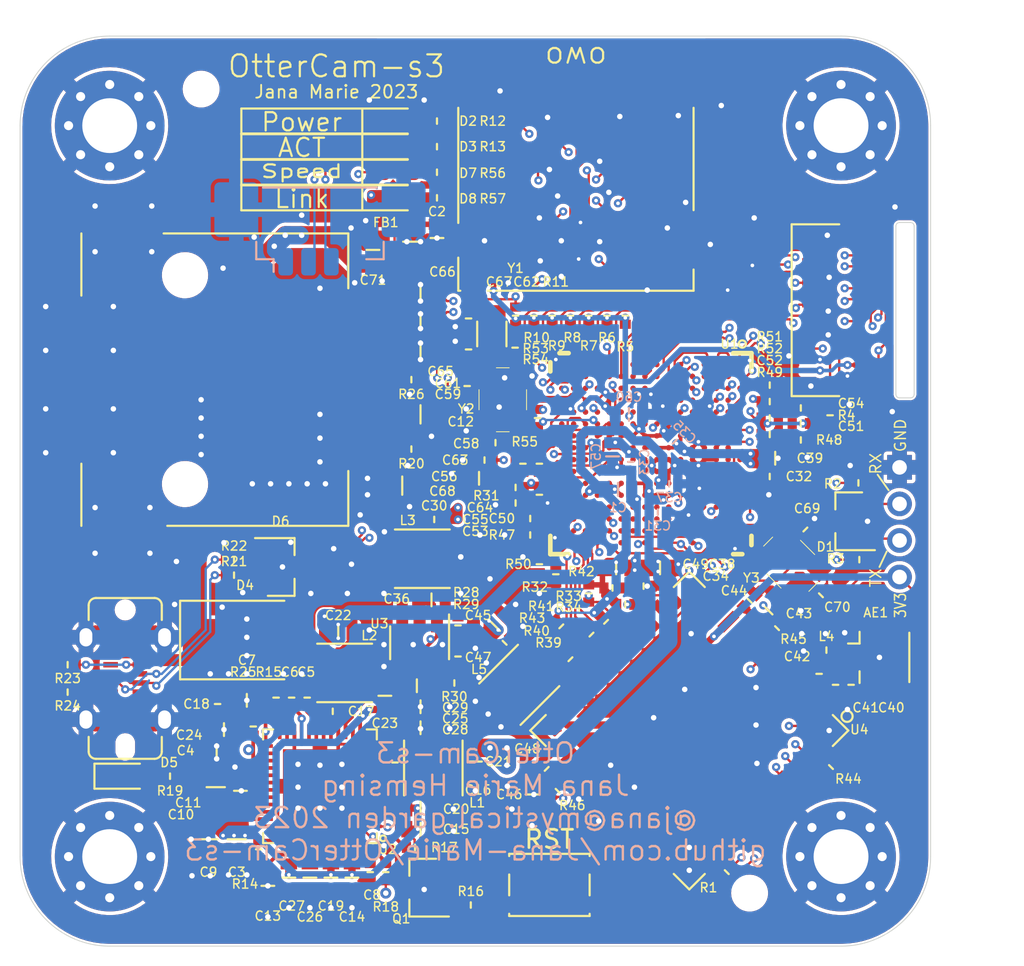
<source format=kicad_pcb>
(kicad_pcb (version 20211014) (generator pcbnew)
  (layers (0 "F.Cu" signal) (1 "In1.Cu" signal) (2 "In2.Cu" signal) (31 "B.Cu" signal) (34 "B.Paste" user) (35 "F.Paste" user) (36 "B.SilkS" user "B.Silkscreen") (37 "F.SilkS" user "F.Silkscreen") (38 "B.Mask" user) (39 "F.Mask" user) (44 "Edge.Cuts" user))
  (net 0 "")
  (net 1 "Net-(AE1-Pad1)")
  (net 2 "GND")
  (net 3 "+3V3")
  (net 4 "Net-(C2-Pad1)")
  (net 5 "IPS")
  (net 6 "+5V_USBOTG")
  (net 7 "+2V5")
  (net 8 "Net-(C7-Pad2)")
  (net 9 "Net-(C8-Pad1)")
  (net 10 "+5V")
  (net 11 "Net-(C13-Pad1)")
  (net 12 "+1V1")
  (net 13 "RESETn")
  (net 14 "+3.3V_RTC")
  (net 15 "+3.0VA")
  (net 16 "+1V2")
  (net 17 "+2V8")
  (net 18 "VCC-DDR")
  (net 19 "Net-(C41-Pad2)")
  (net 20 "Net-(C42-Pad2)")
  (net 21 "Net-(C46-Pad1)")
  (net 22 "Net-(C50-Pad1)")
  (net 23 "Net-(C51-Pad1)")
  (net 24 "Net-(C53-Pad1)")
  (net 25 "Net-(C56-Pad1)")
  (net 26 "Net-(C58-Pad1)")
  (net 27 "Net-(C59-Pad1)")
  (net 28 "Net-(C61-Pad1)")
  (net 29 "Net-(C62-Pad1)")
  (net 30 "Net-(C66-Pad2)")
  (net 31 "Net-(C67-Pad2)")
  (net 32 "Net-(D1-Pad2)")
  (net 33 "Net-(D1-Pad1)")
  (net 34 "Net-(D2-Pad2)")
  (net 35 "Net-(D3-Pad2)")
  (net 36 "Net-(D5-Pad2)")
  (net 37 "USB_D_N")
  (net 38 "USB_D_P")
  (net 39 "SDC0_DET#")
  (net 40 "SDC0_D2")
  (net 41 "SDC0_D3")
  (net 42 "SDC0_CMD")
  (net 43 "SDC0_CLK")
  (net 44 "SDC0_D0")
  (net 45 "SDC0_D1")
  (net 46 "Net-(J3-PadB5)")
  (net 47 "Net-(J3-PadA8)")
  (net 48 "Net-(J3-PadA6)")
  (net 49 "Net-(J3-PadA7)")
  (net 50 "Net-(J3-PadA5)")
  (net 51 "Net-(J3-PadB8)")
  (net 52 "EPHY_RX_N")
  (net 53 "EPHY_RX_P")
  (net 54 "EPHY_TX_N")
  (net 55 "EPHY_TX_P")
  (net 56 "MIPI_CK_P")
  (net 57 "MIPI_MSCK")
  (net 58 "MIPI_RESET")
  (net 59 "MIPI_SCK")
  (net 60 "MIPI_D3_P")
  (net 61 "MIPI_D0_N")
  (net 62 "MIPI_D1_P")
  (net 63 "MIPI_D2_N")
  (net 64 "MIPI_D0_P")
  (net 65 "MIPI_CK_N")
  (net 66 "MIPI_SDA")
  (net 67 "MIPI_D2_P")
  (net 68 "MIPI_D3_N")
  (net 69 "MIPI_D1_N")
  (net 70 "Net-(L1-Pad1)")
  (net 71 "Net-(L2-Pad1)")
  (net 72 "Net-(L3-Pad1)")
  (net 73 "Net-(L5-Pad2)")
  (net 74 "Net-(Q1-Pad3)")
  (net 75 "Net-(Q1-Pad1)")
  (net 76 "BT_DIS_N")
  (net 77 "Net-(R1-Pad1)")
  (net 78 "UART1_RX")
  (net 79 "UART1_TX")
  (net 80 "Net-(R4-Pad1)")
  (net 81 "GPIO_LED1")
  (net 82 "GPIO_LED2")
  (net 83 "Net-(R14-Pad1)")
  (net 84 "Net-(R15-Pad1)")
  (net 85 "GPIO_RST")
  (net 86 "/Power/NMI")
  (net 87 "VINT")
  (net 88 "Net-(R28-Pad2)")
  (net 89 "Net-(R29-Pad2)")
  (net 90 "Net-(R31-Pad1)")
  (net 91 "USB_ID")
  (net 92 "WL_SDIO_D3")
  (net 93 "WL_SDIO_D2")
  (net 94 "BT_PCM_SYNC")
  (net 95 "BT_PCM_CLK")
  (net 96 "BT_PCM_DIN")
  (net 97 "BT_PCM_DOUT")
  (net 98 "WL_SDIO_D1")
  (net 99 "WL_SDIO_D0")
  (net 100 "WL_SDIO_CMD")
  (net 101 "WL_PMU_EN")
  (net 102 "Net-(R43-Pad2)")
  (net 103 "WL_SDIO_CLK")
  (net 104 "BT_UART_RX")
  (net 105 "BT_WAKE_AP")
  (net 106 "Net-(R46-Pad2)")
  (net 107 "AP_CK32KO")
  (net 108 "Net-(R50-Pad1)")
  (net 109 "Net-(R51-Pad1)")
  (net 110 "Net-(R52-Pad1)")
  (net 111 "Net-(R55-Pad2)")
  (net 112 "EPHY_SPD_LED")
  (net 113 "EPHY_LINK_LED")
  (net 114 "Net-(U1-PadR11)")
  (net 115 "Net-(U1-PadR12)")
  (net 116 "Net-(U1-PadK13)")
  (net 117 "Net-(U1-PadL13)")
  (net 118 "Net-(U1-PadL15)")
  (net 119 "Net-(U1-PadL16)")
  (net 120 "Net-(U1-PadT10)")
  (net 121 "Net-(U1-PadT6)")
  (net 122 "Net-(U1-PadR10)")
  (net 123 "Net-(U1-PadR6)")
  (net 124 "Net-(U1-PadR9)")
  (net 125 "Net-(U1-PadJ15)")
  (net 126 "Net-(U1-PadJ14)")
  (net 127 "Net-(U1-PadJ13)")
  (net 128 "Net-(U1-PadK15)")
  (net 129 "Net-(U1-PadN11)")
  (net 130 "Net-(U1-PadN9)")
  (net 131 "Net-(U1-PadP11)")
  (net 132 "Net-(U1-PadP13)")
  (net 133 "Net-(U1-PadP10)")
  (net 134 "Net-(U1-PadN12)")
  (net 135 "Net-(U1-PadN13)")
  (net 136 "Net-(U1-PadP9)")
  (net 137 "Net-(U1-PadT12)")
  (net 138 "LRADC0")
  (net 139 "LRADC1")
  (net 140 "NMI")
  (net 141 "Net-(U1-PadF3)")
  (net 142 "Net-(U1-PadF4)")
  (net 143 "Net-(U1-PadF14)")
  (net 144 "Net-(U1-PadH13)")
  (net 145 "Net-(U1-PadH14)")
  (net 146 "Net-(U1-PadG13)")
  (net 147 "Net-(U1-PadG14)")
  (net 148 "Net-(U1-PadG15)")
  (net 149 "Net-(U1-PadE15)")
  (net 150 "Net-(U1-PadE13)")
  (net 151 "Net-(U1-PadF15)")
  (net 152 "Net-(U1-PadE12)")
  (net 153 "Net-(U1-PadD3)")
  (net 154 "Net-(U1-PadC11)")
  (net 155 "PB9\\TWI1_SDA")
  (net 156 "Net-(U1-PadD14)")
  (net 157 "Net-(U1-PadD2)")
  (net 158 "Net-(U1-PadC10)")
  (net 159 "Net-(U1-PadC3)")
  (net 160 "Net-(U1-PadC16)")
  (net 161 "Net-(U1-PadC15)")
  (net 162 "Net-(U1-PadC1)")
  (net 163 "Net-(U1-PadC14)")
  (net 164 "Net-(U1-PadD15)")
  (net 165 "BT_UART_RTS")
  (net 166 "Net-(U1-PadD1)")
  (net 167 "Net-(U1-PadC12)")
  (net 168 "Net-(U1-PadC2)")
  (net 169 "WL_WAKE_AP")
  (net 170 "PB8\\TWI1_SCK")
  (net 171 "BT_UART_TX")
  (net 172 "PB7\\TWI0_SDA")
  (net 173 "Net-(U1-PadB13)")
  (net 174 "Net-(U1-PadB2)")
  (net 175 "MIC_DET")
  (net 176 "Net-(U1-PadB10)")
  (net 177 "Net-(U1-PadB9)")
  (net 178 "Net-(U1-PadB16)")
  (net 179 "Net-(U1-PadB1)")
  (net 180 "BT_UART_CTS")
  (net 181 "Net-(U1-PadB11)")
  (net 182 "Net-(U1-PadB14)")
  (net 183 "Net-(U1-PadB15)")
  (net 184 "Net-(U1-PadB12)")
  (net 185 "Net-(U1-PadA3)")
  (net 186 "USB_VBUSDET")
  (net 187 "PB6\\TWI0_SCK")
  (net 188 "Net-(U1-PadA9)")
  (net 189 "Net-(U1-PadA11)")
  (net 190 "Net-(U1-PadA13)")
  (net 191 "Net-(U1-PadA14)")
  (net 192 "Net-(U1-PadA15)")
  (net 193 "Net-(U2-Pad45)")
  (net 194 "Net-(U2-Pad43)")
  (net 195 "Net-(U2-Pad36)")
  (net 196 "Net-(U2-Pad30)")
  (net 197 "EXTEN")
  (net 198 "Net-(U2-Pad18)")
  (net 199 "USB_DRV")
  (net 200 "Net-(U2-Pad5)")
  (net 201 "Net-(U2-Pad3)")
  (net 202 "Net-(U4-Pad29)")
  (net 203 "Net-(U4-Pad32)")
  (net 204 "Net-(U4-Pad30)")
  (net 205 "Net-(U4-Pad5)")
  (net 206 "Net-(U4-Pad8)")
  (net 207 "AP_WAKE_BT")
  (net 208 "Net-(U4-Pad4)")
  (net 209 "Net-(U4-Pad3)")
  (net 210 "Net-(U4-Pad35)")
  (net 211 "Net-(U4-Pad37)")
  (net 212 "Net-(U4-Pad38)")
  (net 213 "Net-(U4-Pad39)")
  (net 214 "Net-(U4-Pad40)")
  (net 215 "MIPI_PWDN")
  (net 216 "Net-(J3-PadB3)")
  (net 217 "Net-(J3-PadB2)")
  (net 218 "Net-(J3-PadA10)")
  (net 219 "Net-(J3-PadA11)")
  (net 220 "Net-(J3-PadB11)")
  (net 221 "Net-(J3-PadB10)")
  (net 222 "Net-(J3-PadA2)")
  (net 223 "Net-(J3-PadA3)")
  (net 224 "Net-(J4-Pad7)")
  (net 225 "Net-(J4-Pad4)")
  (net 226 "Net-(C12-Pad2)")
  (net 227 "Net-(C65-Pad2)")
  (net 228 "Net-(C68-Pad1)")
  (net 229 "Net-(C69-Pad1)")
  (net 230 "Net-(C70-Pad1)")
  (net 231 "Net-(U4-Pad26)")
  (net 232 "Net-(U4-Pad25)")
  (net 233 "Net-(U4-Pad27)")
  (net 234 "Net-(U4-Pad28)")
  (net 235 "Net-(D7-Pad2)")
  (net 236 "Net-(D8-Pad2)")
  (net 237 "Net-(J4-Pad1A)")
  (net 238 "Net-(J4-Pad4A)")
  (net 239 "Net-(J4-Pad2A)")
  (net 240 "Net-(J4-Pad3A)")
  (footprint "Connector_Coaxial:U.FL_Hirose_U.FL-R-SMT-1_Vertical" (layer "F.Cu") (at 96.9 84.1)
    (fp_text reference "AE1")
    (fp_text value "KH-5220-A56_U.FL")
  )
  (footprint "otter:C_0603" (layer "F.Cu") (at 72.9 61.15 -90)
    (fp_text reference "C2")
    (fp_text value "10u" hide)
  )
  (footprint "otter:C_0805" (layer "F.Cu") (at 61.95 94.05 -90)
    (fp_text reference "C3")
    (fp_text value "47u" hide)
  )
  (footprint "otter:C_0603" (layer "F.Cu") (at 60.85 89.2 180)
    (fp_text reference "C4")
    (fp_text value "10u" hide)
  )
  (footprint "otter:C_0402" (layer "F.Cu") (at 65.8 86.3 90)
    (fp_text reference "C5")
    (fp_text value "100n" hide)
  )
  (footprint "otter:C_0402" (layer "F.Cu") (at 64.95 86.3 90)
    (fp_text reference "C6")
    (fp_text value "100n" hide)
  )
  (footprint "otter:C_0603" (layer "F.Cu") (at 62.5 86.45)
    (fp_text reference "C7")
    (fp_text value "2.2u" hide)
  )
  (footprint "otter:C_0402" (layer "F.Cu") (at 69.25 95.85 -90)
    (fp_text reference "C8")
    (fp_text value "1n" hide)
  )
  (footprint "otter:C_0805" (layer "F.Cu") (at 60.4 94.05 -90)
    (fp_text reference "C9")
    (fp_text value "47u" hide)
  )
  (footprint "otter:C_0805" (layer "F.Cu") (at 60.8 91.2 90)
    (fp_text reference "C10")
    (fp_text value "47u" hide)
  )
  (footprint "otter:C_0603" (layer "F.Cu") (at 62.15 91.4 90)
    (fp_text reference "C11")
    (fp_text value "10u" hide)
  )
  (footprint "otter:C_0603" (layer "F.Cu") (at 63.65 96.6 -90)
    (fp_text reference "C13")
    (fp_text value "10u" hide)
  )
  (footprint "otter:C_0603" (layer "F.Cu") (at 68.25 96.15 -90)
    (fp_text reference "C14")
    (fp_text value "10u" hide)
  )
  (footprint "otter:C_0603" (layer "F.Cu") (at 72 93.5)
    (fp_text reference "C15")
    (fp_text value "10u" hide)
  )
  (footprint "otter:C_0402" (layer "F.Cu") (at 70.6 89.85 -90)
    (fp_text reference "C16")
    (fp_text value "100n" hide)
  )
  (footprint "otter:C_0402" (layer "F.Cu") (at 67.2 87.05)
    (fp_text reference "C17")
    (fp_text value "100n" hide)
  )
  (footprint "otter:C_0402" (layer "F.Cu") (at 60.9 86.65 90)
    (fp_text reference "C18")
    (fp_text value "470n" hide)
  )
  (footprint "otter:C_0603" (layer "F.Cu") (at 67.1 96.15 -90)
    (fp_text reference "C19")
    (fp_text value "10u" hide)
  )
  (footprint "otter:C_0603" (layer "F.Cu") (at 72 92.35)
    (fp_text reference "C20")
    (fp_text value "10u" hide)
  )
  (footprint "otter:C_0603" (layer "F.Cu") (at 75 89.8 -90)
    (fp_text reference "C21")
    (fp_text value "10u" hide)
  )
  (footprint "otter:C_0603" (layer "F.Cu") (at 67.5 82.7)
    (fp_text reference "C22")
    (fp_text value "10u" hide)
  )
  (footprint "otter:C_0603" (layer "F.Cu") (at 70.05 86.2 90)
    (fp_text reference "C23")
    (fp_text value "10u" hide)
  )
  (footprint "otter:C_0603" (layer "F.Cu") (at 61.25 88.05 180)
    (fp_text reference "C24")
    (fp_text value "10u" hide)
  )
  (footprint "otter:C_0603" (layer "F.Cu") (at 72 86.8)
    (fp_text reference "C25")
    (fp_text value "10u" hide)
  )
  (footprint "otter:C_0603" (layer "F.Cu") (at 65.95 96.15 -90)
    (fp_text reference "C26")
    (fp_text value "10u" hide)
  )
  (footprint "otter:C_0603" (layer "F.Cu") (at 64.8 96.15 -90)
    (fp_text reference "C27")
    (fp_text value "10u" hide)
  )
  (footprint "otter:C_0603" (layer "F.Cu") (at 72 87.95)
    (fp_text reference "C28")
    (fp_text value "10u" hide)
  )
  (footprint "otter:C_0603" (layer "F.Cu") (at 71.8 85.65)
    (fp_text reference "C29")
    (fp_text value "10u" hide)
  )
  (footprint "otter:C_0402" (layer "F.Cu") (at 72.75 76.55 180)
    (fp_text reference "C30")
    (fp_text value "100n" hide)
  )
  (footprint "otter:C_0402" (layer "F.Cu") (at 91.1 74.2)
    (fp_text reference "C32")
    (fp_text value "100n" hide)
  )
  (footprint "otter:C_0402" (layer "F.Cu") (at 84.2 80.2)
    (fp_text reference "C34")
    (fp_text value "100n" hide)
  )
  (footprint "otter:C_0603" (layer "F.Cu") (at 72.6 80.95 180)
    (fp_text reference "C36")
    (fp_text value "10u" hide)
  )
  (footprint "otter:C_0603" (layer "F.Cu") (at 85.1 79.2)
    (fp_text reference "C38")
    (fp_text value "10u" hide)
  )
  (footprint "otter:C_0603" (layer "F.Cu") (at 91.4 73.2)
    (fp_text reference "C39")
    (fp_text value "10u" hide)
  )
  (footprint "otter:C_0402" (layer "F.Cu") (at 95.55 85.6 90)
    (fp_text reference "C40")
    (fp_text value "1p" hide)
  )
  (footprint "otter:C_0402" (layer "F.Cu") (at 94.7 85.6 90)
    (fp_text reference "C41")
    (fp_text value "1p" hide)
  )
  (footprint "otter:C_0402" (layer "F.Cu") (at 93.8 85 -90)
    (fp_text reference "C42")
    (fp_text value "10p" hide)
  )
  (footprint "otter:C_0603" (layer "F.Cu") (at 91 81.5 45)
    (fp_text reference "C43")
    (fp_text value "10u" hide)
  )
  (footprint "otter:C_0402" (layer "F.Cu") (at 90 81 45)
    (fp_text reference "C44")
    (fp_text value "100n" hide)
  )
  (footprint "otter:C_0603" (layer "F.Cu") (at 76.1 82.4 45)
    (fp_text reference "C45")
    (fp_text value "10u" hide)
  )
  (footprint "otter:C_0603" (layer "F.Cu") (at 78.1 91.6 -90)
    (fp_text reference "C46")
    (fp_text value "10u" hide)
  )
  (footprint "otter:C_0402" (layer "F.Cu") (at 76.6 83.3 45)
    (fp_text reference "C47")
    (fp_text value "100n" hide)
  )
  (footprint "otter:C_0402" (layer "F.Cu") (at 78.9 90.2 -45)
    (fp_text reference "C48")
    (fp_text value "DNP" hide)
  )
  (footprint "otter:C_0603" (layer "F.Cu") (at 82.7 79.2)
    (fp_text reference "C49")
    (fp_text value "10u" hide)
  )
  (footprint "otter:C_0402" (layer "F.Cu") (at 78 76.5 180)
    (fp_text reference "C50")
    (fp_text value "100n" hide)
  )
  (footprint "otter:C_0402" (layer "F.Cu") (at 92.8 71.3 180)
    (fp_text reference "C51")
    (fp_text value "100n" hide)
  )
  (footprint "otter:C_0402" (layer "F.Cu") (at 91.1 71)
    (fp_text reference "C52")
    (fp_text value "100n" hide)
  )
  (footprint "otter:C_0402" (layer "F.Cu") (at 77.2 75.65 180)
    (fp_text reference "C53")
    (fp_text value "100n" hide)
  )
  (footprint "otter:C_0402" (layer "F.Cu") (at 92.8 70.45 180)
    (fp_text reference "C54")
    (fp_text value "100n" hide)
  )
  (footprint "otter:C_0402" (layer "F.Cu") (at 78.5 75.2 -90)
    (fp_text reference "C55")
    (fp_text value "100n" hide)
  )
  (footprint "otter:C_0603" (layer "F.Cu") (at 75.2 74.3 180)
    (fp_text reference "C56")
    (fp_text value "10u" hide)
  )
  (footprint "otter:C_0402" (layer "F.Cu") (at 76.1 72.35 180)
    (fp_text reference "C58")
    (fp_text value "18p" hide)
  )
  (footprint "otter:C_0402" (layer "F.Cu") (at 74.55 69.25 -90)
    (fp_text reference "C59")
    (fp_text value "18p" hide)
  )
  (footprint "otter:C_0402" (layer "F.Cu") (at 74.627208 67.248528 90)
    (fp_text reference "C61")
    (fp_text value "18p" hide)
  )
  (footprint "otter:C_0402" (layer "F.Cu") (at 74.627208 65.551472 -90)
    (fp_text reference "C62")
    (fp_text value "18p" hide)
  )
  (footprint "otter:C_0402" (layer "F.Cu") (at 75.5 73.3 180)
    (fp_text reference "C63")
    (fp_text value "100n" hide)
  )
  (footprint "otter:C_0402" (layer "F.Cu") (at 77.2 74.8 180)
    (fp_text reference "C64")
    (fp_text value "100n" hide)
  )
  (footprint "otter:C_0805" (layer "F.Cu") (at 72 64.1 180)
    (fp_text reference "C66")
    (fp_text value "100n" hide)
  )
  (footprint "Package_TO_SOT_SMD:SOT-23" (layer "F.Cu") (at 95.45 76.65 180)
    (fp_text reference "D1")
    (fp_text value "ESD5302F")
  )
  (footprint "otter:LED_0603_1608Metric" (layer "F.Cu") (at 70.5 54.75)
    (fp_text reference "D2")
    (fp_text value "LED")
  )
  (footprint "otter:LED_0603_1608Metric" (layer "F.Cu") (at 70.5 56.15)
    (fp_text reference "D3")
    (fp_text value "LED")
  )
  (footprint "Diode_SMD:D_SMB" (layer "F.Cu") (at 62.4 83.15)
    (fp_text reference "D4")
    (fp_text value "P6SMB6.8CA")
  )
  (footprint "LED_SMD:LED_0603_1608Metric_Castellated" (layer "F.Cu") (at 55.85 90.6)
    (fp_text reference "D5")
    (fp_text value "LED")
  )
  (footprint "otter:PinHeader_1x04_P2.00mm_Vertical_nosilk_center" (layer "F.Cu") (at 98.2 76.7)
    (fp_text reference "J1" hide)
    (fp_text value "UART")
  )
  (footprint "Connector_Card:microSD_HC_Hirose_DM3D-SF" (layer "F.Cu") (at 80.5 58.25 180)
    (fp_text reference "J2" hide)
    (fp_text value "SD")
  )
  (footprint "otter:FH35C-25S" (layer "F.Cu") (at 95.7 65.1 90)
    (fp_text reference "J5" hide)
    (fp_text value "MIPI")
  )
  (footprint "Inductor_SMD:L_Taiyo-Yuden_MD-3030" (layer "F.Cu") (at 72.7 90.15 90)
    (fp_text reference "L1")
    (fp_text value "2.2uH")
  )
  (footprint "Inductor_SMD:L_Taiyo-Yuden_MD-3030" (layer "F.Cu") (at 67.85 84.95 180)
    (fp_text reference "L2")
    (fp_text value "2.2uH")
  )
  (footprint "Inductor_SMD:L_Taiyo-Yuden_MD-3030" (layer "F.Cu") (at 72.1 78.7)
    (fp_text reference "L3")
    (fp_text value "2.2uH")
  )
  (footprint "otter:L_0402" (layer "F.Cu") (at 94.2 83.7 180)
    (fp_text reference "L4")
    (fp_text value "2.2nH" hide)
  )
  (footprint "Inductor_SMD:L_Taiyo-Yuden_MD-3030" (layer "F.Cu") (at 77.4 85.6 45)
    (fp_text reference "L5")
    (fp_text value "2.2uH")
  )
  (footprint "Package_TO_SOT_SMD:SOT-23" (layer "F.Cu") (at 72.15 96.7 180)
    (fp_text reference "Q1")
    (fp_text value "DTA114YKA")
  )
  (footprint "otter:R_0402" (layer "F.Cu") (at 95.95 74.55 180)
    (fp_text reference "R2")
    (fp_text value "100" hide)
  )
  (footprint "otter:R_0402" (layer "F.Cu") (at 96 78.75 180)
    (fp_text reference "R3")
    (fp_text value "100" hide)
  )
  (footprint "otter:R_0402" (layer "F.Cu") (at 94.4 70.85 90)
    (fp_text reference "R4")
    (fp_text value "0" hide)
  )
  (footprint "otter:R_0402" (layer "F.Cu") (at 83.2 65.4 -90)
    (fp_text reference "R5")
    (fp_text value "47k" hide)
  )
  (footprint "otter:R_0402" (layer "F.Cu") (at 82.2 65.4 -90)
    (fp_text reference "R6")
    (fp_text value "47k" hide)
  )
  (footprint "otter:R_0402" (layer "F.Cu") (at 81.2 65.4 -90)
    (fp_text reference "R7")
    (fp_text value "47k" hide)
  )
  (footprint "otter:R_0402" (layer "F.Cu") (at 80.2 65.4 -90)
    (fp_text reference "R8")
    (fp_text value "47k" hide)
  )
  (footprint "otter:R_0402" (layer "F.Cu") (at 79.2 65.4 -90)
    (fp_text reference "R9")
    (fp_text value "47k" hide)
  )
  (footprint "otter:R_0402" (layer "F.Cu") (at 77.2 65.4 -90)
    (fp_text reference "R11")
    (fp_text value "47k" hide)
  )
  (footprint "otter:R_0402" (layer "F.Cu") (at 72.9 54.75 180)
    (fp_text reference "R12")
    (fp_text value "5k1" hide)
  )
  (footprint "otter:R_0402" (layer "F.Cu") (at 72.9 56.15 180)
    (fp_text reference "R13")
    (fp_text value "5k1" hide)
  )
  (footprint "otter:R_0402" (layer "F.Cu") (at 63.15 94.6 -90)
    (fp_text reference "R14")
    (fp_text value "22" hide)
  )
  (footprint "otter:R_0402" (layer "F.Cu") (at 64.1 86.3 90)
    (fp_text reference "R15")
    (fp_text value "200k" hide)
  )
  (footprint "otter:R_0402" (layer "F.Cu") (at 74.75 97.65)
    (fp_text reference "R16")
    (fp_text value "DNP" hide)
  )
  (footprint "otter:R_0402" (layer "F.Cu") (at 71.7 94.5)
    (fp_text reference "R17")
    (fp_text value "2k2" hide)
  )
  (footprint "otter:R_0402" (layer "F.Cu") (at 70.1 95.85 -90)
    (fp_text reference "R18")
    (fp_text value "47k" hide)
  )
  (footprint "otter:R_0402" (layer "F.Cu") (at 52.7 84.5 180)
    (fp_text reference "R23")
    (fp_text value "5k1" hide)
  )
  (footprint "otter:R_0402" (layer "F.Cu") (at 62.85 87.88 90)
    (fp_text reference "R25")
    (fp_text value "47k" hide)
  )
  (footprint "otter:R_0402" (layer "F.Cu") (at 74.05 82.35 -90)
    (fp_text reference "R28")
    (fp_text value "5k1" hide)
  )
  (footprint "otter:R_0402" (layer "F.Cu") (at 74.05 84.05 -90)
    (fp_text reference "R29")
    (fp_text value "3k3" hide)
  )
  (footprint "otter:R_0402" (layer "F.Cu") (at 73.85 85.5 180)
    (fp_text reference "R30")
    (fp_text value "100" hide)
  )
  (footprint "otter:R_0402" (layer "F.Cu") (at 78.5 73.5 -90)
    (fp_text reference "R31")
    (fp_text value "22" hide)
  )
  (footprint "otter:R_0402" (layer "F.Cu") (at 79.4 79.55 90)
    (fp_text reference "R32")
    (fp_text value "5k1" hide)
  )
  (footprint "otter:R_0402" (layer "F.Cu") (at 81.2 80.6 -90)
    (fp_text reference "R33")
    (fp_text value "47k" hide)
  )
  (footprint "otter:R_0402" (layer "F.Cu") (at 83.2 81.2)
    (fp_text reference "R34")
    (fp_text value "47k" hide)
  )
  (footprint "otter:R_0402" (layer "F.Cu") (at 80.2 84.2 -45)
    (fp_text reference "R39")
    (fp_text value "47k" hide)
  )
  (footprint "otter:R_0402" (layer "F.Cu") (at 79.7 82.4 -45)
    (fp_text reference "R40")
    (fp_text value "47k" hide)
  )
  (footprint "otter:R_0402" (layer "F.Cu") (at 82.15 82.15 -45)
    (fp_text reference "R41")
    (fp_text value "47k" hide)
  )
  (footprint "otter:R_0402" (layer "F.Cu") (at 82.5 80.3)
    (fp_text reference "R42")
    (fp_text value "47k" hide)
  )
  (footprint "otter:R_0402" (layer "F.Cu") (at 81.35 82.85 -45)
    (fp_text reference "R43")
    (fp_text value "22" hide)
  )
  (footprint "otter:R_0402" (layer "F.Cu") (at 94.45 90.1 -135)
    (fp_text reference "R44")
    (fp_text value "47k" hide)
  )
  (footprint "otter:R_0402" (layer "F.Cu") (at 91.5 82.5 -135)
    (fp_text reference "R45")
    (fp_text value "47k" hide)
  )
  (footprint "otter:R_0402" (layer "F.Cu") (at 79.5 91.4 45)
    (fp_text reference "R46")
    (fp_text value "22" hide)
  )
  (footprint "otter:R_0402" (layer "F.Cu") (at 78 77.4 180)
    (fp_text reference "R47")
    (fp_text value "200k" hide)
  )
  (footprint "otter:R_0402" (layer "F.Cu") (at 92.8 72.2 180)
    (fp_text reference "R48")
    (fp_text value "2k2" hide)
  )
  (footprint "otter:R_0402" (layer "F.Cu") (at 91.1 71.9)
    (fp_text reference "R49")
    (fp_text value "2k2" hide)
  )
  (footprint "otter:R_0402" (layer "F.Cu") (at 78.5 79 -90)
    (fp_text reference "R50")
    (fp_text value "22" hide)
  )
  (footprint "otter:R_0402" (layer "F.Cu") (at 91.1 69.2)
    (fp_text reference "R51")
    (fp_text value "240" hide)
  )
  (footprint "otter:R_0402" (layer "F.Cu") (at 91.1 70.1)
    (fp_text reference "R52")
    (fp_text value "240" hide)
  )
  (footprint "otter:R_0402" (layer "F.Cu") (at 77.172792 67.15 -90)
    (fp_text reference "R53")
    (fp_text value "10M" hide)
  )
  (footprint "otter:R_0402" (layer "F.Cu") (at 78.4 71 -90)
    (fp_text reference "R54")
    (fp_text value "5k1" hide)
  )
  (footprint "otter:R_0402" (layer "F.Cu") (at 77.6 73.5 90)
    (fp_text reference "R55")
    (fp_text value "6k04" hide)
  )
  (footprint "otter:R_0402" (layer "F.Cu") (at 72.9 57.55)
    (fp_text reference "R56")
    (fp_text value "2k2" hide)
  )
  (footprint "otter:R_0402" (layer "F.Cu") (at 72.9 58.95)
    (fp_text reference "R57")
    (fp_text value "2k2" hide)
  )
  (footprint "otter:SW_SPST_PTS810" (layer "F.Cu") (at 79.05 96.55)
    (fp_text reference "SW1" hide)
    (fp_text value "RST")
  )
  (footprint "otter:FBGA-234(Pitch-0.65mm_Pad-0.3mm_11x11x1.08mm)" (layer "F.Cu") (at 84.6 72.95 180)
    (fp_text reference "U1")
    (fp_text value "AllWinner-S3(FBGA-234)" hide)
  )
  (footprint "otter:QFN-48-1EP_6x6mm_P0.4mm_EP4.05x4.05mm" (layer "F.Cu") (at 66.5 91.15 180)
    (fp_text reference "U2")
    (fp_text value "AXP209(QFN-48)")
  )
  (footprint "Package_TO_SOT_SMD:SOT-23-5" (layer "F.Cu") (at 71.95 83.3 -90)
    (fp_text reference "U3")
    (fp_text value "SY8089AAAC")
  )
  (footprint "otter:LGA_44_12x12mm_0.9mm" (layer "F.Cu") (at 86.7 88.1 -135)
    (fp_text reference "U4")
    (fp_text value "AP6236")
  )
  (footprint "otter:Oscillator_3225" (layer "F.Cu") (at 76.5 70 90)
    (fp_text reference "Y2")
    (fp_text value "24MHz")
  )
  (footprint "otter:R_0402" (layer "F.Cu") (at 58.3 90.6)
    (fp_text reference "R19")
    (fp_text value "5k1" hide)
  )
  (footprint "otter:918-418K2022Y40004" (layer "F.Cu") (at 55.85 85.25 -90)
    (fp_text reference "J3" hide)
    (fp_text value "USB")
  )
  (footprint "otter:1-338088-3" (layer "F.Cu") (at 60.75 68.9)
    (fp_text reference "J4" hide)
    (fp_text value "RJ45")
  )
  (footprint "otter:C_0805" (layer "F.Cu") (at 72 70.8 180)
    (fp_text reference "C12")
    (fp_text value "100n" hide)
  )
  (footprint "otter:C_0805" (layer "F.Cu") (at 72 67.3 180)
    (fp_text reference "C65")
    (fp_text value "100n" hide)
  )
  (footprint "otter:C_0805" (layer "F.Cu") (at 72 65.7 180)
    (fp_text reference "C67")
    (fp_text value "100n" hide)
  )
  (footprint "otter:C_0805" (layer "F.Cu") (at 71 74.7 180)
    (fp_text reference "C68")
    (fp_text value "1n" hide)
  )
  (footprint "LED_SMD:LED_0603_1608Metric_Castellated" (layer "F.Cu") (at 70.5 57.55)
    (fp_text reference "D7")
    (fp_text value "YEL")
  )
  (footprint "LED_SMD:LED_0603_1608Metric_Castellated" (layer "F.Cu") (at 70.5 58.95)
    (fp_text reference "D8")
    (fp_text value "GRN")
  )
  (footprint "otter:R_0402" (layer "F.Cu") (at 71.5 72.7)
    (fp_text reference "R20")
    (fp_text value "75" hide)
  )
  (footprint "otter:R_0402" (layer "F.Cu") (at 71.5 68.9)
    (fp_text reference "R26")
    (fp_text value "75" hide)
  )
  (footprint "otter:C_0402" (layer "F.Cu") (at 93.05 77.1 135)
    (fp_text reference "C69")
    (fp_text value "18p" hide)
  )
  (footprint "otter:C_0402" (layer "F.Cu") (at 93.9 80.7 -135)
    (fp_text reference "C70")
    (fp_text value "18p" hide)
  )
  (footprint "otter:Oscillator_3225" (layer "F.Cu") (at 92.25 79 135)
    (fp_text reference "Y3")
    (fp_text value "26MHz")
  )
  (footprint "otter:R_0402" (layer "F.Cu") (at 52.7 86 180)
    (fp_text reference "R24")
    (fp_text value "5k1" hide)
  )
  (footprint "otter:R_0402" (layer "F.Cu") (at 78.2 65.4 -90)
    (fp_text reference "R10")
    (fp_text value "47k" hide)
  )
  (footprint "otter:R_0402" (layer "F.Cu") (at 88.75 95.85 -135)
    (fp_text reference "R1")
    (fp_text value "22" hide)
  )
  (footprint "Package_TO_SOT_SMD:SOT-23" (layer "F.Cu") (at 64.35 79.15)
    (fp_text reference "D6")
    (fp_text value "ESD5302F")
  )
  (footprint "otter:R_0402" (layer "F.Cu") (at 61.8 79.6)
    (fp_text reference "R21")
    (fp_text value "0" hide)
  )
  (footprint "otter:R_0402" (layer "F.Cu") (at 61.8 78.75)
    (fp_text reference "R22")
    (fp_text value "0" hide)
  )
  (footprint "otter:C_0603" (layer "F.Cu") (at 69.4 61.8 90)
    (fp_text reference "C71")
    (fp_text value "10u" hide)
  )
  (footprint "otter:FID_1.52" (layer "F.Cu") (at 60 53)
    (fp_text reference "FID1" hide)
    (fp_text value "Fiducial")
  )
  (footprint "otter:FID_1.52" (layer "F.Cu") (at 90 97)
    (fp_text reference "FID2" hide)
    (fp_text value "Fiducial")
  )
  (footprint "otter:Crystal_SMD_3215-2Pin_3.2x1.5mm" (layer "F.Cu") (at 75.9 66.4 -90)
    (fp_text reference "Y1")
    (fp_text value "32.768kHz")
  )
  (footprint "otter:R_0805" (layer "F.Cu") (at 71.55 61.35 90)
    (fp_text reference "FB1")
    (fp_text value "FERRET" hide)
  )
  (footprint "otter:C_0603" (layer "B.Cu") (at 82.8 74.9)
    (fp_text reference "C1")
    (fp_text value "10u" hide)
  )
  (footprint "otter:C_0402" (layer "B.Cu") (at 84.98 76.15)
    (fp_text reference "C31")
    (fp_text value "100n" hide)
  )
  (footprint "otter:C_0402" (layer "B.Cu") (at 83.5 73.4 -90)
    (fp_text reference "C33")
    (fp_text value "100n" hide)
  )
  (footprint "otter:C_0402" (layer "B.Cu") (at 85.9 72.3 135)
    (fp_text reference "C35")
    (fp_text value "100n" hide)
  )
  (footprint "otter:C_0603" (layer "B.Cu") (at 82.5 73.1 -90)
    (fp_text reference "C57")
    (fp_text value "10u" hide)
  )
  (footprint "otter:C_0603" (layer "B.Cu") (at 83.4 70.8)
    (fp_text reference "C60")
    (fp_text value "10u" hide)
  )
  (footprint "MountingHole:MountingHole_3mm_Pad_Via" (layer "B.Cu") (at 55 55)
    (fp_text reference "H1" hide)
    (fp_text value "M3")
  )
  (footprint "MountingHole:MountingHole_3mm_Pad_Via" (layer "B.Cu") (at 55 95)
    (fp_text reference "H2" hide)
    (fp_text value "M3")
  )
  (footprint "MountingHole:MountingHole_3mm_Pad_Via" (layer "B.Cu") (at 95 55)
    (fp_text reference "H3" hide)
    (fp_text value "M3")
  )
  (footprint "MountingHole:MountingHole_3mm_Pad_Via" (layer "B.Cu") (at 95 95)
    (fp_text reference "H4" hide)
    (fp_text value "M3")
  )
  (footprint "otter:C_0402" (layer "B.Cu") (at 85.6 74.6)
    (fp_text reference "C37")
    (fp_text value "100n" hide)
  )
  (footprint "Connector_Molex:Molex_PicoBlade_53398-0471_1x04-1MP_P1.25mm_Vertical" (layer "B.Cu") (at 66.5 61.1)
    (fp_text reference "J6" hide)
    (fp_text value "LENS")
  )
  (gr_line (start 68.815 59.635) (end 62.2 59.635) (layer "F.SilkS") (width 0.122))
  (gr_line (start 68.815 58.265) (end 62.2 58.265) (layer "F.SilkS") (width 0.125))
  (gr_line (start 62.2 54.065) (end 62.2 59.635) (layer "F.SilkS") (width 0.12))
  (gr_line (start 68.815 54.065) (end 62.2 54.065) (layer "F.SilkS") (width 0.12))
  (gr_line (start 97.1 79.15) (end 97.5 78.3) (layer "F.SilkS") (width 0.1))
  (gr_line (start 97 74.1) (end 97.6 74.95) (layer "F.SilkS") (width 0.1))
  (gr_line (start 68.815 56.865) (end 62.2 56.865) (layer "F.SilkS") (width 0.125))
  (gr_line (start 68.815 55.435) (end 62.2 55.435) (layer "F.SilkS") (width 0.125))
  (gr_line (start 68.815 55.465) (end 62.2 55.465) (layer "F.SilkS") (width 0.125))
  (gr_line (start 68.815 58.235) (end 62.2 58.235) (layer "F.SilkS") (width 0.125))
  (gr_line (start 68.815 56.835) (end 62.2 56.835) (layer "F.SilkS") (width 0.125))
  (gr_line (start 55 50.1) (end 95 50.1) (layer "Edge.Cuts") (width 0.05))
  (gr_arc (start 95 50.1) (mid 98.464823 51.535177) (end 99.9 55) (layer "Edge.Cuts") (width 0.05))
  (gr_arc (start 98.2 69.899999) (mid 98.058579 69.841421) (end 98.000001 69.7) (layer "Edge.Cuts") (width 0.05))
  (gr_arc (start 98.8 60.300001) (mid 98.941421 60.358579) (end 98.999999 60.5) (layer "Edge.Cuts") (width 0.05))
  (gr_arc (start 98.999999 69.7) (mid 98.941421 69.841421) (end 98.8 69.899999) (layer "Edge.Cuts") (width 0.05))
  (gr_arc (start 98 60.5) (mid 98.058579 60.358579) (end 98.2 60.3) (layer "Edge.Cuts") (width 0.05))
  (gr_arc (start 50.1 55) (mid 51.535177 51.535177) (end 55 50.1) (layer "Edge.Cuts") (width 0.05))
  (gr_line (start 99.9 55) (end 99.9 95) (layer "Edge.Cuts") (width 0.05))
  (gr_line (start 50.1 55) (end 50.1 95) (layer "Edge.Cuts") (width 0.05))
  (gr_line (start 98.8 69.9) (end 98.2 69.9) (layer "Edge.Cuts") (width 0.05))
  (gr_line (start 95 99.9) (end 55 99.9) (layer "Edge.Cuts") (width 0.05))
  (gr_arc (start 55 99.9) (mid 51.535177 98.464823) (end 50.1 95) (layer "Edge.Cuts") (width 0.05))
  (gr_line (start 98 60.5) (end 98.000001 69.7) (layer "Edge.Cuts") (width 0.05))
  (gr_arc (start 99.9 95) (mid 98.464823 98.464823) (end 95 99.9) (layer "Edge.Cuts") (width 0.05))
  (gr_line (start 99 60.5) (end 99 69.7) (layer "Edge.Cuts") (width 0.05))
  (gr_line (start 98.8 60.3) (end 98.2 60.3) (layer "Edge.Cuts") (width 0.05))
  (gr_text "OtterCam-s3\nJana Marie Hemsing\n@jana@mystical.garden 2023\ngithub.com/Jana-Marie/OtterCam-s3" (at 75 92) (layer "B.SilkS") (effects (font (size 1.1 1.1) (thickness 0.13)) (justify mirror)))
  (gr_text "Speed" (at 65.5075 57.5) (layer "F.SilkS") (effects (font (size 0.7 1) (thickness 0.12))))
  (gr_text "GND" (at 98.25 71.95 90) (layer "F.SilkS") (effects (font (size 0.6 0.6) (thickness 0.08))))
  (gr_text "Link" (at 65.5075 59) (layer "F.SilkS") (effects (font (size 1 1) (thickness 0.12))))
  (gr_text "Jana Marie 2023" (at 67.4 53.15) (layer "F.SilkS") (effects (font (size 0.7 0.7) (thickness 0.1))))
  (gr_text "RX" (at 96.9 73.5 90) (layer "F.SilkS") (effects (font (size 0.6 0.6) (thickness 0.08))))
  (gr_text "owo" (at 80.5 51.3 180) (layer "F.SilkS") (effects (font (size 1.2 1.2) (thickness 0.12))))
  (gr_text "Power" (at 65.5075 54.805) (layer "F.SilkS") (effects (font (size 1 1) (thickness 0.12))))
  (gr_text "RST" (at 79.05 94.05) (layer "F.SilkS") (effects (font (size 1 1))))
  (gr_text "3V3\n" (at 98.25 81.25 90) (layer "F.SilkS") (effects (font (size 0.6 0.5) (thickness 0.08))))
  (gr_text "ACT" (at 65.5075 56.205) (layer "F.SilkS") (effects (font (size 1 1) (thickness 0.12))))
  (gr_text "TX" (at 96.9 79.75 90) (layer "F.SilkS") (effects (font (size 0.6 0.6) (thickness 0.08))))
  (gr_text "OtterCam-s3" (at 67.4 51.75) (layer "F.SilkS") (effects (font (size 1.2 1.2) (thickness 0.12))))
  (segment (start 95.55 84.4) (end 95.85 84.1) (width 0.2) (layer "F.Cu") (net 1))
  (segment (start 94.67 83.7) (end 94.77 83.8) (width 0.2) (layer "F.Cu") (net 1))
  (segment (start 94.77 83.8) (end 95.55 83.8) (width 0.2) (layer "F.Cu") (net 1))
  (segment (start 95.55 85.13) (end 95.55 84.4) (width 0.2) (layer "F.Cu") (net 1))
  (segment (start 95.55 83.8) (end 95.85 84.1) (width 0.2) (layer "F.Cu") (net 1))
  (segment (start 85.9 73.6) (end 86.225 73.275) (width 0.2) (layer "F.Cu") (net 2))
  (segment (start 87.2 73.6) (end 87.525 73.925) (width 0.2) (layer "F.Cu") (net 2))
  (segment (start 85.25 70.35) (end 85.575 70.025) (width 0.2) (layer "F.Cu") (net 2))
  (segment (start 84.6 69.7) (end 84.275 70.025) (width 0.2) (layer "F.Cu") (net 2))
  (segment (start 83.95 69.7) (end 84.275 70.025) (width 0.2) (layer "F.Cu") (net 2))
  (segment (start 87.2 72.3) (end 86.875 71.975) (width 0.2) (layer "F.Cu") (net 2))
  (segment (start 67.9 94.125) (end 67.9 92.55) (width 0.2) (layer "F.Cu") (net 2))
  (segment (start 68.25 96.9) (end 64.8 96.9) (width 0.5) (layer "F.Cu") (net 2))
  (segment (start 86.874993 76.525) (end 86.659499 76.309506) (width 0.2) (layer "F.Cu") (net 2))
  (segment (start 78.5 75.67) (end 78.45 75.67) (width 0.127) (layer "F.Cu") (net 2))
  (segment (start 82.325 73.925) (end 82.975 73.925) (width 0.2) (layer "F.Cu") (net 2))
  (segment (start 67.5 90.15) (end 66.5 91.15) (width 0.2) (layer "F.Cu") (net 2))
  (segment (start 76.73 75.7) (end 77.53 76.5) (width 0.3) (layer "F.Cu") (net 2))
  (segment (start 79.725 68.075) (end 79.675 68.075) (width 0.127) (layer "F.Cu") (net 2))
  (segment (start 81.625 72.625) (end 81.35 72.35) (width 0.127) (layer "F.Cu") (net 2))
  (segment (start 60.85 88.95) (end 60.85 88.4) (width 0.5) (layer "F.Cu") (net 2))
  (segment (start 57.5 82.5) (end 58 83) (width 0.3) (layer "F.Cu") (net 2))
  (segment (start 96 68.7) (end 95.35 68.7) (width 0.2) (layer "F.Cu") (net 2))
  (segment (start 83.45 79.2) (end 83.589988 79.2) (width 0.2) (layer "F.Cu") (net 2))
  (segment (start 70.43 90.15) (end 70.6 90.32) (width 0.2) (layer "F.Cu") (net 2))
  (segment (start 61.8 86.45) (end 62.5 86.45) (width 0.5) (layer "F.Cu") (net 2))
  (segment (start 61.95 95) (end 61.95 95.45) (width 0.5) (layer "F.Cu") (net 2))
  (segment (start 77 82.23934) (end 77 82.9) (width 0.5) (layer "F.Cu") (net 2))
  (segment (start 79.675 68.075) (end 79.4 67.8) (width 0.127) (layer "F.Cu") (net 2))
  (segment (start 87.525 75.875) (end 86.875 76.525) (width 0.2) (layer "F.Cu") (net 2))
  (segment (start 78.5 75.67) (end 78.93 75.67) (width 0.127) (layer "F.Cu") (net 2))
  (segment (start 81.675 72.625) (end 81.625 72.625) (width 0.127) (layer "F.Cu") (net 2))
  (segment (start 85.575 71.325) (end 85.575 71.975) (width 0.2) (layer "F.Cu") (net 2))
  (segment (start 93.2 67.8) (end 93.85 67.8) (width 0.2) (layer "F.Cu") (net 2))
  (segment (start 84.6 73.6) (end 84.645011 73.6) (width 0.2) (layer "F.Cu") (net 2))
  (segment (start 61.95 95.55) (end 61.5 96) (width 0.5) (layer "F.Cu") (net 2))
  (segment (start 83.625 71.975) (end 84.275 71.325) (width 0.2) (layer "F.Cu") (net 2))
  (segment (start 85.575 71.425) (end 85.3 71.7) (width 0.2) (layer "F.Cu") (net 2))
  (segment (start 64.15 72.075) (end 64.15 73.345) (width 0.6) (layer "F.Cu") (net 2))
  (segment (start 60.85 88.4) (end 60.5 88.05) (width 0.5) (layer "F.Cu") (net 2))
  (segment (start 68.67 96.9) (end 69.25 96.32) (width 0.5) (layer "F.Cu") (net 2))
  (segment (start 71.95 82.2) (end 71.95 81.05) (width 0.6) (layer "F.Cu") (net 2))
  (segment (start 83.95 71.65) (end 83.95 71.599996) (width 0.2) (layer "F.Cu") (net 2))
  (segment (start 84.275 69.375) (end 84.925 70.025) (width 0.2) (layer "F.Cu") (net 2))
  (segment (start 78.93 75.67) (end 78.95 75.65) (width 0.127) (layer "F.Cu") (net 2))
  (segment (start 56.65 82.5) (end 57.5 82.5) (width 0.3) (layer "F.Cu") (net 2))
  (segment (start 67.5 88.175) (end 67.5 90.15) (width 0.2) (layer "F.Cu") (net 2))
  (segment (start 64.8 96.9) (end 64.1 96.9) (width 0.5) (layer "F.Cu") (net 2))
  (segment (start 78.5 73.97) (end 77.6 73.97) (width 0.3) (layer "F.Cu") (net 2))
  (segment (start 61.95 95) (end 60.4 95) (width 0.5) (layer "F.Cu") (net 2))
  (segment (start 82.975 73.925) (end 82.75 73.7) (width 0.2) (layer "F.Cu") (net 2))
  (segment (start 84.645011 73.554989) (end 84.645011 73.6) (width 0.2) (layer "F.Cu") (net 2))
  (segment (start 85.85 79.2) (end 85.85 79.45) (width 0.5) (layer "F.Cu") (net 2))
  (segment (start 85.9 79.2) (end 86.1 79) (width 0.3) (layer "F.Cu") (net 2))
  (segment (start 86.875 74.575) (end 87.525 74.575) (width 0.2) (layer "F.Cu") (net 2))
  (segment (start 85.575 73.925) (end 85.9 73.6) (width 0.2) (layer "F.Cu") (net 2))
  (segment (start 68.25 96.9) (end 68.67 96.9) (width 0.5) (layer "F.Cu") (net 2))
  (segment (start 56.65 88) (end 57.5 88) (width 0.3) (layer "F.Cu") (net 2))
  (segment (start 79.35 77.55) (end 79.45 77.55) (width 0.2) (layer "F.Cu") (net 2))
  (segment (start 71.95 81.05) (end 71.85 80.95) (width 0.6) (layer "F.Cu") (net 2))
  (segment (start 87.813579 70.35) (end 87.812867 70.350712) (width 0.2) (layer "F.Cu") (net 2))
  (segment (start 85.85 79.2) (end 85.9 79.2) (width 0.3) (layer "F.Cu") (net 2))
  (segment (start 54.2 88) (end 53.7 87.5) (width 0.3) (layer "F.Cu") (net 2))
  (segment (start 62.2 90.7) (end 62.15 90.65) (width 0.5) (layer "F.Cu") (net 2))
  (segment (start 87.525 74.575) (end 87.25 74.85) (width 0.2) (layer "F.Cu") (net 2))
  (segment (start 94.7 86.463961) (end 93.926631 87.23733) (width 0.2) (layer "F.Cu") (net 2))
  (segment (start 60.8 90.25) (end 61.75 90.25) (width 0.5) (layer "F.Cu") (net 2))
  (segment (start 82.109506 69.590494) (end 82.10951 69.590494) (width 0.127) (layer "F.Cu") (net 2))
  (segment (start 77.56 73.97) (end 76.73 74.8) (width 0.3) (layer "F.Cu") (net 2))
  (segment (start 84.925 70.675) (end 85.25 70.35) (width 0.2) (layer "F.Cu") (net 2))
  (segment (start 84.67 80.2) (end 85.1 80.2) (width 0.5) (layer "F.Cu") (net 2))
  (segment (start 86.875 70.025) (end 87.525 70.675) (width 0.2) (layer "F.Cu") (net 2))
  (segment (start 74.77 90.32) (end 75 90.55) (width 0.5) (layer "F.Cu") (net 2))
  (segment (start 86.225 73.925) (end 86.225 74.575) (width 0.2) (layer "F.Cu") (net 2))
  (segment (start 86.875 73.275) (end 87.2 73.6) (width 0.2) (layer "F.Cu") (net 2))
  (segment (start 80.375 70.675) (end 80.2 70.5) (width 0.127) (layer "F.Cu") (net 2))
  (segment (start 87.525 71.325) (end 87.525 71.975) (width 0.2) (layer "F.Cu") (net 2))
  (segment (start 67.5 87.22) (end 67.67 87.05) (width 0.2) (layer "F.Cu") (net 2))
  (segment (start 94.7 86.07) (end 94.7 86.463961) (width 0.2) (layer "F.Cu") (net 2))
  (segment (start 55.05 88) (end 54.2 88) (width 0.3) (layer "F.Cu") (net 2))
  (segment (start 69.475 90.15) (end 70.43 90.15) (width 0.2) (layer "F.Cu") (net 2))
  (segment (start 85.025 71.975) (end 85.3 71.7) (width 0.2) (layer "F.Cu") (net 2))
  (segment (start 95.35 68.7) (end 95.35 69.25) (width 0.127) (layer "F.Cu") (net 2))
  (segment (start 67.5 88.175) (end 67.5 87.22) (width 0.2) (layer "F.Cu") (net 2))
  (segment (start 83.625 69.375) (end 83.95 69.7) (width 0.2) (layer "F.Cu") (net 2))
  (segment (start 69.475 90.15) (end 67.5 90.15) (width 0.2) (layer "F.Cu") (net 2))
  (segment (start 89.475 68.075) (end 89.775 68.075) (width 0.127) (layer "F.Cu") (net 2))
  (segment (start 61.75 90.25) (end 62.15 90.65) (width 0.5) (layer "F.Cu") (net 2))
  (segment (start 92.33 70.45) (end 92.12 70.45) (width 0.2) (layer "F.Cu") (net 2))
  (segment (start 83.625 70.025) (end 84.275 69.375) (width 0.2) (layer "F.Cu") (net 2))
  (segment (start 65.1 89.75) (end 66.5 91.15) (width 0.2) (layer "F.Cu") (net 2))
  (segment (start 86.875 70.675) (end 87.525 70.025) (width 0.2) (layer "F.Cu") (net 2))
  (segment (start 81.675 70.025) (end 82.109506 69.590494) (width 0.127) (layer "F.Cu") (net 2))
  (segment (start 83.625 71.325) (end 83.899996 71.599996) (width 0.2) (layer "F.Cu") (net 2))
  (segment (start 55.05 82.5) (end 54.2 82.5) (width 0.3) (layer "F.Cu") (net 2))
  (segment (start 82.975 70.025) (end 83.625 70.025) (width 0.2) (layer "F.Cu") (net 2))
  (segment (start 83.45 79.2) (end 83.45 79.064984) (width 0.2) (layer "F.Cu") (net 2))
  (segment (start 83.625 73.925) (end 82.975 73.925) (width 0.2) (layer "F.Cu") (net 2))
  (segment (start 84.925 73.275) (end 84.645011 73.554989) (width 0.2) (layer "F.Cu") (net 2))
  (segment (start 60.6 89.2) (end 60.85 88.95) (width 0.5) (layer "F.Cu") (net 2))
  (segment (start 63.15 95.07) (end 62.02 95.07) (width 0.5) (layer "F.Cu") (net 2))
  (segment (start 61.48 86.18) (end 61.75 86.45) (width 0.5) (layer "F.Cu") (net 2))
  (segment (start 87.525 75.225) (end 87.525 75.875) (width 0.2) (layer "F.Cu") (net 2))
  (segment (start 86.875 76.525) (end 86.874993 76.525) (width 0.2) (layer "F.Cu") (net 2))
  (segment (start 61.75 86.45) (end 61.8 86.45) (width 0.5) (layer "F.Cu") (net 2))
  (segment (start 80.746161 85.964538) (end 77.749283 82.96766) (width 0.5) (layer "F.Cu") (net 2))
  (segment (start 87.525 73.275) (end 86.875 73.925) (width 0.2) (layer "F.Cu") (net 2))
  (segment (start 60.9 86.18) (end 61.48 86.18) (width 0.5) (layer "F.Cu") (net 2))
  (segment (start 61.25 88.05) (end 60.5 88.05) (width 0.5) (layer "F.Cu") (net 2))
  (segment (start 78.45 75.67) (end 77.62 76.5) (width 0.127) (layer "F.Cu") (net 2))
  (segment (start 87.85 70.35) (end 87.813579 70.35) (width 0.2) (layer "F.Cu") (net 2))
  (segment (start 95.35 69.25) (end 95.6 69.5) (width 0.127) (layer "F.Cu") (net 2))
  (segment (start 91.92 70.45) (end 91.57 70.1) (width 0.2) (layer "F.Cu") (net 2))
  (segment (start 84.925 69.375) (end 84.6 69.7) (width 0.2) (layer "F.Cu") (net 2))
  (segment (start 92.12 70.45) (end 91.57 71) (width 0.2) (layer "F.Cu") (net 2))
  (segment (start 65.8 85.83) (end 64.1 85.83) (width 0.5) (layer "F.Cu") (net 2))
  (segment (start 67.67 83.831998) (end 68.25 83.251998) (width 0.5) (layer "F.Cu") (net 2))
  (segment (start 60.4 94.05) (end 60.4 95.95) (width 0.5) (layer "F.Cu") (net 2))
  (segment (start 77.53 77.4) (end 77.53 76.5) (width 0.3) (layer "F.Cu") (net 2))
  (segment (start 61.7 90.25) (end 61.85 90.1) (width 0.5) (layer "F.Cu") (net 2))
  (segment (start 84.275 73.925) (end 84.6 73.6) (width 0.2) (layer "F.Cu") (net 2))
  (segment (start 83.899996 71.599996) (end 83.95 71.599996) (width 0.2) (layer "F.Cu") (net 2))
  (segment (start 77.749283 82.96766) (end 76.93234 82.96766) (width 0.5) (layer "F.Cu") (net 2))
  (segment (start 77.62 76.5) (end 77.53 76.5) (width 0.127) (layer "F.Cu") (net 2))
  (segment (start 83.589988 79.2) (end 83.714988 79.325) (width 0.2) (layer "F.Cu") (net 2))
  (segment (start 65.1 88.175) (end 65.1 89.75) (width 0.2) (layer "F.Cu") (net 2))
  (segment (start 64.1 96.9) (end 63.65 97.35) (width 0.5) (layer "F.Cu") (net 2))
  (segment (start 76.73 75.65) (end 76.73 75.7) (width 0.3) (layer "F.Cu") (net 2))
  (segment (start 84.925 71.975) (end 85.025 71.975) (width 0.2) (layer "F.Cu") (net 2))
  (segment (start 67.9 92.55) (end 66.5 91.15) (width 0.2) (layer "F.Cu") (net 2))
  (segment (start 67.67 87.05) (end 67.67 83.831998) (width 0.5) (layer "F.Cu") (net 2))
  (segment (start 63.95 96.9) (end 63.65 96.6) (width 0.5) (layer "F.Cu") (net 2))
  (segment (start 85.25 70.35) (end 84.925 70.025) (width 0.2) (layer "F.Cu") (net 2))
  (segment (start 60.1 89.2) (end 60.6 89.2) (width 0.5) (layer "F.Cu") (net 2))
  (segment (start 70.6 90.32) (end 74.77 90.32) (width 0.5) (layer "F.Cu") (net 2))
  (segment (start 76.63033 81.86967) (end 77 82.23934) (width 0.5) (layer "F.Cu") (net 2))
  (segment (start 64.8 96.9) (end 63.95 96.9) (width 0.5) (layer "F.Cu") (net 2))
  (segment (start 83.489985 79.024999) (end 83.714984 78.8) (width 0.2) (layer "F.Cu") (net 2))
  (segment (start 85.575 74.125) (end 85.575 73.925) (width 0.2) (layer "F.Cu") (net 2))
  (segment (start 77 82.9) (end 76.93234 82.96766) (width 0.5) (layer "F.Cu") (net 2))
  (segment (start 87.525 70.025) (end 87.85 70.35) (width 0.2) (layer "F.Cu") (net 2))
  (segment (start 81.025 72.625) (end 81.075 72.625) (width 0.127) (layer "F.Cu") (net 2))
  (segment (start 83.45 79.064984) (end 83.489985 79.024999) (width 0.2) (layer "F.Cu") (net 2))
  (segment (start 85.575 74.575) (end 85.575 74.125) (width 0.2) (layer "F.Cu") (net 2))
  (segment (start 61.95 95) (end 61.95 95.55) (width 0.5) (layer "F.Cu") (net 2))
  (segment (start 87.525 70.675) (end 87.85 70.35) (width 0.2) (layer "F.Cu") (net 2))
  (segment (start 89.475 77.825) (end 89.2 78.1) (width 0.127) (layer "F.Cu") (net 2))
  (segment (start 79.45 77.55) (end 79.725 77.825) (width 0.2) (layer "F.Cu") (net 2))
  (segment (start 81.075 72.625) (end 81.35 72.35) (width 0.127) (layer "F.Cu") (net 2))
  (segment (start 76.73 74.8) (end 76.73 75.65) (width 0.3) (layer "F.Cu") (net 2))
  (segment (start 54.2 82.5) (end 53.7 83) (width 0.3) (layer "F.Cu") (net 2))
  (segment (start 94.7 86.07) (end 95.55 86.07) (width 0.2) (layer "F.Cu") (net 2))
  (segment (start 89.2 78.1) (end 89.2 78.149998) (width 0.127) (layer "F.Cu") (net 2))
  (segment (start 61.95 95.45) (end 62.5 96) (width 0.5) (layer "F.Cu") (net 2))
  (segment (start 84.275 73.275) (end 84.925 73.925) (width 0.2) (layer "F.Cu") (net 2))
  (segment (start 77.6 73.97) (end 77.56 73.97) (width 0.3) (layer "F.Cu") (net 2))
  (segment (start 60.4 95.95) (end 60.5 96.05) (width 0.5) (layer "F.Cu") (net 2))
  (segment (start 84.275 71.975) (end 83.95 71.65) (width 0.2) (layer "F.Cu") (net 2))
  (segment (start 60.85 88.95) (end 60.85 90.2) (width 0.5) (layer "F.Cu") (net 2))
  (segment (start 92.33 70.45) (end 91.92 70.45) (width 0.2) (layer "F.Cu") (net 2))
  (segment (start 91.57 71.9) (end 91.57 69.2) (width 0.2) (layer "F.Cu") (net 2))
  (segment (start 89.775 68.075) (end 90 67.85) (width 0.127) (layer "F.Cu") (net 2))
  (segment (start 83.625 75.225) (end 83.625006 75.225) (width 0.2) (layer "F.Cu") (net 2))
  (segment (start 87.525 72.625) (end 87.2 72.3) (width 0.2) (layer "F.Cu") (net 2))
  (segment (start 83.625006 75.225) (end 83.840499 75.440493) (width 0.2) (layer "F.Cu") (net 2))
  (segment (start 86.875 71.325) (end 86.875 71.975) (width 0.2) (layer "F.Cu") (net 2))
  (segment (start 85.575 71.325) (end 85.575 71.425) (width 0.2) (layer "F.Cu") (net 2))
  (segment (start 87.525 75.225) (end 86.875 74.575) (width 0.2) (layer "F.Cu") (net 2))
  (segment (start 85.575 73.275) (end 86.225 73.925) (width 0.2) (layer "F.Cu") (net 2))
  (segment (start 88.175 73.275) (end 87.525 73.275) (width 0.2) (layer "F.Cu") (net 2))
  (segment (start 82.975 73.925) (end 82.975 73.275) (width 0.2) (layer "F.Cu") (net 2))
  (segment (start 62.02 95.07) (end 61.95 95) (width 0.5) (layer "F.Cu") (net 2))
  (segment (start 85.575 70.675) (end 85.25 70.35) (width 0.2) (layer "F.Cu") (net 2))
  (segment (start 57.5 88) (end 58 87.5) (width 0.3) (layer "F.Cu") (net 2))
  (segment (start 85.1 80.2) (end 85.6 79.7) (width 0.5) (layer "F.Cu") (net 2))
  (segment (start 84.275 71.975) (end 85.575 71.975) (width 0.2) (layer "F.Cu") (net 2))
  (segment (start 83.625 71.975) (end 82.975 71.975) (width 0.2) (layer "F.Cu") (net 2))
  (segment (start 64.45 79.15) (end 65.35 79.15) (width 0.65) (layer "F.Cu") (net 2))
  (segment (start 85.85 79.45) (end 85.6 79.7) (width 0.5) (layer "F.Cu") (net 2))
  (segment (start 60.8 90.25) (end 61.7 90.25) (width 0.5) (layer "F.Cu") (net 2))
  (segment (start 85.575 71.975) (end 85.3 71.7) (width 0.2) (layer "F.Cu") (net 2))
  (segment (start 60.85 90.2) (end 60.8 90.25) (width 0.5) (layer "F.Cu") (net 2))
  (segment (start 87.525 71.975) (end 86.875 72.625) (width 0.2) (layer "F.Cu") (net 2))
  (segment (start 87.525 74.575) (end 87.525 75.225) (width 0.2) (layer "F.Cu") (net 2))
  (segment (start 68.25 83.251998) (end 68.25 82.7) (width 0.5) (layer "F.Cu") (net 2))
  (segment (start 62.2 91.4) (end 62.2 90.7) (width 0.5) (layer "F.Cu") (net 2))
  (via (at 64.8 97.8) (size 0.6) (drill 0.3) (layers "F.Cu" "B.Cu") (net 2))
  (via (at 94.3 65.15) (size 0.6) (drill 0.3) (layers "F.Cu" "B.Cu") (net 2))
  (via (at 75.2 85.2) (size 0.6) (drill 0.3) (layers "F.Cu" "B.Cu") (net 2))
  (via (at 95.35 86.95) (size 0.6) (drill 0.3) (layers "F.Cu" "B.Cu") (net 2))
  (via (at 73.2 83.4) (size 0.6) (drill 0.3) (layers "F.Cu" "B.Cu") (net 2))
  (via (at 76.6 77.4) (size 0.6) (drill 0.3) (layers "F.Cu" "B.Cu") (net 2))
  (via (at 97.8 70.65) (size 0.6) (drill 0.3) (layers "F.Cu" "B.Cu") (net 2))
  (via (at 66.5 70.8) (size 0.6) (drill 0.3) (layers "F.Cu" "B.Cu") (net 2))
  (via (at 77.2 81.2) (size 0.6) (drill 0.3) (layers "F.Cu" "B.Cu") (net 2))
  (via (at 74.2 78.6) (size 0.6) (drill 0.3) (layers "F.Cu" "B.Cu") (net 2))
  (via (at 81.8 56.95) (size 0.6) (drill 0.3) (layers "F.Cu" "B.Cu") (net 2))
  (via (at 78.1 68.7) (size 0.6) (drill 0.3) (layers "F.Cu" "B.Cu") (net 2))
  (via (at 65.8 74.6) (size 0.6) (drill 0.3) (layers "F.Cu" "B.Cu") (net 2))
  (via (at 69.1 74.3) (size 0.6) (drill 0.3) (layers "F.Cu" "B.Cu") (net 2))
  (via (at 72 66.9) (size 0.6) (drill 0.3) (layers "F.Cu" "B.Cu") (net 2))
  (via (at 60 71) (size 0.6) (drill 0.3) (layers "F.Cu" "B.Cu") (net 2))
  (via (at 71.4 75.85) (size 0.6) (drill 0.3) (layers "F.Cu" "B.Cu") (net 2))
  (via (at 72.6 72) (size 0.6) (drill 0.3) (layers "F.Cu" "B.Cu") (net 2))
  (via (at 81.8 61.35) (size 0.6) (drill 0.3) (layers "F.Cu" "B.Cu") (net 2))
  (via (at 69.2 53.6) (size 0.6) (drill 0.3) (layers "F.Cu" "B.Cu") (net 2))
  (via (at 67.7 92.35) (size 0.6) (drill 0.3) (layers "F.Cu" "B.Cu") (net 2))
  (via (at 60 70) (size 0.6) (drill 0.3) (layers "F.Cu" "B.Cu") (net 2))
  (via (at 66.5 63.9) (size 0.6) (drill 0.3) (layers "F.Cu" "B.Cu") (net 2))
  (via (at 86.45 85.85) (size 0.6) (drill 0.3) (layers "F.Cu" "B.Cu") (net 2))
  (via (at 68 80.6) (size 0.6) (drill 0.3) (layers "F.Cu" "B.Cu") (net 2))
  (via (at 67.7 89.95) (size 0.6) (drill 0.3) (layers "F.Cu" "B.Cu") (net 2))
  (via (at 61.85 90.1) (size 0.6) (drill 0.3) (layers "F.Cu" "B.Cu") (net 2))
  (via (at 71.4 69.7) (size 0.6) (drill 0.3) (layers "F.Cu" "B.Cu") (net 2))
  (via (at 81.75 93.05) (size 0.6) (drill 0.3) (layers "F.Cu" "B.Cu") (net 2))
  (via (at 73.6 86.8) (size 0.6) (drill 0.3) (layers "F.Cu" "B.Cu") (net 2))
  (via (at 63.8 74.6) (size 0.6) (drill 0.3) (layers "F.Cu" "B.Cu") (net 2))
  (via (at 72 66.1) (size 0.6) (drill 0.3) (layers "F.Cu" "B.Cu") (net 2))
  (via (at 75 83.6) (size 0.6) (drill 0.3) (layers "F.Cu" "B.Cu") (net 2))
  (via (at 68.25 97.8) (size 0.6) (drill 0.3) (layers "F.Cu" "B.Cu") (net 2))
  (via (at 85.9 73.6) (size 0.45) (drill 0.2) (layers "F.Cu" "B.Cu") (net 2))
  (via (at 72 88) (size 0.6) (drill 0.3) (layers "F.Cu" "B.Cu") (net 2))
  (via (at 93.15 73.15) (size 0.6) (drill 0.3) (layers "F.Cu" "B.Cu") (net 2))
  (via (at 94.3 66.45) (size 0.6) (drill 0.3) (layers "F.Cu" "B.Cu") (net 2))
  (via (at 69 60.2) (size 0.6) (drill 0.3) (layers "F.Cu" "B.Cu") (net 2))
  (via (at 64.45 79.15) (size 0.6) (drill 0.3) (layers "F.Cu" "B.Cu") (net 2))
  (via (at 60 73) (size 0.6) (drill 0.3) (layers "F.Cu" "B.Cu") (net 2))
  (via (at 62.8 74.6) (size 0.6) (drill 0.3) (layers "F.Cu" "B.Cu") (net 2))
  (via (at 70.025 77.225) (size 0.6) (drill 0.3) (layers "F.Cu" "B.Cu") (net 2))
  (via (at 65.3 89.95) (size 0.6) (drill 0.3) (layers "F.Cu" "B.Cu") (net 2))
  (via (at 76.1 75.75) (size 0.6) (drill 0.3) (layers "F.Cu" "B.Cu") (net 2))
  (via (at 68.4 63.6) (size 0.6) (drill 0.3) (layers "F.Cu" "B.Cu") (net 2))
  (via (at 69.9 63.5) (size 0.6) (drill 0.3) (layers "F.Cu" "B.Cu") (net 2))
  (via (at 82.4 90) (size 0.6) (drill 0.3) (layers "F.Cu" "B.Cu") (net 2))
  (via (at 79.5 58.85) (size 0.6) (drill 0.3) (layers "F.Cu" "B.Cu") (net 2))
  (via (at 92.85 82.8) (size 0.6) (drill 0.3) (layers "F.Cu" "B.Cu") (net 2))
  (via (at 90.35 87.8) (size 0.6) (drill 0.3) (layers "F.Cu" "B.Cu") (net 2))
  (via (at 80.65 91.85) (size 0.6) (drill 0.3) (layers "F.Cu" "B.Cu") (net 2))
  (via (at 77 92.4) (size 0.6) (drill 0.3) (layers "F.Cu" "B.Cu") (net 2))
  (via (at 91.05 75.2) (size 0.6) (drill 0.3) (layers "F.Cu" "B.Cu") (net 2))
  (via (at 84.645011 73.6) (size 0.45) (drill 0.2) (layers "F.Cu" "B.Cu") (net 2))
  (via (at 60.85 88.95) (size 0.6) (drill 0.3) (layers "F.Cu" "B.Cu") (net 2))
  (via (at 80.65 62.3) (size 0.45) (drill 0.2) (layers "F.Cu" "B.Cu") (net 2))
  (via (at 85.5 60.6) (size 0.6) (drill 0.3) (layers "F.Cu" "B.Cu") (net 2))
  (via (at 76.6 68.8) (size 0.6) (drill 0.3) (layers "F.Cu" "B.Cu") (net 2))
  (via (at 83.840499 75.440493) (size 0.45) (drill 0.2) (layers "F.Cu" "B.Cu") (net 2))
  (via (at 78.5 60.05) (size 0.6) (drill 0.3) (layers "F.Cu" "B.Cu") (net 2))
  (via (at 57.3 61.9) (size 0.6) (drill 0.3) (layers "F.Cu" "B.Cu") (net 2))
  (via (at 76.75 91.15) (size 0.6) (drill 0.3) (layers "F.Cu" "B.Cu") (net 2))
  (via (at 87.2 72.3) (size 0.45) (drill 0.2) (layers "F.Cu" "B.Cu") (net 2))
  (via (at 81.35 72.35) (size 0.45) (drill 0.2) (layers "F.Cu" "B.Cu") (net 2))
  (via (at 51.5 64.9) (size 0.6) (drill 0.3) (layers "F.Cu" "B.Cu") (net 2))
  (via (at 75 91.4) (size 0.6) (drill 0.3) (layers "F.Cu" "B.Cu") (net 2))
  (via (at 72 86.8) (size 0.6) (drill 0.3) (layers "F.Cu" "B.Cu") (net 2))
  (via (at 78.55 62.4) (size 0.6) (drill 0.3) (layers "F.Cu" "B.Cu") (net 2))
  (via (at 73.9 66) (size 0.6) (drill 0.3) (layers "F.Cu" "B.Cu") (net 2))
  (via (at 79.7 63.25) (size 0.6) (drill 0.3) (layers "F.Cu" "B.Cu") (net 2))
  (via (at 78.1 93.3) (size 0.6) (drill 0.3) (layers "F.Cu" "B.Cu") (net 2))
  (via (at 66.8 74.6) (size 0.6) (drill 0.3) (layers "F.Cu" "B.Cu") (net 2))
  (via (at 78.2 91.6) (size 0.6) (drill 0.3) (layers "F.Cu" "B.Cu") (net 2))
  (via (at 57.3 59.4) (size 0.6) (drill 0.3) (layers "F.Cu" "B.Cu") (net 2))
  (via (at 90.4 89.9) (size 0.6) (drill 0.3) (layers "F.Cu" "B.Cu") (net 2))
  (via (at 54.2 59.4) (size 0.6) (drill 0.3) (layers "F.Cu" "B.Cu") (net 2))
  (via (at 87.25 74.85) (size 0.45) (drill 0.2) (layers "F.Cu" "B.Cu") (net 2))
  (via (at 67.25 78.15) (size 0.6) (drill 0.3) (layers "F.Cu" "B.Cu") (net 2))
  (via (at 78.95 54.55) (size 0.6) (drill 0.3) (layers "F.Cu" "B.Cu") (net 2))
  (via (at 62.275 80.55) (size 0.6) (drill 0.3) (layers "F.Cu" "B.Cu") (net 2))
  (via (at 93.35 69.25) (size 0.6) (drill 0.3) (layers "F.Cu" "B.Cu") (net 2))
  (via (at 61.25 77.825) (size 0.6) (drill 0.3) (layers "F.Cu" "B.Cu") (net 2))
  (via (at 82.3 58.65) (size 0.6) (drill 0.3) (layers "F.Cu" "B.Cu") (net 2))
  (via (at 73.9 66.8) (size 0.6) (drill 0.3) (layers "F.Cu" "B.Cu") (net 2))
  (via (at 93.55 76.5) (size 0.6) (drill 0.3) (layers "F.Cu" "B.Cu") (net 2))
  (via (at 80.75 60.3) (size 0.45) (drill 0.2) (layers "F.Cu" "B.Cu") (net 2))
  (via (at 75.6 84.4) (size 0.6) (drill 0.3) (layers "F.Cu" "B.Cu") (net 2))
  (via (at 71.25 61.35) (size 0.6) (drill 0.3) (layers "F.Cu" "B.Cu") (net 2))
  (via (at 86.8 82.8) (size 0.6) (drill 0.3) (layers "F.Cu" "B.Cu") (net 2))
  (via (at 66.5 92.35) (size 0.6) (drill 0.3) (layers "F.Cu" "B.Cu") (net 2))
  (via (at 83.714984 78.8) (size 0.45) (drill 0.2) (layers "F.Cu" "B.Cu") (net 2))
  (via (at 55.2 64.9) (size 0.6) (drill 0.3) (layers "F.Cu" "B.Cu") (net 2))
  (via (at 83.714988 79.325) (size 0.45) (drill 0.2) (layers "F.Cu" "B.Cu") (net 2))
  (via (at 77.6 78.6) (size 0.6) (drill 0.3) (layers "F.Cu" "B.Cu") (net 2))
  (via (at 66 80.6) (size 0.6) (drill 0.3) (layers "F.Cu" "B.Cu") (net 2))
  (via (at 64.5 85) (size 0.6) (drill 0.3) (layers "F.Cu" "B.Cu") (net 2))
  (via (at 51.5 72.9) (size 0.6) (drill 0.3) (layers "F.Cu" "B.Cu") (net 2))
  (via (at 66.5 90) (size 0.6) (drill 0.3) (layers "F.Cu" "B.Cu") (net 2))
  (via (at 87.2 73.6) (size 0.45) (drill 0.2) (layers "F.Cu" "B.Cu") (net 2))
  (via (at 84.75 87.4) (size 0.6) (drill 0.3) (layers "F.Cu" "B.Cu") (net 2))
  (via (at 72 65.3) (size 0.6) (drill 0.3) (layers "F.Cu" "B.Cu") (net 2))
  (via (at 60.4 94.05) (size 0.6) (drill 0.3) (layers "F.Cu" "B.Cu") (net 2))
  (via (at 70 80.6) (size 0.6) (drill 0.3) (layers "F.Cu" "B.Cu") (net 2))
  (via (at 65.5 85) (size 0.6) (drill 0.3) (layers "F.Cu" "B.Cu") (net 2))
  (via (at 74.2 78.6) (size 0.6) (drill 0.3) (layers "F.Cu" "B.Cu") (net 2))
  (via (at 61.25 88.05) (size 0.6) (drill 0.3) (layers "F.Cu" "B.Cu") (net 2))
  (via (at 86.7 94.5) (size 0.6) (drill 0.3) (layers "F.Cu" "B.Cu") (net 2))
  (via (at 60.85 89.65) (size 0.6) (drill 0.3) (layers "F.Cu" "B.Cu") (net 2))
  (via (at 76.35 53.1) (size 0.6) (drill 0.3) (layers "F.Cu" "B.Cu") (net 2))
  (via (at 90 67.85) (size 0.45) (drill 0.2) (layers "F.Cu" "B.Cu") (net 2))
  (via (at 55.2 70.5) (size 0.6) (drill 0.3) (layers "F.Cu" "B.Cu") (net 2))
  (via (at 80.2 70.5) (size 0.45) (drill 0.2) (layers "F.Cu" "B.Cu") (net 2))
  (via (at 97.1 84.1) (size 0.6) (drill 0.3) (layers "F.Cu" "B.Cu") (net 2))
  (via (at 63.65 96.6) (size 0.6) (drill 0.3) (layers "F.Cu" "B.Cu") (net 2))
  (via (at 79.4 67.8) (size 0.45) (drill 0.2) (layers "F.Cu" "B.Cu") (net 2))
  (via (at 58.55 81.2) (size 0.6) (drill 0.3) (layers "F.Cu" "B.Cu") (net 2))
  (via (at 72.2 96.8) (size 0.6) (drill 0.3) (layers "F.Cu" "B.Cu") (net 2))
  (via (at 60.5 96.05) (size 0.6) (drill 0.3) (layers "F.Cu" "B.Cu") (net 2))
  (via (at 57.2 75.9) (size 0.6) (drill 0.3) (layers "F.Cu" "B.Cu") (net 2))
  (via (at 75.5 61.3) (size 0.6) (drill 0.3) (layers "F.Cu" "B.Cu") (net 2))
  (via (at 78.5 80.6) (size 0.6) (drill 0.3) (layers "F.Cu" "B.Cu") (net 2))
  (via (at 88.45 53.9) (size 0.6) (drill 0.3) (layers "F.Cu" "B.Cu") (net 2))
  (via (at 73.6 88) (size 0.6) (drill 0.3) (layers "F.Cu" "B.Cu") (net 2))
  (via (at 73.7 74.05) (size 0.6) (drill 0.3) (layers "F.Cu" "B.Cu") (net 2))
  (via (at 60 72) (size 0.6) (drill 0.3) (layers "F.Cu" "B.Cu") (net 2))
  (via (at 68.2 60.6) (size 0.6) (drill 0.3) (layers "F.Cu" "B.Cu") (net 2))
  (via (at 86.5 59.2) (size 0.6) (drill 0.3) (layers "F.Cu" "B.Cu") (net 2))
  (via (at 74.3 73.3) (size 0.6) (drill 0.3) (layers "F.Cu" "B.Cu") (net 2))
  (via (at 83.7 91.2) (size 0.6) (drill 0.3) (layers "F.Cu" "B.Cu") (net 2))
  (via (at 90.25 60.05) (size 0.6) (drill 0.3) (layers "F.Cu" "B.Cu") (net 2))
  (via (at 68.7 76.3) (size 0.6) (drill 0.3) (layers "F.Cu" "B.Cu") (net 2))
  (via (at 54.2 61.9) (size 0.6) (drill 0.3) (layers "F.Cu" "B.Cu") (net 2))
  (via (at 92.15 67.6) (size 0.6) (drill 0.3) (layers "F.Cu" "B.Cu") (net 2))
  (via (at 55.2 72.9) (size 0.6) (drill 0.3) (layers "F.Cu" "B.Cu") (net 2))
  (via (at 94.35 63.3) (size 0.6) (drill 0.3) (layers "F.Cu" "B.Cu") (net 2))
  (via (at 54.2 75.9) (size 0.6) (drill 0.3) (layers "F.Cu" "B.Cu") (net 2))
  (via (at 92.8 81.55) (size 0.6) (drill 0.3) (layers "F.Cu" "B.Cu") (net 2))
  (via (at 71.3 73.6) (size 0.6) (drill 0.3) (layers "F.Cu" "B.Cu") (net 2))
  (via (at 63.65 98.3) (size 0.6) (drill 0.3) (layers "F.Cu" "B.Cu") (net 2))
  (via (at 67.1 97.8) (size 0.6) (drill 0.3) (layers "F.Cu" "B.Cu") (net 2))
  (via (at 75.25 77.4) (size 0.6) (drill 0.3) (layers "F.Cu" "B.Cu") (net 2))
  (via (at 95.5 73.6) (size 0.6) (drill 0.3) (layers "F.Cu" "B.Cu") (net 2))
  (via (at 78.95 75.65) (size 0.45) (drill 0.2) (layers "F.Cu" "B.Cu") (net 2))
  (via (at 62.5 82) (size 0.6) (drill 0.3) (layers "F.Cu" "B.Cu") (net 2))
  (via (at 73.8 92.4) (size 0.6) (drill 0.3) (layers "F.Cu" "B.Cu") (net 2))
  (via (at 62.5 96) (size 0.6) (drill 0.3) (layers "F.Cu" "B.Cu") (net 2))
  (via (at 61.15 81.35) (size 0.6) (drill 0.3) (layers "F.Cu" "B.Cu") (net 2))
  (via (at 79.35 77.55) (size 0.45) (drill 0.2) (layers "F.Cu" "B.Cu") (net 2))
  (via (at 72.2 53.6) (size 0.6) (drill 0.3) (layers "F.Cu" "B.Cu") (net 2))
  (via (at 65.5 59.9) (size 0.6) (drill 0.3) (layers "F.Cu" "B.Cu") (net 2))
  (via (at 90.35 85.75) (size 0.6) (drill 0.3) (layers "F.Cu" "B.Cu") (net 2))
  (via (at 84.6 69.7) (size 0.45) (drill 0.2) (layers "F.Cu" "B.Cu") (net 2))
  (via (at 83.95 71.599996) (size 0.45) (drill 0.2) (layers "F.Cu" "B.Cu") (net 2))
  (via (at 61.5 85) (size 0.6) (drill 0.3) (layers "F.Cu" "B.Cu") (net 2))
  (via (at 92.95 83.75) (size 0.6) (drill 0.3) (layers "F.Cu" "B.Cu") (net 2))
  (via (at 62.5 85) (size 0.6) (drill 0.3) (layers "F.Cu" "B.Cu") (net 2))
  (via (at 88.8 64) (size 0.45) (drill 0.2) (layers "F.Cu" "B.Cu") (net 2))
  (via (at 55.2 67.3) (size 0.6) (drill 0.3) (layers "F.Cu" "B.Cu") (net 2))
  (via (at 76.3 70.4) (size 0.6) (drill 0.3) (layers "F.Cu" "B.Cu") (net 2))
  (via (at 70 84.6) (size 0.6) (drill 0.3) (layers "F.Cu" "B.Cu") (net 2))
  (via (at 75 86.5) (size 0.6) (drill 0.3) (layers "F.Cu" "B.Cu") (net 2))
  (via (at 73.8 93.6) (size 0.6) (drill 0.3) (layers "F.Cu" "B.Cu") (net 2))
  (via (at 70 83.4) (size 0.6) (drill 0.3) (layers "F.Cu" "B.Cu") (net 2))
  (via (at 86.7 95.75) (size 0.6) (drill 0.3) (layers "F.Cu" "B.Cu") (net 2))
  (via (at 65.95 97.8) (size 0.6) (drill 0.3) (layers "F.Cu" "B.Cu") (net 2))
  (via (at 62.9 61.1) (size 0.6) (drill 0.3) (layers "F.Cu" "B.Cu") (net 2))
  (via (at 75.7 87.2) (size 0.6) (drill 0.3) (layers "F.Cu" "B.Cu") (net 2))
  (via (at 57.2 78.4) (size 0.6) (drill 0.3) (layers "F.Cu" "B.Cu") (net 2))
  (via (at 72 67.8) (size 0.6) (drill 0.3) (layers "F.Cu" "B.Cu") (net 2))
  (via (at 72 63.7) (size 0.6) (drill 0.3) (layers "F.Cu" "B.Cu") (net 2))
  (via (at 94.15 82.8) (size 0.6) (drill 0.3) (layers "F.Cu" "B.Cu") (net 2))
  (via (at 84.4 64) (size 0.6) (drill 0.3) (layers "F.Cu" "B.Cu") (net 2))
  (via (at 62.5 84) (size 0.6) (drill 0.3) (layers "F.Cu" "B.Cu") (net 2))
  (via (at 79.05 57.4) (size 0.6) (drill 0.3) (layers "F.Cu" "B.Cu") (net 2))
  (via (at 69.1 75.2) (size 0.6) (drill 0.3) (layers "F.Cu" "B.Cu") (net 2))
  (via (at 62.5 83) (size 0.6) (drill 0.3) (layers "F.Cu" "B.Cu") (net 2))
  (via (at 66.5 72.1) (size 0.6) (drill 0.3) (layers "F.Cu" "B.Cu") (net 2))
  (via (at 69.2 82.6) (size 0.6) (drill 0.3) (layers "F.Cu" "B.Cu") (net 2))
  (via (at 93.85 67.8) (size 0.45) (drill 0.2) (layers "F.Cu" "B.Cu") (net 2))
  (via (at 76.4 87.9) (size 0.6) (drill 0.3) (layers "F.Cu" "B.Cu") (net 2))
  (via (at 72 61.35) (size 0.6) (drill 0.3) (layers "F.Cu" "B.Cu") (net 2))
  (via (at 51.5 67.3) (size 0.6) (drill 0.3) (layers "F.Cu" "B.Cu") (net 2))
  (via (at 62.2 91.4) (size 0.6) (drill 0.3) (layers "F.Cu" "B.Cu") (net 2))
  (via (at 59.45 94.05) (size 0.6) (drill 0.3) (layers "F.Cu" "B.Cu") (net 2))
  (via (at 86.1 79) (size 0.45) (drill 0.2) (layers "F.Cu" "B.Cu") (net 2))
  (via (at 76.8 63.6) (size 0.6) (drill 0.3) (layers "F.Cu" "B.Cu") (net 2))
  (via (at 86.659499 76.309506) (size 0.45) (drill 0.2) (layers "F.Cu" "B.Cu") (net 2))
  (via (at 70 94.4) (size 0.6) (drill 0.3) (layers "F.Cu" "B.Cu") (net 2))
  (via (at 54.2 78.4) (size 0.6) (drill 0.3) (layers "F.Cu" "B.Cu") (net 2))
  (via (at 72.9 61.15) (size 0.6) (drill 0.3) (layers "F.Cu" "B.Cu") (net 2))
  (via (at 61.2 62.8) (size 0.6) (drill 0.3) (layers "F.Cu" "B.Cu") (net 2))
  (via (at 85.25 70.35) (size 0.45) (drill 0.2) (layers "F.Cu" "B.Cu") (net 2))
  (via (at 61.5 96) (size 0.6) (drill 0.3) (layers "F.Cu" "B.Cu") (net 2))
  (via (at 94.25 61) (size 0.6) (drill 0.3) (layers "F.Cu" "B.Cu") (net 2))
  (via (at 74.2 80.6) (size 0.6) (drill 0.3) (layers "F.Cu" "B.Cu") (net 2))
  (via (at 58.65 78.85) (size 0.6) (drill 0.3) (layers "F.Cu" "B.Cu") (net 2))
  (via (at 51.5 70.5) (size 0.6) (drill 0.3) (layers "F.Cu" "B.Cu") (net 2))
  (via (at 68.225 79) (size 0.6) (drill 0.3) (layers "F.Cu" "B.Cu") (net 2))
  (via (at 65.3 92.35) (size 0.6) (drill 0.3) (layers "F.Cu" "B.Cu") (net 2))
  (via (at 86.1 54.45) (size 0.6) (drill 0.3) (layers "F.Cu" "B.Cu") (net 2))
  (via (at 95.2 82.75) (size 0.6) (drill 0.3) (layers "F.Cu" "B.Cu") (net 2))
  (via (at 82.9 54.5) (size 0.6) (drill 0.3) (layers "F.Cu" "B.Cu") (net 2))
  (via (at 82.10951 69.590494) (size 0.45) (drill 0.2) (layers "F.Cu" "B.Cu") (net 2))
  (via (at 67.7 91.2) (size 0.6) (drill 0.3) (layers "F.Cu" "B.Cu") (net 2))
  (via (at 65.3 91.2) (size 0.6) (drill 0.3) (layers "F.Cu" "B.Cu") (net 2))
  (via (at 97.95 59.45) (size 0.6) (drill 0.3) (layers "F.Cu" "B.Cu") (net 2))
  (via (at 74.5 71.7) (size 0.6) (drill 0.3) (layers "F.Cu" "B.Cu") (net 2))
  (via (at 84.4 80.2) (size 0.6) (drill 0.3) (layers "F.Cu" "B.Cu") (net 2))
  (via (at 87.812867 70.350712) (size 0.45) (drill 0.2) (layers "F.Cu" "B.Cu") (net 2))
  (via (at 62.5 86.45) (size 0.6) (drill 0.3) (layers "F.Cu" "B.Cu") (net 2))
  (via (at 95.45 70.25) (size 0.6) (drill 0.3) (layers "F.Cu" "B.Cu") (net 2))
  (via (at 91.55 73.2) (size 0.6) (drill 0.3) (layers "F.Cu" "B.Cu") (net 2))
  (via (at 72 64.6) (size 0.6) (drill 0.3) (layers "F.Cu" "B.Cu") (net 2))
  (via (at 75.8 79.8) (size 0.6) (drill 0.3) (layers "F.Cu" "B.Cu") (net 2))
  (via (at 94.35 88.1) (size 0.6) (drill 0.3) (layers "F.Cu" "B.Cu") (net 2))
  (via (at 79.7 61.3) (size 0.6) (drill 0.3) (layers "F.Cu" "B.Cu") (net 2))
  (via (at 71.6 83.4) (size 0.6) (drill 0.3) (layers "F.Cu" "B.Cu") (net 2))
  (via (at 90.15 62.65) (size 0.45) (drill 0.2) (layers "F.Cu" "B.Cu") (net 2))
  (via (at 96.45 76.65) (size 0.6) (drill 0.3) (layers "F.Cu" "B.Cu") (net 2))
  (via (at 59.5 96.05) (size 0.6) (drill 0.3) (layers "F.Cu" "B.Cu") (net 2))
  (via (at 74.5 70.5) (size 0.6) (drill 0.3) (layers "F.Cu" "B.Cu") (net 2))
  (via (at 77.6 82.4) (size 0.6) (drill 0.3) (layers "F.Cu" "B.Cu") (net 2))
  (via (at 95.35 68.7) (size 0.45) (drill 0.2) (layers "F.Cu" "B.Cu") (net 2))
  (via (at 87.85 61.5) (size 0.6) (drill 0.3) (layers "F.Cu" "B.Cu") (net 2))
  (via (at 66.5 73.4) (size 0.6) (drill 0.3) (layers "F.Cu" "B.Cu") (net 2))
  (via (at 89.2 78.149998) (size 0.45) (drill 0.2) (layers "F.Cu" "B.Cu") (net 2))
  (via (at 83.95 69.7) (size 0.45) (drill 0.2) (layers "F.Cu" "B.Cu") (net 2))
  (via (at 64.8 74.6) (size 0.6) (drill 0.3) (layers "F.Cu" "B.Cu") (net 2))
  (via (at 60.5 85) (size 0.6) (drill 0.3) (layers "F.Cu" "B.Cu") (net 2))
  (via (at 85.3 71.7) (size 0.45) (drill 0.2) (layers "F.Cu" "B.Cu") (net 2))
  (via (at 64.9 77.8) (size 0.6) (drill 0.3) (layers "F.Cu" "B.Cu") (net 2))
  (via (at 82.75 73.7) (size 0.45) (drill 0.2) (layers "F.Cu" "B.Cu") (net 2))
  (segment (start 82.5 73.85) (end 83.48 73.85) (width 0.5) (layer "B.Cu") (net 2))
  (segment (start 83.55 75.149994) (end 83.840499 75.440493) (width 0.4) (layer "B.Cu") (net 2))
  (segment (start 83.55 73.92) (end 83.5 73.87) (width 0.5) (layer "B.Cu") (net 2))
  (segment (start 85.3 71.7) (end 85.56766 71.96766) (width 0.2) (layer "B.Cu") (net 2))
  (segment (start 83.55 74.9) (end 83.55 75.149994) (width 0.4) (layer "B.Cu") (net 2))
  (segment (start 83.55 74.9) (end 83.55 73.92) (width 0.5) (layer "B.Cu") (net 2))
  (segment (start 83.48 73.85) (end 83.5 73.87) (width 0.5) (layer "B.Cu") (net 2))
  (segment (start 83.2 65.87) (end 83.2 65.515002) (width 0.2) (layer "F.Cu") (net 3))
  (segment (start 84.925 74.575) (end 84.925 74.4957) (width 0.2) (layer "F.Cu") (net 3))
  (segment (start 96.05 79.7) (end 98.2 79.7) (width 0.127) (layer "F.Cu") (net 3))
  (segment (start 82.975 75.225) (end 82.647756 74.897756) (width 0.2) (layer "F.Cu") (net 3))
  (segment (start 82.1 70.25) (end 82.1 70.35) (width 0.2) (layer "F.Cu") (net 3))
  (segment (start 82.2 65.87) (end 82.2 65.515002) (width 0.2) (layer "F.Cu") (net 3))
  (segment (start 66.73 84.97) (end 66.75 84.95) (width 0.4) (layer "F.Cu") (net 3))
  (segment (start 82.25 78.9) (end 81.95 79.2) (width 0.5) (layer "F.Cu") (net 3))
  (segment (start 81.662658 81.81766) (end 81.5 81.655002) (width 0.3) (layer "F.Cu") (net 3))
  (segment (start 79.36766 82.06766) (end 79.05 82.38532) (width 0.127) (layer "F.Cu") (net 3))
  (segment (start 82.647756 74.897756) (end 82.619976 74.897756) (width 0.2) (layer "F.Cu") (net 3))
  (segment (start 70.58 61.63) (end 71.25 62.3) (width 0.127) (layer "F.Cu") (net 3))
  (segment (start 82.325 70.025) (end 82.1 70.25) (width 0.2) (layer "F.Cu") (net 3))
  (segment (start 82.73 81.2) (end 82.73 81) (width 0.3) (layer "F.Cu") (net 3))
  (segment (start 82.648501 70.998501) (end 82.474999 70.824999) (width 0.127) (layer "F.Cu") (net 3))
  (segment (start 67.05 81.85) (end 67.5 82.3) (width 0.6) (layer "F.Cu") (net 3))
  (segment (start 77.2 65.87) (end 77.2 65.55) (width 0.2) (layer "F.Cu") (net 3))
  (segment (start 81.86 80.13) (end 82.03 80.3) (width 0.3) (layer "F.Cu") (net 3))
  (segment (start 82.15 79.4) (end 81.95 79.2) (width 0.5) (layer "F.Cu") (net 3))
  (segment (start 88.835462 82.164538) (end 88.05 82.95) (width 0.4) (layer "F.Cu") (net 3))
  (segment (start 79.55 81.55) (end 79.55 81.88532) (width 0.127) (layer "F.Cu") (net 3))
  (segment (start 67.1 83.05) (end 66.75 82.7) (width 0.6) (layer "F.Cu") (net 3))
  (segment (start 81.2405 75.009507) (end 81.351506 74.898501) (width 0.127) (layer "F.Cu") (net 3))
  (segment (start 71.8 62.55) (end 75.6 62.55) (width 0.3) (layer "F.Cu") (net 3))
  (segment (start 81.95 79.2) (end 81.95 80.22) (width 0.3) (layer "F.Cu") (net 3))
  (segment (start 71.55 62.3) (end 71.8 62.55) (width 0.3) (layer "F.Cu") (net 3))
  (segment (start 82.325 74.575) (end 82.619976 74.869976) (width 0.2) (layer "F.Cu") (net 3))
  (segment (start 82.325 70.025) (end 82.325 70.675) (width 0.2) (layer "F.Cu") (net 3))
  (segment (start 81.351506 74.898501) (end 82.301033 74.898501) (width 0.127) (layer "F.Cu") (net 3))
  (segment (start 83.2 87.8) (end 80.036039 87.8) (width 0.4) (layer "F.Cu") (net 3))
  (segment (start 75.999998 62.949998) (end 75.999998 63.731802) (width 0.3) (layer "F.Cu") (net 3))
  (segment (start 93.2 68.4) (end 93.85 68.4) (width 0.2) (layer "F.Cu") (net 3))
  (segment (start 82.301778 74.897756) (end 82.619976 74.897756) (width 0.127) (layer "F.Cu") (net 3))
  (segment (start 75.91967 82.93033) (end 76.25 82.6) (width 0.6) (layer "F.Cu") (net 3))
  (segment (start 72.62 59.7) (end 70.93 59.7) (width 0.127) (layer "F.Cu") (net 3))
  (segment (start 79.05 82.38532) (end 79.05 83.05) (width 0.127) (layer "F.Cu") (net 3))
  (segment (start 82.03 80.3) (end 82.03 80.73) (width 0.3) (layer "F.Cu") (net 3))
  (segment (start 82.975 74.575) (end 82.325 75.225) (width 0.2) (layer "F.Cu") (net 3))
  (segment (start 82.619976 74.930024) (end 82.619976 74.897756) (width 0.127) (layer "F.Cu") (net 3))
  (segment (start 70.93 59.7) (end 70.58 60.05) (width 0.127) (layer "F.Cu") (net 3))
  (segment (start 75.999998 63.731802) (end 75.999998 64.05) (width 0.3) (layer "F.Cu") (net 3))
  (segment (start 71.25 62.3) (end 71.55 62.3) (width 0.127) (layer "F.Cu") (net 3))
  (segment (start 81.675 71.975) (end 81.846218 71.975) (width 0.127) (layer "F.Cu") (net 3))
  (segment (start 82.648501 71.480281) (end 82.648501 70.998501) (width 0.127) (layer "F.Cu") (net 3))
  (segment (start 91.83234 82.16766) (end 93.58234 82.16766) (width 0.127) (layer "F.Cu") (net 3))
  (segment (start 75.6 62.55) (end 75.999998 62.949998) (width 0.3) (layer "F.Cu") (net 3))
  (segment (start 75.75 82.1) (end 75.75 82.75) (width 0.6) (layer "F.Cu") (net 3))
  (segment (start 93.58234 82.16766) (end 96.05 79.7) (width 0.127) (layer "F.Cu") (net 3))
  (segment (start 80.809505 70.459505) (end 80.809497 70.459505) (width 0.127) (layer "F.Cu") (net 3))
  (segment (start 67.1 88.175) (end 67.1 87.42) (width 0.2) (layer "F.Cu") (net 3))
  (segment (start 81.95 80.22) (end 82.03 80.3) (width 0.3) (layer "F.Cu") (net 3))
  (segment (start 66.73 87.05) (end 66.73 84.97) (width 0.4) (layer "F.Cu") (net 3))
  (segment (start 94.78234 89.76766) (end 95.78234 89.76766) (width 0.127) (layer "F.Cu") (net 3))
  (segment (start 82.1 70.45) (end 82.325 70.675) (width 0.2) (layer "F.Cu") (net 3))
  (segment (start 81.025 70.675) (end 80.809505 70.459505) (width 0.127) (layer "F.Cu") (net 3))
  (segment (start 67.5 82.3) (end 67.5 82.65) (width 0.6) (layer "F.Cu") (net 3))
  (segment (start 96 68.1) (end 95.35 68.1) (width 0.2) (layer "F.Cu") (net 3))
  (segment (start 82.301033 74.898501) (end 82.301778 74.897756) (width 0.127) (layer "F.Cu") (net 3))
  (segment (start 81.240493 75.009507) (end 81.2405 75.009507) (width 0.2) (layer "F.Cu") (net 3))
  (segment (start 88.853839 82.146161) (end 89.66766 81.33234) (width 0.4) (layer "F.Cu") (net 3))
  (segment (start 70.58 60.05) (end 70.58 61.63) (width 0.127) (layer "F.Cu") (net 3))
  (segment (start 82.55 81.2) (end 82.25 80.9) (width 0.3) (layer "F.Cu") (net 3))
  (segment (start 88.05 82.95) (end 83.2 87.8) (width 0.4) (layer "F.Cu") (net 3))
  (segment (start 67.5 82.65) (end 67.1 83.05) (width 0.6) (layer "F.Cu") (net 3))
  (segment (start 82.480281 71.648501) (end 82.648501 71.480281) (width 0.127) (layer "F.Cu") (net 3))
  (segment (start 75.56967 82.93435) (end 76.26766 83.63234) (width 0.5) (layer "F.Cu") (net 3))
  (segment (start 73.37 58.95) (end 72.62 59.7) (width 0.127) (layer "F.Cu") (net 3))
  (segment (start 79.473369 87.23733) (end 76.26766 84.031621) (width 0.5) (layer "F.Cu") (net 3))
  (segment (start 82.03 80.73) (end 82.2 80.9) (width 0.3) (layer "F.Cu") (net 3))
  (segment (start 73.37 57.55) (end 73.37 58.95) (width 0.127) (layer "F.Cu") (net 3))
  (segment (start 82.172717 71.648501) (end 82.480281 71.648501) (width 0.127) (layer "F.Cu") (net 3))
  (segment (start 75.56967 82.93033) (end 75.91967 82.93033) (width 0.6) (layer "F.Cu") (net 3))
  (segment (start 66.75 82.7) (end 66.75 84.95) (width 0.4) (layer "F.Cu") (net 3))
  (segment (start 88.835462 82.146161) (end 88.835462 82.164538) (width 0.4) (layer "F.Cu") (net 3))
  (segment (start 82.73 81.2) (end 82.55 81.2) (width 0.3) (layer "F.Cu") (net 3))
  (segment (start 82.1 70.35) (end 82.1 70.45) (width 0.2) (layer "F.Cu") (net 3))
  (segment (start 82.73 81) (end 82.03 80.3) (width 0.3) (layer "F.Cu") (net 3))
  (segment (start 79.05 83.05) (end 79.86766 83.86766) (width 0.127) (layer "F.Cu") (net 3))
  (segment (start 82.325 75.225) (end 82.619976 74.930024) (width 0.127) (layer "F.Cu") (net 3))
  (segment (start 82.25 80.9) (end 82.2 80.9) (width 0.3) (layer "F.Cu") (net 3))
  (segment (start 81.2 80.13) (end 81.86 80.13) (width 0.3) (layer "F.Cu") (net 3))
  (segment (start 90.46967 82.03033) (end 90.36565 82.03033) (width 0.4) (layer "F.Cu") (net 3))
  (segment (start 81.846218 71.975) (end 82.172717 71.648501) (width 0.127) (layer "F.Cu") (net 3))
  (segment (start 82.7 79.4) (end 82.15 79.4) (width 0.5) (layer "F.Cu") (net 3))
  (segment (start 79.2 65.87) (end 79.2 65.515002) (width 0.2) (layer "F.Cu") (net 3))
  (segment (start 95.78234 89.76766) (end 99.15 86.4) (width 0.127) (layer "F.Cu") (net 3))
  (segment (start 99.15 80.65) (end 98.2 79.7) (width 0.127) (layer "F.Cu") (net 3))
  (segment (start 82.619976 74.869976) (end 82.619976 74.897756) (width 0.2) (layer "F.Cu") (net 3))
  (segment (start 76.26766 84.031621) (end 76.26766 83.63234) (width 0.5) (layer "F.Cu") (net 3))
  (segment (start 67.15 82.3) (end 66.75 82.7) (width 0.6) (layer "F.Cu") (net 3))
  (segment (start 82.7 79.4) (end 82.7 78.9) (width 0.5) (layer "F.Cu") (net 3))
  (segment (start 99.15 86.4) (end 99.15 80.65) (width 0.127) (layer "F.Cu") (net 3))
  (segment (start 75.56967 82.93033) (end 75.56967 82.93435) (width 0.5) (layer "F.Cu") (net 3))
  (segment (start 90.36565 82.03033) (end 89.66766 81.33234) (width 0.4) (layer "F.Cu") (net 3))
  (segment (start 81.025 75.225) (end 81.240493 75.009507) (width 0.2) (layer "F.Cu") (net 3))
  (segment (start 67.5 83.05) (end 67.1 83.05) (width 0.6) (layer "F.Cu") (net 3))
  (segment (start 66.75 81.85) (end 67.05 81.85) (width 0.6) (layer "F.Cu") (net 3))
  (segment (start 67.5 82.65) (end 67.15 82.3) (width 0.6) (layer "F.Cu") (net 3))
  (segment (start 67.5 82.3) (end 67.15 82.3) (width 0.6) (layer "F.Cu") (net 3))
  (segment (start 66.75 81.85) (end 66.75 82.7) (width 0.6) (layer "F.Cu") (net 3))
  (segment (start 81.2 65.87) (end 81.2 65.515002) (width 0.2) (layer "F.Cu") (net 3))
  (segment (start 80.036039 87.8) (end 79.473369 87.23733) (width 0.4) (layer "F.Cu") (net 3))
  (segment (start 88.835462 82.146161) (end 88.853839 82.146161) (width 0.4) (layer "F.Cu") (net 3))
  (segment (start 67.5 83.05) (end 67.5 82.65) (width 0.6) (layer "F.Cu") (net 3))
  (segment (start 81.81766 81.81766) (end 81.662658 81.81766) (width 0.3) (layer "F.Cu") (net 3))
  (segment (start 82.7 78.9) (end 82.25 78.9) (width 0.5) (layer "F.Cu") (net 3))
  (segment (start 78.2 65.87) (end 78.2 65.515002) (width 0.2) (layer "F.Cu") (net 3))
  (segment (start 75.75 82.75) (end 75.56967 82.93033) (width 0.6) (layer "F.Cu") (net 3))
  (segment (start 67.1 87.42) (end 66.73 87.05) (width 0.2) (layer "F.Cu") (net 3))
  (segment (start 79.55 81.88532) (end 79.36766 82.06766) (width 0.127) (layer "F.Cu") (net 3))
  (segment (start 84.925 74.4957) (end 85.020116 74.400584) (width 0.2) (layer "F.Cu") (net 3))
  (segment (start 80.2 65.87) (end 80.2 65.515002) (width 0.2) (layer "F.Cu") (net 3))
  (segment (start 82.474999 70.824999) (end 82.325 70.675) (width 0.127) (layer "F.Cu") (net 3))
  (via (at 83.2 65.515002) (size 0.45) (drill 0.2) (layers "F.Cu" "B.Cu") (net 3))
  (via (at 81.2 65.515002) (size 0.45) (drill 0.2) (layers "F.Cu" "B.Cu") (net 3))
  (via (at 93.85 68.4) (size 0.45) (drill 0.2) (layers "F.Cu" "B.Cu") (net 3))
  (via (at 76.25 82.6) (size 0.45) (drill 0.2) (layers "F.Cu" "B.Cu") (net 3))
  (via (at 67.5 83.05) (size 0.45) (drill 0.2) (layers "F.Cu" "B.Cu") (net 3))
  (via (at 77.2 65.55) (size 0.45) (drill 0.2) (layers "F.Cu" "B.Cu") (net 3))
  (via (at 88.05 82.95) (size 0.45) (drill 0.2) (layers "F.Cu" "B.Cu") (net 3))
  (via (at 82.619976 74.897756) (size 0.45) (drill 0.2) (layers "F.Cu" "B.Cu") (net 3))
  (via (at 80.2 65.515002) (size 0.45) (drill 0.2) (layers "F.Cu" "B.Cu") (net 3))
  (via (at 81.2405 75.009507) (size 0.45) (drill 0.2) (layers "F.Cu" "B.Cu") (net 3))
  (via (at 75.75 82.1) (size 0.45) (drill 0.2) (layers "F.Cu" "B.Cu") (net 3))
  (via (at 75.999998 64.05) (size 0.45) (drill 0.2) (layers "F.Cu" "B.Cu") (net 3))
  (via (at 79.2 65.515002) (size 0.45) (drill 0.2) (layers "F.Cu" "B.Cu") (net 3))
  (via (at 82.7 79.4) (size 0.45) (drill 0.2) (layers "F.Cu" "B.Cu") (net 3))
  (via (at 82.7 78.9) (size 0.45) (drill 0.2) (layers "F.Cu" "B.Cu") (net 3))
  (via (at 82.2 80.9) (size 0.45) (drill 0.2) (layers "F.Cu" "B.Cu") (net 3))
  (via (at 79.55 81.55) (size 0.45) (drill 0.2) (layers "F.Cu" "B.Cu") (net 3))
  (via (at 81.5 81.655002) (size 0.45) (drill 0.2) (layers "F.Cu" "B.Cu") (net 3))
  (via (at 78.2 65.515002) (size 0.45) (drill 0.2) (layers "F.Cu" "B.Cu") (net 3))
  (via (at 66.75 81.85) (size 0.45) (drill 0.2) (layers "F.Cu" "B.Cu") (net 3))
  (via (at 82.2 65.515002) (size 0.45) (drill 0.2) (layers "F.Cu" "B.Cu") (net 3))
  (via (at 82.1 70.35) (size 0.45) (drill 0.2) (layers "F.Cu" "B.Cu") (net 3))
  (via (at 67.5 82.3) (size 0.45) (drill 0.2) (layers "F.Cu" "B.Cu") (net 3))
  (via (at 85.020116 74.400584) (size 0.45) (drill 0.2) (layers "F.Cu" "B.Cu") (net 3))
  (via (at 80.809497 70.459505) (size 0.45) (drill 0.2) (layers "F.Cu" "B.Cu") (net 3))
  (via (at 95.35 68.1) (size 0.45) (drill 0.2) (layers "F.Cu" "B.Cu") (net 3))
  (segment (start 75.75 82.1) (end 76.025001 82.375001) (width 0.6) (layer "B.Cu") (net 3))
  (segment (start 98.2 79.7) (end 91.3 79.7) (width 0.4) (layer "B.Cu") (net 3))
  (segment (start 83.139999 71.689999) (end 82.960001 71.689999) (width 0.5) (layer "B.Cu") (net 3))
  (segment (start 82.7 80.455002) (end 81.5 81.655002) (width 0.5) (layer "B.Cu") (net 3))
  (segment (start 82.65 75.65) (end 83.25 76.25) (width 0.5) (layer "B.Cu") (net 3))
  (segment (start 77.165002 65.515002) (end 75.999998 64.349998) (width 0.3) (layer "B.Cu") (net 3))
  (segment (start 94.8 68.1) (end 94.5 68.4) (width 0.2) (layer "B.Cu") (net 3))
  (segment (start 83.25 78.35) (end 82.7 78.9) (width 0.5) (layer "B.Cu") (net 3))
  (segment (start 82.960001 71.689999) (end 81.761999 71.689999) (width 0.5) (layer "B.Cu") (net 3))
  (segment (start 77.4 79.7) (end 75.45 81.65) (width 0.8) (layer "B.Cu") (net 3))
  (segment (start 91.35 68.4) (end 90.2 67.25) (width 0.3) (layer "B.Cu") (net 3))
  (segment (start 82.301778 74.897756) (end 82.619976 74.897756) (width 0.5) (layer "B.Cu") (net 3))
  (segment (start 81.85 74.9) (end 82.05 74.9) (width 0.5) (layer "B.Cu") (net 3))
  (segment (start 82.55 70.65) (end 82.55 70.8) (width 0.3) (layer "B.Cu") (net 3))
  (segment (start 78.2 65.515002) (end 77.165002 65.515002) (width 0.3) (layer "B.Cu") (net 3))
  (segment (start 81 79.7) (end 77.4 79.7) (width 0.8) (layer "B.Cu") (net 3))
  (segment (start 80.764999 73.814999) (end 81.85 74.9) (width 0.5) (layer "B.Cu") (net 3))
  (segment (start 79.655002 81.655002) (end 79.55 81.55) (width 0.127) (layer "B.Cu") (net 3))
  (segment (start 94.5 68.4) (end 93.85 68.4) (width 0.2) (layer "B.Cu") (net 3))
  (segment (start 68.15 81.65) (end 67.5 82.3) (width 0.8) (layer "B.Cu") (net 3))
  (segment (start 82.052244 74.897756) (end 82.301778 74.897756) (width 0.5) (layer "B.Cu") (net 3))
  (segment (start 75.999998 64.349998) (end 75.999998 64.05) (width 0.3) (layer "B.Cu") (net 3))
  (segment (start 81.5 81.655002) (end 79.655002 81.655002) (width 0.127) (layer "B.Cu") (net 3))
  (segment (start 83.7 72.25) (end 83.139999 71.689999) (width 0.5) (layer "B.Cu") (net 3))
  (segment (start 83.2 68.9) (end 83.2 70) (width 0.3) (layer "B.Cu") (net 3))
  (segment (start 82.7 79.4) (end 83.1 79) (width 0.5) (layer "B.Cu") (net 3))
  (segment (start 83.25 68.95) (end 83.2 68.9) (width 0.3) (layer "B.Cu") (net 3))
  (segment (start 83.2 65.515002) (end 78.2 65.515002) (width 0.3) (layer "B.Cu") (net 3))
  (segment (start 82.067795 70.35) (end 82.1 70.35) (width 0.3) (layer "B.Cu") (net 3))
  (segment (start 85.13 74.6) (end 85.25 74.48) (width 0.5) (layer "B.Cu") (net 3))
  (segment (start 81.350007 74.9) (end 81.2405 75.009507) (width 0.5) (layer "B.Cu") (net 3))
  (segment (start 80.809497 70.459505) (end 80.809497 70.390503) (width 0.3) (layer "B.Cu") (net 3))
  (segment (start 75.45 81.65) (end 68.15 81.65) (width 0.8) (layer "B.Cu") (net 3))
  (segment (start 81.761999 71.689999) (end 81.757497 71.694501) (width 0.5) (layer "B.Cu") (net 3))
  (segment (start 82.05 74.9) (end 82.052244 74.897756) (width 0.5) (layer "B.Cu") (net 3))
  (segment (start 85.25 74.48) (end 85.25 73.1) (width 0.5) (layer "B.Cu") (net 3))
  (segment (start 80.809497 70.390503) (end 81.3 69.9) (width 0.3) (layer "B.Cu") (net 3))
  (segment (start 83.2 65.515002) (end 83.2 68.9) (width 0.3) (layer "B.Cu") (net 3))
  (segment (start 85.13 74.6) (end 85.13 74.510468) (width 0.2) (layer "B.Cu") (net 3))
  (segment (start 85.25 73.1) (end 84.4 72.25) (width 0.5) (layer "B.Cu") (net 3))
  (segment (start 93.85 68.4) (end 91.35 68.4) (width 0.3) (layer "B.Cu") (net 3))
  (segment (start 75.45 81.65) (end 75.45 81.8) (width 0.6) (layer "B.Cu") (net 3))
  (segment (start 82.7 79.4) (end 82.7 80.455002) (width 0.5) (layer "B.Cu") (net 3))
  (segment (start 80.764999 71.985001) (end 80.764999 73.814999) (width 0.5) (layer "B.Cu") (net 3))
  (segment (start 83.25 69) (end 83.25 68.95) (width 0.3) (layer "B.Cu") (net 3))
  (segment (start 81.055499 71.694501) (end 80.764999 71.985001) (width 0.5) (layer "B.Cu") (net 3))
  (segment (start 90.2 67.25) (end 86.25 67.25) (width 0.3) (layer "B.Cu") (net 3))
  (segment (start 67.95 81.85) (end 68.15 81.65) (width 0.8) (layer "B.Cu") (net 3))
  (segment (start 83.25 76.25) (end 83.25 78.35) (width 0.5) (layer "B.Cu") (net 3))
  (segment (start 91.3 79.7) (end 88.05 82.95) (width 0.4) (layer "B.Cu") (net 3))
  (segment (start 85.13 74.510468) (end 85.020116 74.400584) (width 0.2) (layer "B.Cu") (net 3))
  (segment (start 82.05 75.05) (end 82.65 75.65) (width 0.5) (layer "B.Cu") (net 3))
  (segment (start 75.45 81.8) (end 75.75 82.1) (width 0.6) (layer "B.Cu") (net 3))
  (segment (start 82.05 74.9) (end 81.350007 74.9) (width 0.5) (layer "B.Cu") (net 3))
  (segment (start 81.617795 69.9) (end 82.067795 70.35) (width 0.3) (layer "B.Cu") (net 3))
  (segment (start 81.757497 71.694501) (end 81.055499 71.694501) (width 0.5) (layer "B.Cu") (net 3))
  (segment (start 82.65 71.689999) (end 82.65 70.9) (width 0.5) (layer "B.Cu") (net 3))
  (segment (start 84.4 72.25) (end 83.7 72.25) (width 0.5) (layer "B.Cu") (net 3))
  (segment (start 82.05 74.9) (end 82.05 75.05) (width 0.5) (layer "B.Cu") (net 3))
  (segment (start 82.95 79.15) (end 81.55 79.15) (width 0.8) (layer "B.Cu") (net 3))
  (segment (start 67.5 82.3) (end 67.5 83.05) (width 0.8) (layer "B.Cu") (net 3))
  (segment (start 86.25 67.25) (end 84.5 69) (width 0.3) (layer "B.Cu") (net 3))
  (segment (start 83.2 70) (end 82.55 70.65) (width 0.3) (layer "B.Cu") (net 3))
  (segment (start 82.960001 71.689999) (end 82.65 71.689999) (width 0.5) (layer "B.Cu") (net 3))
  (segment (start 82.1 70.35) (end 82.55 70.8) (width 0.4) (layer "B.Cu") (net 3))
  (segment (start 95.35 68.1) (end 94.8 68.1) (width 0.2) (layer "B.Cu") (net 3))
  (segment (start 66.75 81.85) (end 66.75 82.3) (width 0.8) (layer "B.Cu") (net 3))
  (segment (start 83.1 79) (end 83.1 78.5) (width 0.5) (layer "B.Cu") (net 3))
  (segment (start 84.5 69) (end 83.25 69) (width 0.3) (layer "B.Cu") (net 3))
  (segment (start 76.025001 82.375001) (end 76.25 82.6) (width 0.6) (layer "B.Cu") (net 3))
  (segment (start 66.75 81.85) (end 67.95 81.85) (width 0.8) (layer "B.Cu") (net 3))
  (segment (start 81.3 69.9) (end 81.617795 69.9) (width 0.3) (layer "B.Cu") (net 3))
  (segment (start 66.75 82.3) (end 67.5 83.05) (width 0.8) (layer "B.Cu") (net 3))
  (segment (start 83.1 78.5) (end 83.25 78.35) (width 0.5) (layer "B.Cu") (net 3))
  (segment (start 81.55 79.15) (end 81 79.7) (width 0.8) (layer "B.Cu") (net 3))
  (segment (start 72.9 60.4) (end 72.7 60.4) (width 0.3) (layer "F.Cu") (net 4))
  (segment (start 74.25 59.8) (end 73.65 60.4) (width 0.3) (layer "F.Cu") (net 4))
  (segment (start 80.625 56.825) (end 77.65 59.8) (width 0.3) (layer "F.Cu") (net 4))
  (segment (start 80.625 52.9) (end 80.625 56.825) (width 0.3) (layer "F.Cu") (net 4))
  (segment (start 73.65 60.4) (end 72.9 60.4) (width 0.3) (layer "F.Cu") (net 4))
  (segment (start 72.9 60.4) (end 71.55 60.4) (width 0.3) (layer "F.Cu") (net 4))
  (segment (start 77.65 59.8) (end 74.25 59.8) (width 0.3) (layer "F.Cu") (net 4))
  (segment (start 71.85 92.35) (end 71.85 93.5) (width 0.4) (layer "F.Cu") (net 5))
  (segment (start 71.25 92.35) (end 71.85 92.35) (width 0.4) (layer "F.Cu") (net 5))
  (segment (start 68.85 87.3) (end 69.2 86.95) (width 0.4) (layer "F.Cu") (net 5))
  (segment (start 67.1 96) (end 67.089999 96.010001) (width 0.4) (layer "F.Cu") (net 5))
  (segment (start 61.8 93.25) (end 61.95 93.1) (width 0.4) (layer "F.Cu") (net 5))
  (segment (start 68.25 95.4) (end 68.25 96) (width 0.4) (layer "F.Cu") (net 5))
  (segment (start 68.3 88.175) (end 68.3 87.75) (width 0.2) (layer "F.Cu") (net 5))
  (segment (start 72.3 95.75) (end 73.15 95.75) (width 0.127) (layer "F.Cu") (net 5))
  (segment (start 62.25 93.1) (end 62.4 93.25) (width 0.4) (layer "F.Cu") (net 5))
  (segment (start 65.5 87.5) (end 65.5 87.45) (width 0.2) (layer "F.Cu") (net 5))
  (segment (start 70.05 86.65) (end 70.05 86.95) (width 0.4) (layer "F.Cu") (net 5))
  (segment (start 65.5 88.175) (end 65.5 87.5) (width 0.2) (layer "F.Cu") (net 5))
  (segment (start 69.2 86.95) (end 69.20001 86.95) (width 0.4) (layer "F.Cu") (net 5))
  (segment (start 71.25 93.5) (end 71.25 93.65) (width 0.127) (layer "F.Cu") (net 5))
  (segment (start 71.25 93.65) (end 71.677 94.077) (width 0.127) (layer "F.Cu") (net 5))
  (segment (start 68.65 87.4) (end 68.65 87.525) (width 0.2) (layer "F.Cu") (net 5))
  (segment (start 61.95 93.1) (end 61.2 93.1) (width 0.4) (layer "F.Cu") (net 5))
  (segment (start 61.2 93.85) (end 61.2 93.1) (width 0.4) (layer "F.Cu") (net 5))
  (segment (start 64.838421 95.4) (end 64.8 95.4) (width 0.2) (layer "F.Cu") (net 5))
  (segment (start 65.5 94.125) (end 65.5 94.738421) (width 0.2) (layer "F.Cu") (net 5))
  (segment (start 67.1 95.4) (end 68.25 95.4) (width 0.4) (layer "F.Cu") (net 5))
  (segment (start 65.5 87.32) (end 64.95 86.77) (width 0.2) (layer "F.Cu") (net 5))
  (segment (start 63.525 92.95) (end 62.1 92.95) (width 0.2) (layer "F.Cu") (net 5))
  (segment (start 70.05 86.95) (end 69.20001 86.95) (width 0.4) (layer "F.Cu") (net 5))
  (segment (start 62.9 92.575) (end 62.9 92.9) (width 0.2) (layer "F.Cu") (net 5))
  (segment (start 71.677 94.077) (end 71.677 95.127) (width 0.127) (layer "F.Cu") (net 5))
  (segment (start 63.525 92.55) (end 62.925 92.55) (width 0.2) (layer "F.Cu") (net 5))
  (segment (start 68.25 96) (end 67.1 96) (width 0.4) (layer "F.Cu") (net 5))
  (segment (start 65.5 94.738421) (end 64.838421 95.4) (width 0.2) (layer "F.Cu") (net 5))
  (segment (start 68.65 87.525) (end 68.7 87.575) (width 0.2) (layer "F.Cu") (net 5))
  (segment (start 61.15 93.85) (end 60.4 93.1) (width 0.4) (layer "F.Cu") (net 5))
  (segment (start 67.1 94.125) (end 67.1 95.4) (width 0.2) (layer "F.Cu") (net 5))
  (segment (start 68.7 87.575) (end 68.7 88.175) (width 0.2) (layer "F.Cu") (net 5))
  (segment (start 71.25 92.285418) (end 71.25 93.5) (width 0.2) (layer "F.Cu") (net 5))
  (segment (start 61.8 93.85) (end 61.8 93.25) (width 0.4) (layer "F.Cu") (net 5))
  (segment (start 67.1 95.4) (end 67.1 96) (width 0.4) (layer "F.Cu") (net 5))
  (segment (start 62.1 92.95) (end 61.95 93.1) (width 0.2) (layer "F.Cu") (net 5))
  (segment (start 71 85.6) (end 71.05 85.65) (width 0.4) (layer "F.Cu") (net 5))
  (segment (start 62.4 93.25) (end 62.4 93.55) (width 0.4) (layer "F.Cu") (net 5))
  (segment (start 68.3 87.75) (end 68.65 87.4) (width 0.2) (layer "F.Cu") (net 5))
  (segment (start 69.914582 90.95) (end 71.25 92.285418) (width 0.2) (layer "F.Cu") (net 5))
  (segment (start 71.25 93.5) (end 71.25 92.35) (width 0.4) (layer "F.Cu") (net 5))
  (segment (start 62.4 93.85) (end 61.8 93.85) (width 0.4) (layer "F.Cu") (net 5))
  (segment (start 71.25 93.5) (end 71.85 93.5) (width 0.4) (layer "F.Cu") (net 5))
  (segment (start 67.089999 96.010001) (end 64.810001 96.010001) (width 0.4) (layer "F.Cu") (net 5))
  (segment (start 62.4 93.85) (end 61.15 93.85) (width 0.4) (layer "F.Cu") (net 5))
  (segment (start 68.675 87.475) (end 68.85 87.3) (width 0.4) (layer "F.Cu") (net 5))
  (segment (start 62.925 92.55) (end 62.9 92.575) (width 0.2) (layer "F.Cu") (net 5))
  (segment (start 62.4 93.85) (end 62.4 93.55) (width 0.4) (layer "F.Cu") (net 5))
  (segment (start 64.810001 96.010001) (end 64.8 96) (width 0.4) (layer "F.Cu") (net 5))
  (segment (start 71.05 85.65) (end 70.05 86.65) (width 0.4) (layer "F.Cu") (net 5))
  (segment (start 71 84.4) (end 71 85.6) (width 0.4) (layer "F.Cu") (net 5))
  (segment (start 69.475 90.95) (end 69.914582 90.95) (width 0.2) (layer "F.Cu") (net 5))
  (segment (start 65.5 87.45) (end 65.5 87.32) (width 0.2) (layer "F.Cu") (net 5))
  (segment (start 64.8 96) (end 64.8 95.4) (width 0.4) (layer "F.Cu") (net 5))
  (segment (start 61.2 93.1) (end 60.4 93.1) (width 0.4) (layer "F.Cu") (net 5))
  (segment (start 61.95 93.1) (end 62.25 93.1) (width 0.4) (layer "F.Cu") (net 5))
  (segment (start 71.677 95.127) (end 72.3 95.75) (width 0.127) (layer "F.Cu") (net 5))
  (via (at 68.85 87.3) (size 0.45) (drill 0.2) (layers "F.Cu" "B.Cu") (net 5))
  (via (at 64.8 96) (size 0.45) (drill 0.2) (layers "F.Cu" "B.Cu") (net 5))
  (via (at 69.20001 86.95) (size 0.45) (drill 0.2) (layers "F.Cu" "B.Cu") (net 5))
  (via (at 68.25 96) (size 0.45) (drill 0.2) (layers "F.Cu" "B.Cu") (net 5))
  (via (at 71.85 93.5) (size 0.45) (drill 0.2) (layers "F.Cu" "B.Cu") (net 5))
  (via (at 67.1 96) (size 0.45) (drill 0.2) (layers "F.Cu" "B.Cu") (net 5))
  (via (at 62.4 93.85) (size 0.45) (drill 0.2) (layers "F.Cu" "B.Cu") (net 5))
  (via (at 71.85 92.35) (size 0.45) (drill 0.2) (layers "F.Cu" "B.Cu") (net 5))
  (via (at 65.5 87.45) (size 0.45) (drill 0.2) (layers "F.Cu" "B.Cu") (net 5))
  (via (at 61.2 93.85) (size 0.45) (drill 0.2) (layers "F.Cu" "B.Cu") (net 5))
  (via (at 61.8 93.85) (size 0.45) (drill 0.2) (layers "F.Cu" "B.Cu") (net 5))
  (segment (start 62.4 93.85) (end 61.2 93.85) (width 0.4) (layer "B.Cu") (net 5))
  (segment (start 64.1 92.4) (end 62.85 93.65) (width 0.4) (layer "B.Cu") (net 5))
  (segment (start 65.15 96) (end 63 93.85) (width 0.4) (layer "B.Cu") (net 5))
  (segment (start 61.8 93.85) (end 61.2 93.85) (width 0.4) (layer "B.Cu") (net 5))
  (segment (start 64.1 89.15) (end 64.1 92.4) (width 0.4) (layer "B.Cu") (net 5))
  (segment (start 65.5 88.75) (end 65.5 87.45) (width 0.2) (layer "B.Cu") (net 5))
  (segment (start 61.2 93.85) (end 61.55 93.5) (width 0.4) (layer "B.Cu") (net 5))
  (segment (start 64.5 88.75) (end 64.1 89.15) (width 0.4) (layer "B.Cu") (net 5))
  (segment (start 62.7 93.55) (end 62.4 93.85) (width 0.4) (layer "B.Cu") (net 5))
  (segment (start 69.20001 86.95) (end 67.40001 88.75) (width 0.4) (layer "B.Cu") (net 5))
  (segment (start 62.95 93.55) (end 62.7 93.55) (width 0.4) (layer "B.Cu") (net 5))
  (segment (start 62.9 93.5) (end 62.95 93.55) (width 0.4) (layer "B.Cu") (net 5))
  (segment (start 67.1 96) (end 65.15 96) (width 0.4) (layer "B.Cu") (net 5))
  (segment (start 65.5 88.75) (end 64.5 88.75) (width 0.4) (layer "B.Cu") (net 5))
  (segment (start 61.55 93.5) (end 62.9 93.5) (width 0.4) (layer "B.Cu") (net 5))
  (segment (start 68.25 96) (end 69.35 96) (width 0.4) (layer "B.Cu") (net 5))
  (segment (start 67.40001 88.75) (end 65.5 88.75) (width 0.4) (layer "B.Cu") (net 5))
  (segment (start 71.85 93.5) (end 71.85 92.35) (width 0.4) (layer "B.Cu") (net 5))
  (segment (start 63 93.85) (end 62.4 93.85) (width 0.4) (layer "B.Cu") (net 5))
  (segment (start 69.35 96) (end 71.85 93.5) (width 0.4) (layer "B.Cu") (net 5))
  (segment (start 65.15 96) (end 64.8 96) (width 0.4) (layer "B.Cu") (net 5))
  (segment (start 68.25 96) (end 67.1 96) (width 0.4) (layer "B.Cu") (net 5))
  (segment (start 61.6 89.35) (end 61.6 89.2) (width 0.127) (layer "F.Cu") (net 6))
  (segment (start 62.998 91.35) (end 62.85 91.202) (width 0.127) (layer "F.Cu") (net 6))
  (segment (start 61.8 89.55) (end 61.6 89.35) (width 0.127) (layer "F.Cu") (net 6))
  (segment (start 63.525 91.35) (end 62.998 91.35) (width 0.127) (layer "F.Cu") (net 6))
  (segment (start 62.064816 89.55) (end 61.8 89.55) (width 0.127) (layer "F.Cu") (net 6))
  (segment (start 62.85 91.202) (end 62.85 90.335184) (width 0.127) (layer "F.Cu") (net 6))
  (segment (start 62.85 90.335184) (end 62.064816 89.55) (width 0.127) (layer "F.Cu") (net 6))
  (segment (start 66.3 88.175) (end 66.3 87.575) (width 0.2) (layer "F.Cu") (net 7))
  (segment (start 65.8 87.075) (end 65.8 86.77) (width 0.2) (layer "F.Cu") (net 7))
  (segment (start 66.3 87.575) (end 65.8 87.075) (width 0.2) (layer "F.Cu") (net 7))
  (segment (start 63.25 86.825) (end 63.25 86.45) (width 0.2) (layer "F.Cu") (net 8))
  (segment (start 64.3 87.875) (end 63.25 86.825) (width 0.2) (layer "F.Cu") (net 8))
  (segment (start 64.3 88.175) (end 64.3 87.875) (width 0.2) (layer "F.Cu") (net 8))
  (segment (start 68.7 94.8) (end 69.25 95.35) (width 0.2) (layer "F.Cu") (net 9))
  (segment (start 68.475 94.8) (end 68.7 94.8) (width 0.2) (layer "F.Cu") (net 9))
  (segment (start 68.3 94.125) (end 68.3 94.625) (width 0.2) (layer "F.Cu") (net 9))
  (segment (start 68.3 94.625) (end 68.475 94.8) (width 0.2) (layer "F.Cu") (net 9))
  (segment (start 69.25 95.35) (end 69.25 95.38) (width 0.2) (layer "F.Cu") (net 9))
  (segment (start 65.5 61) (end 67 61) (width 1) (layer "F.Cu") (net 10))
  (segment (start 64.1 61.5) (end 64.6 61) (width 1) (layer "F.Cu") (net 10))
  (segment (start 60.25 83.15) (end 59.8 82.7) (width 1) (layer "F.Cu") (net 10))
  (segment (start 59.5 85) (end 59.5 85.75) (width 1) (layer "F.Cu") (net 10))
  (segment (start 62.55 92.15) (end 62.15 92.15) (width 0.2) (layer "F.Cu") (net 10))
  (segment (start 59.15 84.25) (end 60.25 83.15) (width 0.65) (layer "F.Cu") (net 10))
  (segment (start 59.8 77.55) (end 61.4 75.95) (width 1) (layer "F.Cu") (net 10))
  (segment (start 62.15 92.15) (end 60.8 92.15) (width 0.4) (layer "F.Cu") (net 10))
  (segment (start 57.6 84.25) (end 59.15 84.25) (width 0.65) (layer "F.Cu") (net 10))
  (segment (start 59.5 86) (end 59.5 87.951998) (width 1) (layer "F.Cu") (net 10))
  (segment (start 68.55 62.55) (end 69.4 62.55) (width 1) (layer "F.Cu") (net 10))
  (segment (start 63.525 91.75) (end 62.95 91.75) (width 0.2) (layer "F.Cu") (net 10))
  (segment (start 61.4 64.2) (end 64.1 61.5) (width 1) (layer "F.Cu") (net 10))
  (segment (start 56.65 86.5) (end 57.75 86.5) (width 0.3) (layer "F.Cu") (net 10))
  (segment (start 59.5 85.75) (end 59.5 86) (width 1) (layer "F.Cu") (net 10))
  (segment (start 56.65 84) (end 57.35 84) (width 0.3) (layer "F.Cu") (net 10))
  (segment (start 59.1 88.351998) (end 59.1 90.648002) (width 1) (layer "F.Cu") (net 10))
  (segment (start 63.525 92.15) (end 62.15 92.15) (width 0.2) (layer "F.Cu") (net 10))
  (segment (start 57.75 86.5) (end 58 86.25) (width 0.3) (layer "F.Cu") (net 10))
  (segment (start 56.65 84) (end 55.05 84) (width 0.3) (layer "F.Cu") (net 10))
  (segment (start 60.151998 91.7) (end 60.95 91.7) (width 1) (layer "F.Cu") (net 10))
  (segment (start 59.8 82.7) (end 59.8 77.55) (width 1) (layer "F.Cu") (net 10))
  (segment (start 61.4 75.95) (end 61.4 70.8) (width 1) (layer "F.Cu") (net 10))
  (segment (start 61.4 69.4) (end 61.4 64.2) (width 1) (layer "F.Cu") (net 10))
  (segment (start 61.4 70.8) (end 61.4 69.4) (width 1) (layer "F.Cu") (net 10))
  (segment (start 67 61) (end 68.55 62.55) (width 1) (layer "F.Cu") (net 10))
  (segment (start 58 86.25) (end 59.25 86.25) (width 0.65) (layer "F.Cu") (net 10))
  (segment (start 64.15 70.805) (end 61.405 70.805) (width 0.6) (layer "F.Cu") (net 10))
  (segment (start 62.95 91.75) (end 62.55 92.15) (width 0.2) (layer "F.Cu") (net 10))
  (segment (start 56.65 86.5) (end 55.05 86.5) (width 0.3) (layer "F.Cu") (net 10))
  (segment (start 57.35 84) (end 57.6 84.25) (width 0.3) (layer "F.Cu") (net 10))
  (segment (start 64.15 69.535) (end 61.535 69.535) (width 0.6) (layer "F.Cu") (net 10))
  (segment (start 59.1 90.648002) (end 60.151998 91.7) (width 1) (layer "F.Cu") (net 10))
  (segment (start 59.5 83.9) (end 59.5 85) (width 1) (layer "F.Cu") (net 10))
  (segment (start 61.405 70.805) (end 61.4 70.8) (width 0.6) (layer "F.Cu") (net 10))
  (segment (start 59.25 86.25) (end 59.5 86) (width 0.65) (layer "F.Cu") (net 10))
  (segment (start 60.25 83.15) (end 59.5 83.9) (width 1) (layer "F.Cu") (net 10))
  (segment (start 64.6 61) (end 65.5 61) (width 1) (layer "F.Cu") (net 10))
  (segment (start 61.535 69.535) (end 61.4 69.4) (width 0.6) (layer "F.Cu") (net 10))
  (segment (start 59.5 87.951998) (end 59.1 88.351998) (width 1) (layer "F.Cu") (net 10))
  (via (at 64 61.6) (size 0.6) (drill 0.3) (layers "F.Cu" "B.Cu") (net 10))
  (via (at 65.5 61) (size 0.6) (drill 0.3) (layers "F.Cu" "B.Cu") (net 10))
  (via (at 64.6 61) (size 0.6) (drill 0.3) (layers "F.Cu" "B.Cu") (net 10))
  (segment (start 64.1 61.55) (end 64.65 61) (width 1) (layer "B.Cu") (net 10))
  (segment (start 64 61.825) (end 64 61.6) (width 0.8) (layer "B.Cu") (net 10))
  (segment (start 64.65 61) (end 64.8 61) (width 1) (layer "B.Cu") (net 10))
  (segment (start 64.8 61) (end 65.4 61) (width 1) (layer "B.Cu") (net 10))
  (segment (start 64.625 62.45) (end 64 61.825) (width 0.8) (layer "B.Cu") (net 10))
  (segment (start 65.1 94.125) (end 65.1 94.700001) (width 0.2) (layer "F.Cu") (net 11))
  (segment (start 64.535001 94.889999) (end 64.181999 94.889999) (width 0.2) (layer "F.Cu") (net 11))
  (segment (start 63.65 95.421998) (end 63.65 95.85) (width 0.2) (layer "F.Cu") (net 11))
  (segment (start 66.3 93.624) (end 66.3 94.125) (width 0.127) (layer "F.Cu") (net 11))
  (segment (start 64.7 94.125) (end 64.7 94.879998) (width 0.2) (layer "F.Cu") (net 11))
  (segment (start 65.1 94.125) (end 65.1 93.6) (width 0.127) (layer "F.Cu") (net 11))
  (segment (start 65.1 94.700001) (end 64.910002 94.889999) (width 0.2) (layer "F.Cu") (net 11))
  (segment (start 65.1 93.6) (end 65.25 93.45) (width 0.127) (layer "F.Cu") (net 11))
  (segment (start 64.689999 94.889999) (end 64.535001 94.889999) (width 0.2) (layer "F.Cu") (net 11))
  (segment (start 65.25 93.45) (end 66.126 93.45) (width 0.127) (layer "F.Cu") (net 11))
  (segment (start 64.7 94.879998) (end 64.689999 94.889999) (width 0.2) (layer "F.Cu") (net 11))
  (segment (start 66.126 93.45) (end 66.3 93.624) (width 0.127) (layer "F.Cu") (net 11))
  (segment (start 64.181999 94.889999) (end 63.65 95.421998) (width 0.2) (layer "F.Cu") (net 11))
  (segment (start 64.910002 94.889999) (end 64.535001 94.889999) (width 0.2) (layer "F.Cu") (net 11))
  (segment (start 75.8 89.05) (end 75 89.05) (width 1) (layer "F.Cu") (net 12))
  (segment (start 83.175 72.625) (end 83.4 72.85) (width 0.2) (layer "F.Cu") (net 12))
  (segment (start 85 78.85) (end 85 79.4) (width 0.5) (layer "F.Cu") (net 12))
  (segment (start 83.73 80.07) (end 84.35 79.45) (width 0.3) (layer "F.Cu") (net 12))
  (segment (start 76.725 90) (end 75.775 89.05) (width 1) (layer "F.Cu") (net 12))
  (segment (start 85.316117 75.483883) (end 85.288182 75.483883) (width 0.2) (layer "F.Cu") (net 12))
  (segment (start 85.575 75.225) (end 85.316117 75.483883) (width 0.2) (layer "F.Cu") (net 12))
  (segment (start 84.275 74.575) (end 84.275 75.225) (width 0.2) (layer "F.Cu") (net 12))
  (segment (start 85 78.85) (end 84.7 78.85) (width 0.5) (layer "F.Cu") (net 12))
  (segment (start 72.7 89.05) (end 70.93 89.05) (width 0.4) (layer "F.Cu") (net 12))
  (segment (start 83.625 73.075) (end 83.4 72.85) (width 0.2) (layer "F.Cu") (net 12))
  (segment (start 84.275 74.775) (end 84.5 75) (width 0.2) (layer "F.Cu") (net 12))
  (segment (start 82.975 72.625) (end 82.686774 72.336774) (width 0.2) (layer "F.Cu") (net 12))
  (segment (start 75.775 89.05) (end 75 89.05) (width 1) (layer "F.Cu") (net 12))
  (segment (start 70.93 89.05) (end 70.6 89.38) (width 0.4) (layer "F.Cu") (net 12))
  (segment (start 76.725 89.05) (end 75.8 89.05) (width 1) (layer "F.Cu") (net 12))
  (segment (start 84.275 74.575) (end 84.275 74.775) (width 0.2) (layer "F.Cu") (net 12))
  (segment (start 84.725 75.225) (end 84.5 75) (width 0.2) (layer "F.Cu") (net 12))
  (segment (start 81.675 70.675) (end 81.459507 70.459507) (width 0.127) (layer "F.Cu") (net 12))
  (segment (start 84.925 75.225) (end 84.725 75.225) (width 0.2) (layer "F.Cu") (net 12))
  (segment (start 72.7 89.05) (end 75 89.05) (width 0.4) (layer "F.Cu") (net 12))
  (segment (start 83.625 74.575) (end 84.275 74.575) (width 0.2) (layer "F.Cu") (net 12))
  (segment (start 83.625 72.625) (end 83.4 72.85) (width 0.2) (layer "F.Cu") (net 12))
  (segment (start 82.686774 72.336774) (end 82.651958 72.336774) (width 0.2) (layer "F.Cu") (net 12))
  (segment (start 84.35 79.45) (end 84.35 79.2) (width 0.3) (layer "F.Cu") (net 12))
  (segment (start 69.475 89.75) (end 70.23 89.75) (width 0.2) (layer "F.Cu") (net 12))
  (segment (start 82.325 72.625) (end 83.625 72.625) (width 0.2) (layer "F.Cu") (net 12))
  (segment (start 83.625 73.275) (end 83.625 73.075) (width 0.2) (layer "F.Cu") (net 12))
  (segment (start 82.651958 72.336774) (end 82.613226 72.336774) (width 0.2) (layer "F.Cu") (net 12))
  (segment (start 84.275 75.225) (end 85.575 75.225) (width 0.2) (layer "F.Cu") (net 12))
  (segment (start 83.73 80.2) (end 83.73 80.07) (width 0.3) (layer "F.Cu") (net 12))
  (segment (start 82.613226 72.336774) (end 82.325 72.625) (width 0.2) (layer "F.Cu") (net 12))
  (segment (start 85 79.4) (end 84.55 79.4) (width 0.5) (layer "F.Cu") (net 12))
  (segment (start 83.625 72.625) (end 83.625 73.275) (width 0.2) (layer "F.Cu") (net 12))
  (segment (start 81.459507 70.459507) (end 81.4595 70.459507) (width 0.127) (layer "F.Cu") (net 12))
  (segment (start 82.975 72.625) (end 83.175 72.625) (width 0.2) (layer "F.Cu") (net 12))
  (segment (start 70.23 89.75) (end 70.6 89.38) (width 0.2) (layer "F.Cu") (net 12))
  (segment (start 85.183883 75.483883) (end 84.925 75.225) (width 0.2) (layer "F.Cu") (net 12))
  (segment (start 84.7 78.85) (end 84.35 79.2) (width 0.5) (layer "F.Cu") (net 12))
  (segment (start 84.55 79.4) (end 84.35 79.2) (width 0.5) (layer "F.Cu") (net 12))
  (segment (start 76.725 89.05) (end 76.725 90) (width 1) (layer "F.Cu") (net 12))
  (segment (start 84.275 75.225) (end 84.5 75) (width 0.2) (layer "F.Cu") (net 12))
  (segment (start 85.288182 75.483883) (end 85.183883 75.483883) (width 0.2) (layer "F.Cu") (net 12))
  (via (at 82.651958 72.336774) (size 0.45) (drill 0.2) (layers "F.Cu" "B.Cu") (net 12))
  (via (at 75.8 89.05) (size 0.6) (drill 0.3) (layers "F.Cu" "B.Cu") (net 12))
  (via (at 81.4595 70.459507) (size 0.45) (drill 0.2) (layers "F.Cu" "B.Cu") (net 12))
  (via (at 85 78.85) (size 0.45) (drill 0.2) (layers "F.Cu" "B.Cu") (net 12))
  (via (at 85.288182 75.483883) (size 0.45) (drill 0.2) (layers "F.Cu" "B.Cu") (net 12))
  (via (at 83.4 72.85) (size 0.45) (drill 0.2) (layers "F.Cu" "B.Cu") (net 12))
  (via (at 76.725 90) (size 0.6) (drill 0.3) (layers "F.Cu" "B.Cu") (net 12))
  (via (at 85 79.4) (size 0.45) (drill 0.2) (layers "F.Cu" "B.Cu") (net 12))
  (via (at 76.725 89.05) (size 0.6) (drill 0.3) (layers "F.Cu" "B.Cu") (net 12))
  (via (at 84.5 75) (size 0.45) (drill 0.2) (layers "F.Cu" "B.Cu") (net 12))
  (segment (start 75.825 89.1) (end 75.875 89.05) (width 1) (layer "B.Cu") (net 12))
  (segment (start 84.969984 75.483883) (end 85.288182 75.483883) (width 0.5) (layer "B.Cu") (net 12))
  (segment (start 84.110001 74.151999) (end 84.5 74.541998) (width 0.4) (layer "B.Cu") (net 12))
  (segment (start 85 78.85) (end 85.225 79.075) (width 1) (layer "B.Cu") (net 12))
  (segment (start 76.725 89.05) (end 76.725 90) (width 1) (layer "B.Cu") (net 12))
  (segment (start 82.906774 72.336774) (end 83.5 72.93) (width 0.5) (layer "B.Cu") (net 12))
  (segment (start 82.651958 72.336774) (end 82.906774 72.336774) (width 0.5) (layer "B.Cu") (net 12))
  (segment (start 84.5 75.318198) (end 84.665685 75.483883) (width 0.5) (layer "B.Cu") (net 12))
  (segment (start 75.875 89.05) (end 76.725 89.05) (width 1) (layer "B.Cu") (net 12))
  (segment (start 84.110001 73.241803) (end 84.110001 74.151999) (width 0.4) (layer "B.Cu") (net 12))
  (segment (start 84.5 78.4) (end 84.95 78.85) (width 0.5) (layer "B.Cu") (net 12))
  (segment (start 84.5 75) (end 84.5 75.318198) (width 0.5) (layer "B.Cu") (net 12))
  (segment (start 84.5 74.541998) (end 84.5 74.681802) (width 0.4) (layer "B.Cu") (net 12))
  (segment (start 84.5 75.318198) (end 84.5 78.4) (width 0.5) (layer "B.Cu") (net 12))
  (segment (start 79.7 89.05) (end 76.725 89.05) (width 1) (layer "B.Cu") (net 12))
  (segment (start 85.225 79.075) (end 85.225 79.7) (width 1) (layer "B.Cu") (net 12))
  (segment (start 85.225 79.7) (end 85.55 80.025) (width 1) (layer "B.Cu") (net 12))
  (segment (start 84.5 78.4) (end 84.5 78.9) (width 0.5) (layer "B.Cu") (net 12))
  (segment (start 76.725 90) (end 75.825 89.1) (width 1) (layer "B.Cu") (net 12))
  (segment (start 85.55 83.2) (end 79.7 89.05) (width 1) (layer "B.Cu") (net 12))
  (segment (start 84.95 78.85) (end 85 78.85) (width 0.5) (layer "B.Cu") (net 12))
  (segment (start 85.55 80.025) (end 85.55 83.2) (width 1) (layer "B.Cu") (net 12))
  (segment (start 84.5 74.681802) (end 84.5 75) (width 0.4) (layer "B.Cu") (net 12))
  (segment (start 84.5 78.9) (end 85 79.4) (width 0.5) (layer "B.Cu") (net 12))
  (segment (start 83.4 72.85) (end 83.718198 72.85) (width 0.4) (layer "B.Cu") (net 12))
  (segment (start 84.665685 75.483883) (end 84.969984 75.483883) (width 0.5) (layer "B.Cu") (net 12))
  (segment (start 83.718198 72.85) (end 84.110001 73.241803) (width 0.4) (layer "B.Cu") (net 12))
  (segment (start 62.8 87.41) (end 62.64 87.25) (width 0.2) (layer "F.Cu") (net 13))
  (segment (start 79.618198 72.974654) (end 79.3 72.974654) (width 0.127) (layer "F.Cu") (net 13))
  (segment (start 80.701499 72.298501) (end 80.222717 72.298501) (width 0.127) (layer "F.Cu") (net 13))
  (segment (start 61.03 87.25) (end 60.9 87.12) (width 0.2) (layer "F.Cu") (net 13))
  (segment (start 63.525 88.95) (end 63.525 88.2) (width 0.2) (layer "F.Cu") (net 13))
  (segment (start 63.525 87.585) (end 63.35 87.41) (width 0.2) (layer "F.Cu") (net 13))
  (segment (start 81.025 71.975) (end 80.701499 72.298501) (width 0.127) (layer "F.Cu") (net 13))
  (segment (start 62.64 87.25) (end 61.03 87.25) (width 0.2) (layer "F.Cu") (net 13))
  (segment (start 80.048501 72.780281) (end 79.854128 72.974654) (width 0.127) (layer "F.Cu") (net 13))
  (segment (start 63.35 87.41) (end 62.85 87.41) (width 0.2) (layer "F.Cu") (net 13))
  (segment (start 63.525 88.15) (end 63.525 87.585) (width 0.2) (layer "F.Cu") (net 13))
  (segment (start 79.854128 72.974654) (end 79.618198 72.974654) (width 0.127) (layer "F.Cu") (net 13))
  (segment (start 80.222717 72.298501) (end 80.048501 72.472717) (width 0.127) (layer "F.Cu") (net 13))
  (segment (start 63.525 88.2) (end 63.525 88.15) (width 0.127) (layer "F.Cu") (net 13))
  (segment (start 80.048501 72.472717) (end 80.048501 72.780281) (width 0.127) (layer "F.Cu") (net 13))
  (segment (start 62.85 87.41) (end 62.8 87.41) (width 0.2) (layer "F.Cu") (net 13))
  (via (at 79.3 72.974654) (size 0.45) (drill 0.2) (layers "F.Cu" "B.Cu") (net 13))
  (via (at 63.525 88.15) (size 0.45) (drill 0.2) (layers "F.Cu" "B.Cu") (net 13))
  (segment (start 62.85 90) (end 62.85 89.7) (width 0.127) (layer "F.Cu") (net 14))
  (segment (start 81.459508 71.109508) (end 81.459508 71.1095) (width 0.127) (layer "F.Cu") (net 14))
  (segment (start 81.675 71.325) (end 81.459508 71.109508) (width 0.127) (layer "F.Cu") (net 14))
  (segment (start 62.85 88.35) (end 62.85 89.7) (width 0.2) (layer "F.Cu") (net 14))
  (segment (start 62.85 88.35) (end 62.3 88.35) (width 0.2) (layer "F.Cu") (net 14))
  (segment (start 78.430008 71.47) (end 78.475009 71.424999) (width 0.127) (layer "F.Cu") (net 14))
  (segment (start 62.85 89.4) (end 62.6 89.15) (width 0.2) (layer "F.Cu") (net 14))
  (segment (start 76.55 73.3) (end 75.97 73.3) (width 0.2) (layer "F.Cu") (net 14))
  (segment (start 63.525 90.55) (end 63.525 90.15) (width 0.127) (layer "F.Cu") (net 14))
  (segment (start 63.525 90.15) (end 63 90.15) (width 0.127) (layer "F.Cu") (net 14))
  (segment (start 62.3 88.35) (end 62 88.05) (width 0.2) (layer "F.Cu") (net 14))
  (segment (start 70.1 96.32) (end 70.1 97) (width 0.127) (layer "F.Cu") (net 14))
  (segment (start 78.4 71.47) (end 78.430008 71.47) (width 0.127) (layer "F.Cu") (net 14))
  (segment (start 62.85 89.7) (end 62.85 89.4) (width 0.2) (layer "F.Cu") (net 14))
  (segment (start 78.475009 71.424999) (end 78.700008 71.2) (width 0.127) (layer "F.Cu") (net 14))
  (segment (start 63 90.15) (end 62.85 90) (width 0.127) (layer "F.Cu") (net 14))
  (via (at 70.1 97) (size 0.6) (drill 0.3) (layers "F.Cu" "B.Cu") (net 14))
  (via (at 81.459508 71.1095) (size 0.45) (drill 0.2) (layers "F.Cu" "B.Cu") (net 14))
  (via (at 76.55 73.3) (size 0.45) (drill 0.2) (layers "F.Cu" "B.Cu") (net 14))
  (via (at 78.700008 71.2) (size 0.45) (drill 0.2) (layers "F.Cu" "B.Cu") (net 14))
  (via (at 62.6 89.15) (size 0.6) (drill 0.3) (layers "F.Cu" "B.Cu") (net 14))
  (segment (start 78.790508 71.1095) (end 78.700008 71.2) (width 0.127) (layer "B.Cu") (net 14))
  (segment (start 81.459508 71.1095) (end 78.790508 71.1095) (width 0.127) (layer "B.Cu") (net 14))
  (segment (start 77.8 74.8) (end 78.05 74.55) (width 0.2) (layer "F.Cu") (net 15))
  (segment (start 72.625 83.175) (end 72.55 83.1) (width 0.2) (layer "F.Cu") (net 15))
  (segment (start 72.9 82.95) (end 72.9 82.2) (width 0.2) (layer "F.Cu") (net 15))
  (segment (start 82.975 71.488966) (end 82.525694 71.938272) (width 0.127) (layer "F.Cu") (net 15))
  (segment (start 71.8 86.1) (end 71.8 84.05) (width 0.2) (layer "F.Cu") (net 15))
  (segment (start 80.212467 72.951499) (end 79.799478 73.364488) (width 0.127) (layer "F.Cu") (net 15))
  (segment (start 72.625 83.225) (end 72.625 83.175) (width 0.2) (layer "F.Cu") (net 15))
  (segment (start 71.25 86.65) (end 71.8 86.1) (width 0.2) (layer "F.Cu") (net 15))
  (segment (start 69.475 88.65) (end 71.25 86.875) (width 0.2) (layer "F.Cu") (net 15))
  (segment (start 69.475 88.95) (end 69.475 88.65) (width 0.2) (layer "F.Cu") (net 15))
  (segment (start 77.67 74.8) (end 77.8 74.8) (width 0.2) (layer "F.Cu") (net 15))
  (segment (start 82.325 71.975) (end 82.001499 72.298501) (width 0.127) (layer "F.Cu") (net 15))
  (segment (start 79.799478 73.364488) (end 79.471546 73.364488) (width 0.127) (layer "F.Cu") (net 15))
  (segment (start 78.5 74.73) (end 77.74 74.73) (width 0.3) (layer "F.Cu") (net 15))
  (segment (start 78.973501 74.683499) (end 78.927 74.73) (width 0.127) (layer "F.Cu") (net 15))
  (segment (start 72.625 83.225) (end 72.9 82.95) (width 0.2) (layer "F.Cu") (net 15))
  (segment (start 71.25 86.8) (end 71.25 86.65) (width 0.2) (layer "F.Cu") (net 15))
  (segment (start 71.8 84.05) (end 72.625 83.225) (width 0.2) (layer "F.Cu") (net 15))
  (segment (start 82.001499 72.777283) (end 81.827283 72.951499) (width 0.127) (layer "F.Cu") (net 15))
  (segment (start 82.361728 71.938272) (end 82.325 71.975) (width 0.127) (layer "F.Cu") (net 15))
  (segment (start 77.74 74.73) (end 77.67 74.8) (width 0.3) (layer "F.Cu") (net 15))
  (segment (start 82.001499 72.298501) (end 82.001499 72.777283) (width 0.127) (layer "F.Cu") (net 15))
  (segment (start 82.525694 71.938272) (end 82.361728 71.938272) (width 0.127) (layer "F.Cu") (net 15))
  (segment (start 78.927 74.73) (end 78.5 74.73) (width 0.127) (layer "F.Cu") (net 15))
  (segment (start 79.471546 73.364488) (end 78.973501 73.862533) (width 0.127) (layer "F.Cu") (net 15))
  (segment (start 78.973501 73.862533) (end 78.973501 74.683499) (width 0.127) (layer "F.Cu") (net 15))
  (segment (start 71.25 86.875) (end 71.25 86.8) (width 0.2) (layer "F.Cu") (net 15))
  (segment (start 81.827283 72.951499) (end 80.212467 72.951499) (width 0.127) (layer "F.Cu") (net 15))
  (segment (start 82.975 71.325) (end 82.975 71.488966) (width 0.127) (layer "F.Cu") (net 15))
  (via (at 78.05 74.55) (size 0.45) (drill 0.2) (layers "F.Cu" "B.Cu") (net 15))
  (via (at 72.55 83.1) (size 0.45) (drill 0.2) (layers "F.Cu" "B.Cu") (net 15))
  (segment (start 65.9 94.125) (end 65.9 95.35) (width 0.2) (layer "F.Cu") (net 16))
  (segment (start 65.9 95.35) (end 65.95 95.4) (width 0.2) (layer "F.Cu") (net 16))
  (segment (start 70.089999 89.335001) (end 70.089999 89.010001) (width 0.2) (layer "F.Cu") (net 17))
  (segment (start 69.475 89.35) (end 70.075 89.35) (width 0.2) (layer "F.Cu") (net 17))
  (segment (start 71.15 87.95) (end 71.25 87.95) (width 0.2) (layer "F.Cu") (net 17))
  (segment (start 70.089999 89.010001) (end 71.15 87.95) (width 0.2) (layer "F.Cu") (net 17))
  (segment (start 70.075 89.35) (end 70.089999 89.335001) (width 0.2) (layer "F.Cu") (net 17))
  (segment (start 86.225 72.625) (end 86.225 71.325) (width 0.2) (layer "F.Cu") (net 18))
  (segment (start 86.225 72.625) (end 86.230399 72.625) (width 0.2) (layer "F.Cu") (net 18))
  (segment (start 91.25 72.45) (end 90.65 73.05) (width 0.2) (layer "F.Cu") (net 18))
  (segment (start 90.05 72.95) (end 90.4 72.95) (width 0.5) (layer "F.Cu") (net 18))
  (segment (start 74.05 75.9) (end 74.05 76.55) (width 0.5) (layer "F.Cu") (net 18))
  (segment (start 73.2 78.7) (end 73.2 80.8) (width 0.6) (layer "F.Cu") (net 18))
  (segment (start 73.22 76.55) (end 73.22 78.68) (width 0.6) (layer "F.Cu") (net 18))
  (segment (start 90.63 74.2) (end 90.63 73.22) (width 0.5) (layer "F.Cu") (net 18))
  (segment (start 84.275 72.625) (end 86.225 72.625) (width 0.2) (layer "F.Cu") (net 18))
  (segment (start 92.08 72.45) (end 91.25 72.45) (width 0.2) (layer "F.Cu") (net 18))
  (segment (start 90.05 73.5) (end 90.35 73.5) (width 0.5) (layer "F.Cu") (net 18))
  (segment (start 90.1 73.5) (end 90.3 73.3) (width 0.5) (layer "F.Cu") (net 18))
  (segment (start 73.2 80.8) (end 73.35 80.95) (width 0.6) (layer "F.Cu") (net 18))
  (segment (start 74.05 75.9) (end 73.4 76.55) (width 0.5) (layer "F.Cu") (net 18))
  (segment (start 73.22 78.68) (end 73.2 78.7) (width 0.6) (layer "F.Cu") (net 18))
  (segment (start 74.05 81.88) (end 74.05 81.85) (width 0.127) (layer "F.Cu") (net 18))
  (segment (start 90.4 72.95) (end 90.65 73.2) (width 0.5) (layer "F.Cu") (net 18))
  (segment (start 90.05 73.5) (end 90.05 72.95) (width 0.5) (layer "F.Cu") (net 18))
  (segment (start 90.63 73.22) (end 90.65 73.2) (width 0.5) (layer "F.Cu") (net 18))
  (segment (start 90.35 73.5) (end 90.65 73.2) (width 0.5) (layer "F.Cu") (net 18))
  (segment (start 74.05 81.85) (end 73.35 81.15) (width 0.127) (layer "F.Cu") (net 18))
  (segment (start 86.230399 72.625) (end 86.435499 72.8301) (width 0.2) (layer "F.Cu") (net 18))
  (segment (start 74.05 76.55) (end 73.22 76.55) (width 0.5) (layer "F.Cu") (net 18))
  (segment (start 73.4 76.55) (end 73.22 76.55) (width 0.5) (layer "F.Cu") (net 18))
  (segment (start 73.35 81.15) (end 73.35 80.95) (width 0.127) (layer "F.Cu") (net 18))
  (segment (start 86.225 72.625) (end 86 72.4) (width 0.2) (layer "F.Cu") (net 18))
  (segment (start 90.65 73.05) (end 90.65 73.2) (width 0.2) (layer "F.Cu") (net 18))
  (segment (start 90.05 73.5) (end 90.1 73.5) (width 0.5) (layer "F.Cu") (net 18))
  (segment (start 86.225 72.625) (end 86.5 72.9) (width 0.127) (layer "F.Cu") (net 18))
  (segment (start 92.33 72.2) (end 92.08 72.45) (width 0.2) (layer "F.Cu") (net 18))
  (segment (start 92.33 72.2) (end 92.33 71.3) (width 0.2) (layer "F.Cu") (net 18))
  (via (at 74.05 75.9) (size 0.45) (drill 0.2) (layers "F.Cu" "B.Cu") (net 18))
  (via (at 74.05 76.55) (size 0.45) (drill 0.2) (layers "F.Cu" "B.Cu") (net 18))
  (via (at 90.05 73.5) (size 0.45) (drill 0.2) (layers "F.Cu" "B.Cu") (net 18))
  (via (at 90.05 72.95) (size 0.45) (drill 0.2) (layers "F.Cu" "B.Cu") (net 18))
  (via (at 86 72.4) (size 0.45) (drill 0.2) (layers "F.Cu" "B.Cu") (net 18))
  (via (at 90.05 72.95) (size 0.45) (drill 0.2) (layers "F.Cu" "B.Cu") (net 18))
  (via (at 86.435499 72.8301) (size 0.45) (drill 0.2) (layers "F.Cu" "B.Cu") (net 18))
  (segment (start 86.435499 72.8301) (end 86.753697 72.8301) (width 0.5) (layer "B.Cu") (net 18))
  (segment (start 86.5 72.9) (end 86.23234 72.63234) (width 0.127) (layer "B.Cu") (net 18))
  (segment (start 86.753697 72.8301) (end 86.873597 72.95) (width 0.5) (layer "B.Cu") (net 18))
  (segment (start 89.6 72.95) (end 90.05 72.95) (width 0.5) (layer "B.Cu") (net 18))
  (segment (start 86 72.4) (end 86.005399 72.4) (width 0.5) (layer "B.Cu") (net 18))
  (segment (start 89.6 73.05) (end 90.05 73.5) (width 0.5) (layer "B.Cu") (net 18))
  (segment (start 86.873597 72.95) (end 89.6 72.95) (width 0.5) (layer "B.Cu") (net 18))
  (segment (start 86.005399 72.4) (end 86.435499 72.8301) (width 0.5) (layer "B.Cu") (net 18))
  (segment (start 89.6 72.95) (end 89.6 73.05) (width 0.5) (layer "B.Cu") (net 18))
  (segment (start 93.93 84.53) (end 93.8 84.53) (width 0.2) (layer "F.Cu") (net 19))
  (segment (start 93.8 84.53) (end 93.8 83.77) (width 0.2) (layer "F.Cu") (net 19))
  (segment (start 94.53 85.13) (end 93.93 84.53) (width 0.2) (layer "F.Cu") (net 19))
  (segment (start 93.8 83.77) (end 93.73 83.7) (width 0.2) (layer "F.Cu") (net 19))
  (segment (start 94.7 85.13) (end 94.53 85.13) (width 0.2) (layer "F.Cu") (net 19))
  (segment (start 93.290235 86.600934) (end 93.8 86.091169) (width 0.2) (layer "F.Cu") (net 20))
  (segment (start 93.8 86.091169) (end 93.8 85.47) (width 0.2) (layer "F.Cu") (net 20))
  (segment (start 79.473369 88.96267) (end 79.207036 88.96267) (width 0.5) (layer "F.Cu") (net 21))
  (segment (start 79.473369 88.96267) (end 78.1 90.336039) (width 0.5) (layer "F.Cu") (net 21))
  (segment (start 78.1 90.336039) (end 78.1 90.85) (width 0.5) (layer "F.Cu") (net 21))
  (segment (start 79.207036 88.96267) (end 76.622183 86.377817) (width 0.5) (layer "F.Cu") (net 21))
  (segment (start 79.348502 75.998498) (end 78.847 76.5) (width 0.127) (layer "F.Cu") (net 22))
  (segment (start 81.675 73.925) (end 81.35 74.25) (width 0.127) (layer "F.Cu") (net 22))
  (segment (start 79.348502 75.078984) (end 79.348502 75.998498) (width 0.127) (layer "F.Cu") (net 22))
  (segment (start 81.35 74.25) (end 80.177486 74.25) (width 0.127) (layer "F.Cu") (net 22))
  (segment (start 78.47 77.4) (end 78.47 76.5) (width 0.2) (layer "F.Cu") (net 22))
  (segment (start 80.177486 74.25) (end 79.348502 75.078984) (width 0.127) (layer "F.Cu") (net 22))
  (segment (start 78.847 76.5) (end 78.47 76.5) (width 0.127) (layer "F.Cu") (net 22))
  (segment (start 90.75 71.35) (end 90.75 71.78) (width 0.2) (layer "F.Cu") (net 23))
  (segment (start 90.984998 71.3) (end 90.8 71.3) (width 0.2) (layer "F.Cu") (net 23))
  (segment (start 90.93 71.3) (end 90.63 71) (width 0.2) (layer "F.Cu") (net 23))
  (segment (start 90.05 70.797) (end 90.05 70.625) (width 0.127) (layer "F.Cu") (net 23))
  (segment (start 90.984998 71.3) (end 90.93 71.3) (width 0.2) (layer "F.Cu") (net 23))
  (segment (start 84.875 71.325) (end 84.65 71.55) (width 0.127) (layer "F.Cu") (net 23))
  (segment (start 90.8 71.3) (end 90.75 71.35) (width 0.2) (layer "F.Cu") (net 23))
  (segment (start 93.27 71.3) (end 92.915002 71.3) (width 0.2) (layer "F.Cu") (net 23))
  (segment (start 84.925 71.325) (end 84.875 71.325) (width 0.127) (layer "F.Cu") (net 23))
  (segment (start 90.63 71) (end 90.253 71) (width 0.127) (layer "F.Cu") (net 23))
  (segment (start 90.253 71) (end 90.05 70.797) (width 0.127) (layer "F.Cu") (net 23))
  (segment (start 90.63 71.9) (end 90.63 71) (width 0.2) (layer "F.Cu") (net 23))
  (segment (start 90.75 71.78) (end 90.63 71.9) (width 0.2) (layer "F.Cu") (net 23))
  (segment (start 93.27 70.45) (end 93.27 72.2) (width 0.2) (layer "F.Cu") (net 23))
  (via (at 92.915002 71.3) (size 0.45) (drill 0.2) (layers "F.Cu" "B.Cu") (net 23))
  (via (at 90.984998 71.3) (size 0.45) (drill 0.2) (layers "F.Cu" "B.Cu") (net 23))
  (via (at 84.714501 71.5301) (size 0.45) (drill 0.2) (layers "F.Cu" "B.Cu") (net 23))
  (via (at 90.05 70.625) (size 0.45) (drill 0.2) (layers "F.Cu" "B.Cu") (net 23))
  (segment (start 92.915002 71.3) (end 90.984998 71.3) (width 0.2) (layer "B.Cu") (net 23))
  (segment (start 79.35 73.821218) (end 79.569719 73.601499) (width 0.127) (layer "F.Cu") (net 24))
  (segment (start 77.67 75.65) (end 77.67 75.6) (width 0.127) (layer "F.Cu") (net 24))
  (segment (start 77.67 75.6) (end 78.116499 75.153501) (width 0.127) (layer "F.Cu") (net 24))
  (segment (start 78.938801 75.153501) (end 79.35 74.742302) (width 0.127) (layer "F.Cu") (net 24))
  (segment (start 79.35 74.742302) (end 79.35 73.821218) (width 0.127) (layer "F.Cu") (net 24))
  (segment (start 82.175001 73.424999) (end 82.325 73.275) (width 0.127) (layer "F.Cu") (net 24))
  (segment (start 81.998501 73.601499) (end 82.175001 73.424999) (width 0.127) (layer "F.Cu") (net 24))
  (segment (start 79.569719 73.601499) (end 81.998501 73.601499) (width 0.127) (layer "F.Cu") (net 24))
  (segment (start 78.116499 75.153501) (end 78.938801 75.153501) (width 0.127) (layer "F.Cu") (net 24))
  (segment (start 79.15 71.7) (end 78.6 72.25) (width 0.2) (layer "F.Cu") (net 25))
  (segment (start 78.6 72.25) (end 77.451998 72.25) (width 0.2) (layer "F.Cu") (net 25))
  (segment (start 77.030001 72.671997) (end 77.030001 73.619999) (width 0.2) (layer "F.Cu") (net 25))
  (segment (start 79.15 71.25) (end 79.15 71.7) (width 0.127) (layer "F.Cu") (net 25))
  (segment (start 77.030001 73.619999) (end 76.35 74.3) (width 0.2) (layer "F.Cu") (net 25))
  (segment (start 77.451998 72.25) (end 77.030001 72.671997) (width 0.2) (layer "F.Cu") (net 25))
  (segment (start 79.725 70.675) (end 79.15 71.25) (width 0.127) (layer "F.Cu") (net 25))
  (segment (start 76.35 74.3) (end 75.95 74.3) (width 0.2) (layer "F.Cu") (net 25))
  (segment (start 80.375 70.025) (end 80.3 70.1) (width 0.127) (layer "F.Cu") (net 26))
  (segment (start 76.57 72.23) (end 77.375 71.425) (width 0.127) (layer "F.Cu") (net 26))
  (segment (start 77.375 71.425) (end 77.375 71.2) (width 0.127) (layer "F.Cu") (net 26))
  (segment (start 76.57 72.35) (end 76.57 72.23) (width 0.127) (layer "F.Cu") (net 26))
  (segment (start 77.748 70.1) (end 77.375 70.473) (width 0.127) (layer "F.Cu") (net 26))
  (segment (start 77.375 70.473) (end 77.375 71.2) (width 0.127) (layer "F.Cu") (net 26))
  (segment (start 80.3 70.1) (end 77.748 70.1) (width 0.127) (layer "F.Cu") (net 26))
  (segment (start 80.23486 69.701499) (end 80.083857 69.852502) (width 0.127) (layer "F.Cu") (net 27))
  (segment (start 74.55 68.78) (end 75.605 68.78) (width 0.127) (layer "F.Cu") (net 27))
  (segment (start 75.950502 69.852502) (end 75.625 69.527) (width 0.127) (layer "F.Cu") (net 27))
  (segment (start 75.605 68.78) (end 75.625 68.8) (width 0.127) (layer "F.Cu") (net 27))
  (segment (start 75.625 69.527) (end 75.625 68.8) (width 0.127) (layer "F.Cu") (net 27))
  (segment (start 80.701499 69.701499) (end 80.23486 69.701499) (width 0.127) (layer "F.Cu") (net 27))
  (segment (start 81.025 70.025) (end 80.701499 69.701499) (width 0.127) (layer "F.Cu") (net 27))
  (segment (start 80.083857 69.852502) (end 75.950502 69.852502) (width 0.127) (layer "F.Cu") (net 27))
  (segment (start 79.725 69.375) (end 79.820291 69.375) (width 0.127) (layer "F.Cu") (net 28))
  (segment (start 78.02 67.62) (end 77.172792 67.62) (width 0.127) (layer "F.Cu") (net 28))
  (segment (start 78.65 68.25) (end 78.02 67.62) (width 0.127) (layer "F.Cu") (net 28))
  (segment (start 74.725736 67.62) (end 74.627208 67.718528) (width 0.127) (layer "F.Cu") (net 28))
  (segment (start 77.172792 67.62) (end 74.725736 67.62) (width 0.127) (layer "F.Cu") (net 28))
  (segment (start 79.820291 69.375) (end 79.895933 69.450642) (width 0.127) (layer "F.Cu") (net 28))
  (via (at 79.895933 69.450642) (size 0.45) (drill 0.2) (layers "F.Cu" "B.Cu") (net 28))
  (via (at 78.65 68.25) (size 0.45) (drill 0.2) (layers "F.Cu" "B.Cu") (net 28))
  (segment (start 77.172792 66.68) (end 77.137896 66.68) (width 0.127) (layer "F.Cu") (net 29))
  (segment (start 80.698501 68.569719) (end 80.527283 68.398501) (width 0.127) (layer "F.Cu") (net 29))
  (segment (start 77.690216 66.68) (end 77.599792 66.68) (width 0.127) (layer "F.Cu") (net 29))
  (segment (start 79.408717 68.398501) (end 77.690216 66.68) (width 0.127) (layer "F.Cu") (net 29))
  (segment (start 80.527283 68.398501) (end 79.408717 68.398501) (width 0.127) (layer "F.Cu") (net 29))
  (segment (start 80.375 69.375) (end 80.698501 69.051499) (width 0.127) (layer "F.Cu") (net 29))
  (segment (start 77.137896 66.68) (end 75.9 65.442104) (width 0.127) (layer "F.Cu") (net 29))
  (segment (start 80.698501 69.051499) (end 80.698501 68.569719) (width 0.127) (layer "F.Cu") (net 29))
  (segment (start 75.781472 65.081472) (end 75.9 65.2) (width 0.127) (layer "F.Cu") (net 29))
  (segment (start 74.627208 65.081472) (end 75.781472 65.081472) (width 0.127) (layer "F.Cu") (net 29))
  (segment (start 75.9 65.442104) (end 75.9 65.2) (width 0.127) (layer "F.Cu") (net 29))
  (segment (start 77.599792 66.68) (end 77.172792 66.68) (width 0.127) (layer "F.Cu") (net 29))
  (segment (start 70.695 64.455) (end 71.05 64.1) (width 0.127) (layer "F.Cu") (net 30))
  (segment (start 68.85 64.455) (end 70.695 64.455) (width 0.127) (layer "F.Cu") (net 30))
  (segment (start 68.85 65.725) (end 71.025 65.725) (width 0.127) (layer "F.Cu") (net 31))
  (segment (start 71.025 65.725) (end 71.05 65.7) (width 0.127) (layer "F.Cu") (net 31))
  (segment (start 96.42 75.67) (end 96.45 75.7) (width 0.127) (layer "F.Cu") (net 32))
  (segment (start 96.42 74.55) (end 96.42 75.67) (width 0.127) (layer "F.Cu") (net 32))
  (segment (start 96.45 75.7) (end 96.5 75.7) (width 0.127) (layer "F.Cu") (net 32))
  (segment (start 96.45 75.7) (end 98.2 75.7) (width 0.127) (layer "F.Cu") (net 32))
  (segment (start 96.45 77.6) (end 98.1 77.6) (width 0.127) (layer "F.Cu") (net 33))
  (segment (start 98 77.2) (end 98.2 77.2) (width 0.127) (layer "F.Cu") (net 33))
  (segment (start 96.47 78.82) (end 96.47 78.75) (width 0.127) (layer "F.Cu") (net 33))
  (segment (start 96.45 77.6) (end 96.45 78.73) (width 0.127) (layer "F.Cu") (net 33))
  (segment (start 98.1 77.6) (end 98.2 77.7) (width 0.127) (layer "F.Cu") (net 33))
  (segment (start 96.45 78.73) (end 96.47 78.75) (width 0.127) (layer "F.Cu") (net 33))
  (segment (start 71.3125 54.75) (end 72.43 54.75) (width 0.127) (layer "F.Cu") (net 34))
  (segment (start 71.3125 56.15) (end 72.43 56.15) (width 0.127) (layer "F.Cu") (net 35))
  (segment (start 57.83 90.6) (end 56.6625 90.6) (width 0.2) (layer "F.Cu") (net 36))
  (segment (start 62.27 79.6) (end 62.85 79.6) (width 0.127) (layer "F.Cu") (net 37))
  (segment (start 65.973501 79.688801) (end 65.938801 79.723501) (width 0.127) (layer "F.Cu") (net 37))
  (segment (start 69.204001 77.554001) (end 68.975605 77.554001) (width 0.127) (layer "F.Cu") (net 37))
  (segment (start 68.975605 77.554001) (end 67.252606 79.277) (width 0.127) (layer "F.Cu") (net 37))
  (segment locked (start 79.104001 69.225605) (end 79.104001 69.454001) (width 0.127) (layer "F.Cu") (net 37))
  (segment locked (start 80.375 68.725) (end 80.05 69.05) (width 0.127) (layer "F.Cu") (net 37))
  (segment locked (start 79.279606 69.05) (end 79.104001 69.225605) (width 0.127) (layer "F.Cu") (net 37))
  (segment (start 67.252606 79.277) (end 65.973501 79.277) (width 0.127) (layer "F.Cu") (net 37))
  (segment locked (start 80.05 69.05) (end 79.279606 69.05) (width 0.127) (layer "F.Cu") (net 37))
  (segment (start 65.938801 79.723501) (end 64.761199 79.723501) (width 0.127) (layer "F.Cu") (net 37))
  (segment (start 64.3847 80.1) (end 63.35 80.1) (width 0.127) (layer "F.Cu") (net 37))
  (segment (start 62.85 79.6) (end 63.35 80.1) (width 0.127) (layer "F.Cu") (net 37))
  (segment (start 65.973501 79.277) (end 65.973501 79.688801) (width 0.127) (layer "F.Cu") (net 37))
  (segment (start 64.761199 79.723501) (end 64.3847 80.1) (width 0.127) (layer "F.Cu") (net 37))
  (via locked (at 69.204001 77.554001) (size 0.45) (drill 0.2) (layers "F.Cu" "B.Cu") (net 37))
  (via locked (at 79.104001 69.454001) (size 0.45) (drill 0.2) (layers "F.Cu" "B.Cu") (net 37))
  (segment locked (start 79.725 68.725) (end 79.245394 68.725) (width 0.127) (layer "F.Cu") (net 38))
  (segment locked (start 79.245394 68.725) (end 78.924395 69.045999) (width 0.127) (layer "F.Cu") (net 38))
  (segment (start 68.795999 77.374395) (end 67.147394 79.023) (width 0.127) (layer "F.Cu") (net 38))
  (segment (start 65.973501 79.023) (end 65.973501 78.611199) (width 0.127) (layer "F.Cu") (net 38))
  (segment (start 64.3847 78.2) (end 63.35 78.2) (width 0.127) (layer "F.Cu") (net 38))
  (segment (start 64.761199 78.576499) (end 64.3847 78.2) (width 0.127) (layer "F.Cu") (net 38))
  (segment (start 62.85 78.75) (end 63.35 78.25) (width 0.127) (layer "F.Cu") (net 38))
  (segment (start 67.147394 79.023) (end 65.973501 79.023) (width 0.127) (layer "F.Cu") (net 38))
  (segment locked (start 78.924395 69.045999) (end 78.695999 69.045999) (width 0.127) (layer "F.Cu") (net 38))
  (segment (start 63.35 78.25) (end 63.35 78.2) (width 0.127) (layer "F.Cu") (net 38))
  (segment (start 68.795999 77.145999) (end 68.795999 77.374395) (width 0.127) (layer "F.Cu") (net 38))
  (segment (start 62.27 78.75) (end 62.85 78.75) (width 0.127) (layer "F.Cu") (net 38))
  (segment (start 65.938801 78.576499) (end 64.761199 78.576499) (width 0.127) (layer "F.Cu") (net 38))
  (segment (start 65.973501 78.611199) (end 65.938801 78.576499) (width 0.127) (layer "F.Cu") (net 38))
  (via locked (at 68.795999 77.145999) (size 0.45) (drill 0.2) (layers "F.Cu" "B.Cu") (net 38))
  (via locked (at 78.695999 69.045999) (size 0.45) (drill 0.2) (layers "F.Cu" "B.Cu") (net 38))
  (segment (start 74.925 63.7) (end 74.925 64.025) (width 0.127) (layer "F.Cu") (net 39))
  (segment (start 77.2 64.35) (end 77.2 64.93) (width 0.127) (layer "F.Cu") (net 39))
  (segment (start 82.325 67.225) (end 82.2 67.1) (width 0.127) (layer "F.Cu") (net 39))
  (segment (start 75.4 64.5) (end 77.2 64.5) (width 0.127) (layer "F.Cu") (net 39))
  (segment (start 74.925 64.025) (end 75.4 64.5) (width 0.127) (layer "F.Cu") (net 39))
  (segment (start 82.325 68.075) (end 82.325 67.225) (width 0.127) (layer "F.Cu") (net 39))
  (segment (start 77.2 64.5) (end 77.2 64.93) (width 0.127) (layer "F.Cu") (net 39))
  (via (at 77.2 64.35) (size 0.45) (drill 0.2) (layers "F.Cu" "B.Cu") (net 39))
  (via (at 82.2 67.1) (size 0.45) (drill 0.2) (layers "F.Cu" "B.Cu") (net 39))
  (segment (start 83.2 60.7) (end 81.6 59.1) (width 0.127) (layer "F.Cu") (net 40))
  (segment (start 83.2 64.93) (end 83.2 60.7) (width 0.127) (layer "F.Cu") (net 40))
  (segment (start 77.325 52.9) (end 77.325 54.825004) (width 0.127) (layer "F.Cu") (net 40))
  (segment (start 82.7 68.35) (end 82.7 65.4) (width 0.127) (layer "F.Cu") (net 40))
  (segment (start 83.17 64.93) (end 83.2 64.93) (width 0.127) (layer "F.Cu") (net 40))
  (segment (start 82.7 65.4) (end 83.17 64.93) (width 0.127) (layer "F.Cu") (net 40))
  (segment (start 83.27 64.93) (end 83.2 64.93) (width 0.127) (layer "F.Cu") (net 40))
  (segment (start 82.325 68.725) (end 82.7 68.35) (width 0.127) (layer "F.Cu") (net 40))
  (segment (start 77.325 54.825004) (end 77.949996 55.45) (width 0.127) (layer "F.Cu") (net 40))
  (via (at 81.6 59.1) (size 0.45) (drill 0.2) (layers "F.Cu" "B.Cu") (net 40))
  (via (at 77.949996 55.45) (size 0.45) (drill 0.2) (layers "F.Cu" "B.Cu") (net 40))
  (segment (start 82 67.8) (end 81.7 67.5) (width 0.127) (layer "F.Cu") (net 41))
  (segment (start 81.7 67.5) (end 81.7 65.4) (width 0.127) (layer "F.Cu") (net 41))
  (segment (start 81.7 65.4) (end 82.17 64.93) (width 0.127) (layer "F.Cu") (net 41))
  (segment (start 78.425 52.9) (end 78.425 57.975) (width 0.127) (layer "F.Cu") (net 41))
  (segment (start 82.2 62.75) (end 81.75 62.3) (width 0.127) (layer "F.Cu") (net 41))
  (segment (start 82.17 64.93) (end 82.2 64.93) (width 0.127) (layer "F.Cu") (net 41))
  (segment (start 78.425 57.975) (end 78.45 58) (width 0.127) (layer "F.Cu") (net 41))
  (segment (start 82 69.05) (end 82 67.8) (width 0.127) (layer "F.Cu") (net 41))
  (segment (start 81.675 69.375) (end 82 69.05) (width 0.127) (layer "F.Cu") (net 41))
  (segment (start 82.2 64.93) (end 82.2 62.75) (width 0.127) (layer "F.Cu") (net 41))
  (via (at 81.75 62.3) (size 0.45) (drill 0.2) (layers "F.Cu" "B.Cu") (net 41))
  (via (at 78.45 58) (size 0.45) (drill 0.2) (layers "F.Cu" "B.Cu") (net 41))
  (segment (start 80.7 65.4) (end 81.17 64.93) (width 0.127) (layer "F.Cu") (net 42))
  (segment (start 79.525 52.9) (end 79.525 55.875004) (width 0.127) (layer "F.Cu") (net 42))
  (segment (start 81.2 57.5) (end 81.15 57.45) (width 0.127) (layer "F.Cu") (net 42))
  (segment (start 81.2 64.93) (end 81.2 57.5) (width 0.127) (layer "F.Cu") (net 42))
  (segment (start 81.675 68.725) (end 81.675 67.810184) (width 0.127) (layer "F.Cu") (net 42))
  (segment (start 79.525 55.875004) (end 80.099996 56.45) (width 0.127) (layer "F.Cu") (net 42))
  (segment (start 81.17 64.93) (end 81.2 64.93) (width 0.127) (layer "F.Cu") (net 42))
  (segment (start 81.15 57.45) (end 81.1 57.45) (width 0.127) (layer "F.Cu") (net 42))
  (segment (start 81.675 67.810184) (end 80.7 66.835184) (width 0.127) (layer "F.Cu") (net 42))
  (segment (start 80.7 66.835184) (end 80.7 65.4) (width 0.127) (layer "F.Cu") (net 42))
  (via (at 81.1 57.45) (size 0.45) (drill 0.2) (layers "F.Cu" "B.Cu") (net 42))
  (via (at 80.099996 56.45) (size 0.45) (drill 0.2) (layers "F.Cu" "B.Cu") (net 42))
  (segment (start 81.4 68.35) (end 81.4 67.9) (width 0.127) (layer "F.Cu") (net 43))
  (segment (start 80.2 64.553) (end 80.2 64.93) (width 0.127) (layer "F.Cu") (net 43))
  (segment (start 80.15 64.93) (end 80.2 64.93) (width 0.127) (layer "F.Cu") (net 43))
  (segment (start 81.025 68.725) (end 81.4 68.35) (width 0.127) (layer "F.Cu") (net 43))
  (segment (start 79.7 65.4) (end 80.17 64.93) (width 0.127) (layer "F.Cu") (net 43))
  (segment (start 81.4 67.9) (end 79.7 66.2) (width 0.127) (layer "F.Cu") (net 43))
  (segment (start 81.725 56.185216) (end 80.2 57.710216) (width 0.127) (layer "F.Cu") (net 43))
  (segment (start 79.7 66.2) (end 79.7 65.4) (width 0.127) (layer "F.Cu") (net 43))
  (segment (start 80.2 57.710216) (end 80.2 64.553) (width 0.127) (layer "F.Cu") (net 43))
  (segment (start 81.725 52.9) (end 81.725 56.185216) (width 0.127) (layer "F.Cu") (net 43))
  (segment (start 80.17 64.93) (end 80.2 64.93) (width 0.127) (layer "F.Cu") (net 43))
  (segment (start 78.7 65.4) (end 79.17 64.93) (width 0.127) (layer "F.Cu") (net 44))
  (segment (start 79.35 66.4) (end 78.867698 66.4) (width 0.127) (layer "F.Cu") (net 44))
  (segment (start 79.13 64.93) (end 79.2 64.93) (width 0.127) (layer "F.Cu") (net 44))
  (segment (start 81.025 68.075) (end 79.35 66.4) (width 0.127) (layer "F.Cu") (net 44))
  (segment (start 83.925 55.625) (end 81.824999 57.725001) (width 0.127) (layer "F.Cu") (net 44))
  (segment (start 79.17 64.93) (end 79.2 64.93) (width 0.127) (layer "F.Cu") (net 44))
  (segment (start 81.824999 57.725001) (end 81.6 57.95) (width 0.127) (layer "F.Cu") (net 44))
  (segment (start 79.2 64.93) (end 79.2 60.3) (width 0.127) (layer "F.Cu") (net 44))
  (segment (start 83.925 52.9) (end 83.925 55.625) (width 0.127) (layer "F.Cu") (net 44))
  (segment (start 79.2 60.3) (end 79.8 59.7) (width 0.127) (layer "F.Cu") (net 44))
  (segment (start 78.867698 66.4) (end 78.7 66.232302) (width 0.127) (layer "F.Cu") (net 44))
  (segment (start 78.7 66.232302) (end 78.7 65.4) (width 0.127) (layer "F.Cu") (net 44))
  (via (at 79.8 59.7) (size 0.45) (drill 0.2) (layers "F.Cu" "B.Cu") (net 44))
  (via (at 81.6 57.95) (size 0.45) (drill 0.2) (layers "F.Cu" "B.Cu") (net 44))
  (segment (start 78.167698 66.7) (end 77.7 66.232302) (width 0.127) (layer "F.Cu") (net 45))
  (segment (start 85.025 57.025002) (end 83.024999 59.025003) (width 0.127) (layer "F.Cu") (net 45))
  (segment (start 80.375 68.075) (end 79 66.7) (width 0.127) (layer "F.Cu") (net 45))
  (segment (start 78.2 64.93) (end 78.2 63.85) (width 0.127) (layer "F.Cu") (net 45))
  (segment (start 78.13 64.93) (end 78.2 64.93) (width 0.127) (layer "F.Cu") (net 45))
  (segment (start 77.7 65.43) (end 78.2 64.93) (width 0.127) (layer "F.Cu") (net 45))
  (segment (start 85.025 52.9) (end 85.025 57.025002) (width 0.127) (layer "F.Cu") (net 45))
  (segment (start 83.024999 59.025003) (end 82.8 59.250002) (width 0.127) (layer "F.Cu") (net 45))
  (segment (start 78.2 63.85) (end 78.65 63.4) (width 0.127) (layer "F.Cu") (net 45))
  (segment (start 79 66.7) (end 78.167698 66.7) (width 0.127) (layer "F.Cu") (net 45))
  (segment (start 77.7 66.232302) (end 77.7 65.43) (width 0.127) (layer "F.Cu") (net 45))
  (via (at 78.65 63.4) (size 0.45) (drill 0.2) (layers "F.Cu" "B.Cu") (net 45))
  (via (at 82.8 59.250002) (size 0.45) (drill 0.2) (layers "F.Cu" "B.Cu") (net 45))
  (segment (start 55.05 86) (end 53.17 86) (width 0.127) (layer "F.Cu") (net 46))
  (segment (start 55.05 85.5) (end 55.5 85.5) (width 0.127) (layer "F.Cu") (net 48))
  (segment (start 60.75 78.75) (end 61.33 78.75) (width 0.127) (layer "F.Cu") (net 48))
  (segment (start 55.5 85.5) (end 55.85 85.85) (width 0.127) (layer "F.Cu") (net 48))
  (segment (start 56.65 85) (end 57.550004 85) (width 0.127) (layer "F.Cu") (net 48))
  (via (at 57.550004 85) (size 0.45) (drill 0.2) (layers "F.Cu" "B.Cu") (net 48))
  (via (at 60.75 78.75) (size 0.45) (drill 0.2) (layers "F.Cu" "B.Cu") (net 48))
  (via (at 55.85 85.85) (size 0.45) (drill 0.2) (layers "F.Cu" "B.Cu") (net 48))
  (segment (start 57.550004 85) (end 57.85 85) (width 0.127) (layer "B.Cu") (net 48))
  (segment (start 56.2 85.85) (end 57.05 85) (width 0.127) (layer "B.Cu") (net 48))
  (segment (start 60.25 82.6) (end 60.25 79.25) (width 0.127) (layer "B.Cu") (net 48))
  (segment (start 57.05 85) (end 57.550004 85) (width 0.127) (layer "B.Cu") (net 48))
  (segment (start 60.25 79.25) (end 60.75 78.75) (width 0.127) (layer "B.Cu") (net 48))
  (segment (start 58.752278 84.097722) (end 60.25 82.6) (width 0.127) (layer "B.Cu") (net 48))
  (segment (start 57.85 85) (end 58.752278 84.097722) (width 0.127) (layer "B.Cu") (net 48))
  (segment (start 55.85 85.85) (end 56.2 85.85) (width 0.127) (layer "B.Cu") (net 48))
  (segment (start 57.4 85.5) (end 57.55 85.65) (width 0.127) (layer "F.Cu") (net 49))
  (segment (start 56.123 85.5) (end 55.623 85) (width 0.127) (layer "F.Cu") (net 49))
  (segment (start 55.577 85) (end 55.05 85) (width 0.127) (layer "F.Cu") (net 49))
  (segment (start 56.65 85.5) (end 56.123 85.5) (width 0.127) (layer "F.Cu") (net 49))
  (segment (start 56.65 85.5) (end 57.4 85.5) (width 0.127) (layer "F.Cu") (net 49))
  (segment (start 60.75 79.6) (end 61.33 79.6) (width 0.127) (layer "F.Cu") (net 49))
  (segment (start 55.623 85) (end 55.577 85) (width 0.127) (layer "F.Cu") (net 49))
  (via (at 57.55 85.65) (size 0.45) (drill 0.2) (layers "F.Cu" "B.Cu") (net 49))
  (via (at 60.75 79.6) (size 0.45) (drill 0.2) (layers "F.Cu" "B.Cu") (net 49))
  (segment (start 60.5 79.85) (end 60.75 79.6) (width 0.127) (layer "B.Cu") (net 49))
  (segment (start 57.55 85.65) (end 58.95 84.25) (width 0.127) (layer "B.Cu") (net 49))
  (segment (start 58.95 84.25) (end 60.5 82.7) (width 0.127) (layer "B.Cu") (net 49))
  (segment (start 60.5 82.7) (end 60.5 79.85) (width 0.127) (layer "B.Cu") (net 49))
  (segment (start 53.17 84.5) (end 53.7 84.5) (width 0.127) (layer "F.Cu") (net 50))
  (segment (start 56.65 84.5) (end 55.900002 84.5) (width 0.127) (layer "F.Cu") (net 50))
  (via (at 55.900002 84.5) (size 0.45) (drill 0.2) (layers "F.Cu" "B.Cu") (net 50))
  (via (at 53.7 84.5) (size 0.45) (drill 0.2) (layers "F.Cu" "B.Cu") (net 50))
  (segment (start 53.7 84.5) (end 55.900002 84.5) (width 0.127) (layer "B.Cu") (net 50))
  (segment locked (start 86.468444 67.831556) (end 86.551263 67.831556) (width 0.127) (layer "F.Cu") (net 52))
  (segment locked (start 73.4885 68.8) (end 73.4885 69.3115) (width 0.127) (layer "F.Cu") (net 52))
  (segment locked (start 73.4885 69.3115) (end 73 69.8) (width 0.127) (layer "F.Cu") (net 52))
  (segment locked (start 73 69.8) (end 73 70.75) (width 0.127) (layer "F.Cu") (net 52))
  (segment locked (start 86.225 68.075) (end 86.468444 67.831556) (width 0.127) (layer "F.Cu") (net 52))
  (segment locked (start 73 70.75) (end 72.95 70.8) (width 0.127) (layer "F.Cu") (net 52))
  (via locked (at 86.551263 67.831556) (size 0.45) (drill 0.2) (layers "F.Cu" "B.Cu") (net 52))
  (via locked (at 73.4885 68.8) (size 0.45) (drill 0.2) (layers "F.Cu" "B.Cu") (net 52))
  (segment locked (start 72.9115 67.3385) (end 72.95 67.3) (width 0.127) (layer "F.Cu") (net 53))
  (segment locked (start 86.75 68.2) (end 87.000002 68.2) (width 0.127) (layer "F.Cu") (net 53))
  (segment locked (start 86.225 68.725) (end 86.75 68.2) (width 0.127) (layer "F.Cu") (net 53))
  (segment locked (start 72.9115 68.8) (end 72.9115 67.3385) (width 0.127) (layer "F.Cu") (net 53))
  (via locked (at 87.000002 68.2) (size 0.45) (drill 0.2) (layers "F.Cu" "B.Cu") (net 53))
  (via locked (at 72.9115 68.8) (size 0.45) (drill 0.2) (layers "F.Cu" "B.Cu") (net 53))
  (segment locked (start 87.090492 68.940492) (end 87.090498 68.940492) (width 0.127) (layer "F.Cu") (net 54))
  (segment locked (start 73.45 65.2) (end 72.95 65.7) (width 0.127) (layer "F.Cu") (net 54))
  (segment locked (start 86.875 68.725) (end 87.090492 68.940492) (width 0.127) (layer "F.Cu") (net 54))
  (segment locked (start 86.875 68.725) (end 86.875 68.625) (width 0.127) (layer "F.Cu") (net 54))
  (segment locked (start 73.8 65.2) (end 73.45 65.2) (width 0.127) (layer "F.Cu") (net 54))
  (via locked (at 73.8 65.2) (size 0.45) (drill 0.2) (layers "F.Cu" "B.Cu") (net 54))
  (via locked (at 87.090498 68.940492) (size 0.45) (drill 0.2) (layers "F.Cu" "B.Cu") (net 54))
  (segment locked (start 87.08281 69.58281) (end 87.08281 69.586763) (width 0.127) (layer "F.Cu") (net 55))
  (segment locked (start 73.8 64.6) (end 73.45 64.6) (width 0.127) (layer "F.Cu") (net 55))
  (segment locked (start 86.875 69.375) (end 87.08281 69.58281) (width 0.127) (layer "F.Cu") (net 55))
  (segment locked (start 73.45 64.6) (end 72.95 64.1) (width 0.127) (layer "F.Cu") (net 55))
  (via locked (at 87.08281 69.586763) (size 0.45) (drill 0.2) (layers "F.Cu" "B.Cu") (net 55))
  (via locked (at 73.8 64.6) (size 0.45) (drill 0.2) (layers "F.Cu" "B.Cu") (net 55))
  (segment locked (start 95.2 65.7) (end 96 65.7) (width 0.127) (layer "F.Cu") (net 56))
  (segment locked (start 84.6 68.4) (end 84.6 67.5) (width 0.127) (layer "F.Cu") (net 56))
  (segment locked (start 92.2 65.6) (end 92.4 65.8) (width 0.127) (layer "F.Cu") (net 56))
  (segment locked (start 84.6 67.5) (end 86.5 65.6) (width 0.127) (layer "F.Cu") (net 56))
  (segment locked (start 86.5 65.6) (end 92.2 65.6) (width 0.127) (layer "F.Cu") (net 56))
  (segment locked (start 84.275 68.725) (end 84.6 68.4) (width 0.127) (layer "F.Cu") (net 56))
  (via locked (at 92.4 65.8) (size 0.45) (drill 0.2) (layers "F.Cu" "B.Cu") (net 56))
  (via locked (at 95.2 65.7) (size 0.45) (drill 0.2) (layers "F.Cu" "B.Cu") (net 56))
  (segment (start 94.45 70.38) (end 94.4 70.33) (width 0.127) (layer "F.Cu") (net 57))
  (segment (start 94.4 70.33) (end 94.4 67.45) (width 0.127) (layer "F.Cu") (net 57))
  (segment (start 95.55 66.3) (end 96 66.3) (width 0.127) (layer "F.Cu") (net 57))
  (segment (start 94.4 67.45) (end 95.55 66.3) (width 0.127) (layer "F.Cu") (net 57))
  (segment (start 83.301499 76.851499) (end 83.301499 77.330281) (width 0.127) (layer "F.Cu") (net 58))
  (segment (start 90.101499 77.498501) (end 94.9 72.7) (width 0.127) (layer "F.Cu") (net 58))
  (segment (start 83.301499 77.330281) (end 83.469719 77.498501) (width 0.127) (layer "F.Cu") (net 58))
  (segment (start 82.975 76.525) (end 83.301499 76.851499) (width 0.127) (layer "F.Cu") (net 58))
  (segment (start 83.469719 77.498501) (end 90.101499 77.498501) (width 0.127) (layer "F.Cu") (net 58))
  (segment (start 94.9 72.7) (end 94.9 67.548) (width 0.127) (layer "F.Cu") (net 58))
  (segment (start 94.9 67.548) (end 95.548 66.9) (width 0.127) (layer "F.Cu") (net 58))
  (segment (start 95.548 66.9) (end 96 66.9) (width 0.127) (layer "F.Cu") (net 58))
  (segment (start 96.452 67.5) (end 96 67.5) (width 0.127) (layer "F.Cu") (net 59))
  (segment (start 68.948 92.95) (end 68.8 93.098) (width 0.127) (layer "F.Cu") (net 59))
  (segment (start 86.207668 77.825) (end 86.78117 78.398502) (width 0.127) (layer "F.Cu") (net 59))
  (segment (start 66.8 57.631802) (end 66.8 57.95) (width 0.127) (layer "F.Cu") (net 59))
  (segment (start 86.207668 77.825) (end 86.241334 77.858666) (width 0.127) (layer "F.Cu") (net 59))
  (segment (start 88.610216 78.15) (end 89.008718 78.548502) (width 0.127) (layer "F.Cu") (net 59))
  (segment (start 89.849021 53.349021) (end 87.200981 50.700981) (width 0.127) (layer "F.Cu") (net 59))
  (segment (start 96.8 67.848) (end 96.452 67.5) (width 0.127) (layer "F.Cu") (net 59))
  (segment (start 87.391282 78.398502) (end 87.639784 78.15) (width 0.127) (layer "F.Cu") (net 59))
  (segment (start 87.639784 78.15) (end 88.610216 78.15) (width 0.127) (layer "F.Cu") (net 59))
  (segment (start 91.564813 59.449997) (end 89.849021 57.734205) (width 0.127) (layer "F.Cu") (net 59))
  (segment (start 85.575 77.825) (end 86.207668 77.825) (width 0.127) (layer "F.Cu") (net 59))
  (segment (start 89.386682 78.548502) (end 96.8 71.135184) (width 0.127) (layer "F.Cu") (net 59))
  (segment (start 86.241334 77.858666) (end 86.241334 77.897011) (width 0.127) (layer "F.Cu") (net 59))
  (segment (start 68.8 93.45) (end 69.25 93.9) (width 0.127) (layer "F.Cu") (net 59))
  (segment (start 69.25 93.9) (end 69.4 93.9) (width 0.127) (layer "F.Cu") (net 59))
  (segment (start 68.8 93.098) (end 68.8 93.45) (width 0.127) (layer "F.Cu") (net 59))
  (segment (start 96.452 67.5) (end 96.452 67.212816) (width 0.127) (layer "F.Cu") (net 59))
  (segment (start 66.8 53.9) (end 66.8 57.631802) (width 0.127) (layer "F.Cu") (net 59))
  (segment (start 97.449999 66.214817) (end 97.449999 60.554631) (width 0.127) (layer "F.Cu") (net 59))
  (segment (start 89.849021 57.734205) (end 89.849021 53.349021) (width 0.127) (layer "F.Cu") (net 59))
  (segment (start 97.449999 60.554631) (end 96.345365 59.449997) (width 0.127) (layer "F.Cu") (net 59))
  (segment (start 89.008718 78.548502) (end 89.386682 78.548502) (width 0.127) (layer "F.Cu") (net 59))
  (segment (start 69.999019 50.700981) (end 66.8 53.9) (width 0.127) (layer "F.Cu") (net 59))
  (segment (start 96.452 67.212816) (end 97.449999 66.214817) (width 0.127) (layer "F.Cu") (net 59))
  (segment (start 86.78117 78.398502) (end 87.391282 78.398502) (width 0.127) (layer "F.Cu") (net 59))
  (segment (start 87.200981 50.700981) (end 69.999019 50.700981) (width 0.127) (layer "F.Cu") (net 59))
  (segment (start 96.8 71.135184) (end 96.8 67.848) (width 0.127) (layer "F.Cu") (net 59))
  (segment (start 96.345365 59.449997) (end 91.564813 59.449997) (width 0.127) (layer "F.Cu") (net 59))
  (segment (start 69.475 92.95) (end 68.948 92.95) (width 0.127) (layer "F.Cu") (net 59))
  (via (at 69.4 93.9) (size 0.45) (drill 0.2) (layers "F.Cu" "B.Cu") (net 59))
  (via (at 66.8 57.95) (size 0.45) (drill 0.2) (layers "F.Cu" "B.Cu") (net 59))
  (via (at 86.241334 77.897011) (size 0.45) (drill 0.2) (layers "F.Cu" "B.Cu") (net 59))
  (segment (start 66.8 62.275) (end 66.8 57.95) (width 0.127) (layer "B.Cu") (net 59))
  (segment (start 67.125 62.6) (end 66.8 62.275) (width 0.127) (layer "B.Cu") (net 59))
  (segment locked (start 82.975 69.375) (end 83.3 69.05) (width 0.127) (layer "F.Cu") (net 60))
  (segment locked (start 92.4 62.1) (end 92.5 62.2) (width 0.127) (layer "F.Cu") (net 60))
  (segment locked (start 83.3 67) (end 86.2 64.1) (width 0.127) (layer "F.Cu") (net 60))
  (segment locked (start 83.3 69.05) (end 83.3 67) (width 0.127) (layer "F.Cu") (net 60))
  (segment locked (start 86.2 64.1) (end 88.1 64.1) (width 0.127) (layer "F.Cu") (net 60))
  (segment locked (start 88.1 64.1) (end 90.1 62.1) (width 0.127) (layer "F.Cu") (net 60))
  (segment locked (start 96 62.1) (end 95.2 62.1) (width 0.127) (layer "F.Cu") (net 60))
  (segment locked (start 90.1 62.1) (end 92.4 62.1) (width 0.127) (layer "F.Cu") (net 60))
  (via locked (at 92.5 62.2) (size 0.45) (drill 0.2) (layers "F.Cu" "B.Cu") (net 60))
  (via locked (at 95.2 62.1) (size 0.45) (drill 0.2) (layers "F.Cu" "B.Cu") (net 60))
  (segment locked (start 86.291816 67.173) (end 89.627 67.173) (width 0.127) (layer "F.Cu") (net 61))
  (segment locked (start 85.575 67.889816) (end 86.291816 67.173) (width 0.127) (layer "F.Cu") (net 61))
  (segment locked (start 90.195999 66.604001) (end 90.195999 66.495999) (width 0.127) (layer "F.Cu") (net 61))
  (segment locked (start 95.3 64.5) (end 95.2 64.6) (width 0.127) (layer "F.Cu") (net 61))
  (segment locked (start 85.575 68.725) (end 85.575 67.889816) (width 0.127) (layer "F.Cu") (net 61))
  (segment locked (start 89.627 67.173) (end 90.195999 66.604001) (width 0.127) (layer "F.Cu") (net 61))
  (segment locked (start 96 64.5) (end 95.3 64.5) (width 0.127) (layer "F.Cu") (net 61))
  (via locked (at 90.195999 66.495999) (size 0.45) (drill 0.2) (layers "F.Cu" "B.Cu") (net 61))
  (via locked (at 95.2 64.6) (size 0.45) (drill 0.2) (layers "F.Cu" "B.Cu") (net 61))
  (segment locked (start 95.2 63.9) (end 96 63.9) (width 0.127) (layer "F.Cu") (net 62))
  (segment locked (start 88.543302 66.6) (end 88.581802 66.6385) (width 0.127) (layer "F.Cu") (net 62))
  (segment locked (start 85.3 67.7) (end 86.4 66.6) (width 0.127) (layer "F.Cu") (net 62))
  (segment locked (start 85.3 68.35) (end 85.3 67.7) (width 0.127) (layer "F.Cu") (net 62))
  (segment locked (start 88.581802 66.6385) (end 88.9 66.6385) (width 0.127) (layer "F.Cu") (net 62))
  (segment locked (start 86.4 66.6) (end 88.543302 66.6) (width 0.127) (layer "F.Cu") (net 62))
  (segment locked (start 84.925 68.725) (end 85.3 68.35) (width 0.127) (layer "F.Cu") (net 62))
  (via locked (at 88.9 66.6385) (size 0.45) (drill 0.2) (layers "F.Cu" "B.Cu") (net 62))
  (via locked (at 95.2 63.9) (size 0.45) (drill 0.2) (layers "F.Cu" "B.Cu") (net 62))
  (segment locked (start 83.625 67.239816) (end 86.301827 64.562989) (width 0.127) (layer "F.Cu") (net 63))
  (segment locked (start 90.818904 62.60149) (end 91.781802 62.60149) (width 0.127) (layer "F.Cu") (net 63))
  (segment locked (start 95.200012 62.7) (end 95.200006 62.699994) (width 0.127) (layer "F.Cu") (net 63))
  (segment locked (start 83.625 68.075) (end 83.625 67.239816) (width 0.127) (layer "F.Cu") (net 63))
  (segment locked (start 91.781802 62.60149) (end 92.1 62.60149) (width 0.127) (layer "F.Cu") (net 63))
  (segment locked (start 86.301827 64.562989) (end 88.857405 64.562989) (width 0.127) (layer "F.Cu") (net 63))
  (segment locked (start 88.857405 64.562989) (end 90.818904 62.60149) (width 0.127) (layer "F.Cu") (net 63))
  (segment locked (start 96 62.7) (end 95.200012 62.7) (width 0.127) (layer "F.Cu") (net 63))
  (via locked (at 92.1 62.60149) (size 0.45) (drill 0.2) (layers "F.Cu" "B.Cu") (net 63))
  (via locked (at 95.200006 62.699994) (size 0.45) (drill 0.2) (layers "F.Cu" "B.Cu") (net 63))
  (segment locked (start 95.2 62.7) (end 95.200006 62.699994) (width 0.127) (layer "B.Cu") (net 63))
  (segment locked (start 89.352929 67.75967) (end 89.315941 67.772613) (width 0.127) (layer "F.Cu") (net 64))
  (segment locked (start 88.715941 67.431388) (end 88.677 67.427) (width 0.127) (layer "F.Cu") (net 64))
  (segment locked (start 88.192082 67.712146) (end 88.160378 67.72324) (width 0.127) (layer "F.Cu") (net 64))
  (segment locked (start 88.917889 67.738821) (end 88.890179 67.711111) (width 0.127) (layer "F.Cu") (net 64))
  (segment locked (start 88.309725 67.483477) (end 88.291854 67.511918) (width 0.127) (layer "F.Cu") (net 64))
  (segment locked (start 89.588058 67.431388) (end 89.55107 67.444331) (width 0.127) (layer "F.Cu") (net 64))
  (segment locked (start 87.761917 67.712146) (end 87.733476 67.694275) (width 0.127) (layer "F.Cu") (net 64))
  (segment locked (start 88.890179 67.711111) (end 88.86933 67.67793) (width 0.127) (layer "F.Cu") (net 64))
  (segment locked (start 93.2 64.8) (end 92.708002 64.8) (width 0.127) (layer "F.Cu") (net 64))
  (segment locked (start 87.827 67.727) (end 87.793621 67.72324) (width 0.127) (layer "F.Cu") (net 64))
  (segment locked (start 88.28076 67.543622) (end 88.273239 67.610379) (width 0.127) (layer "F.Cu") (net 64))
  (segment locked (start 87.644274 67.483477) (end 87.620523 67.459726) (width 0.127) (layer "F.Cu") (net 64))
  (segment locked (start 89.434669 67.67793) (end 89.41382 67.711111) (width 0.127) (layer "F.Cu") (net 64))
  (segment locked (start 85.901499 67.919719) (end 85.901499 69.048501) (width 0.127) (layer "F.Cu") (net 64))
  (segment locked (start 86.373 67.427) (end 85.9 67.9) (width 0.127) (layer "F.Cu") (net 64))
  (segment locked (start 88.81382 67.49289) (end 88.78611 67.46518) (width 0.127) (layer "F.Cu") (net 64))
  (segment locked (start 88.291854 67.511918) (end 88.28076 67.543622) (width 0.127) (layer "F.Cu") (net 64))
  (segment locked (start 90.604001 66.904001) (end 90.285802 66.904001) (width 0.127) (layer "F.Cu") (net 64))
  (segment locked (start 87.620523 67.459726) (end 87.592082 67.441855) (width 0.127) (layer "F.Cu") (net 64))
  (segment locked (start 89.490179 67.49289) (end 89.46933 67.526071) (width 0.127) (layer "F.Cu") (net 64))
  (segment locked (start 89.517889 67.46518) (end 89.490179 67.49289) (width 0.127) (layer "F.Cu") (net 64))
  (segment locked (start 87.673239 67.543622) (end 87.662145 67.511918) (width 0.127) (layer "F.Cu") (net 64))
  (segment locked (start 88.95107 67.75967) (end 88.917889 67.738821) (width 0.127) (layer "F.Cu") (net 64))
  (segment locked (start 87.560378 67.430761) (end 87.527 67.427) (width 0.127) (layer "F.Cu") (net 64))
  (segment locked (start 87.793621 67.72324) (end 87.761917 67.712146) (width 0.127) (layer "F.Cu") (net 64))
  (segment locked (start 88.677 67.427) (end 88.427 67.427) (width 0.127) (layer "F.Cu") (net 64))
  (segment locked (start 88.262145 67.642083) (end 88.244274 67.670524) (width 0.127) (layer "F.Cu") (net 64))
  (segment locked (start 89.456387 67.563059) (end 89.447612 67.640942) (width 0.127) (layer "F.Cu") (net 64))
  (segment locked (start 89.762803 67.427) (end 89.627 67.427) (width 0.127) (layer "F.Cu") (net 64))
  (segment locked (start 90.285802 66.904001) (end 89.762803 67.427) (width 0.127) (layer "F.Cu") (net 64))
  (segment locked (start 88.847612 67.563059) (end 88.834669 67.526071) (width 0.127) (layer "F.Cu") (net 64))
  (segment locked (start 87.527 67.427) (end 86.373 67.427) (width 0.127) (layer "F.Cu") (net 64))
  (segment locked (start 85.9 67.91822) (end 85.901499 67.919719) (width 0.127) (layer "F.Cu") (net 64))
  (segment locked (start 89.277 67.777) (end 89.027 67.777) (width 0.127) (layer "F.Cu") (net 64))
  (segment locked (start 85.901499 69.048501) (end 85.575 69.375) (width 0.127) (layer "F.Cu") (net 64))
  (segment locked (start 89.627 67.427) (end 89.588058 67.431388) (width 0.127) (layer "F.Cu") (net 64))
  (segment locked (start 88.361917 67.441855) (end 88.333476 67.459726) (width 0.127) (layer "F.Cu") (net 64))
  (segment locked (start 88.78611 67.46518) (end 88.752929 67.444331) (width 0.127) (layer "F.Cu") (net 64))
  (segment locked (start 89.315941 67.772613) (end 89.277 67.777) (width 0.127) (layer "F.Cu") (net 64))
  (segment locked (start 88.127 67.727) (end 87.827 67.727) (width 0.127) (layer "F.Cu") (net 64))
  (segment locked (start 88.333476 67.459726) (end 88.309725 67.483477) (width 0.127) (layer "F.Cu") (net 64))
  (segment locked (start 88.393621 67.430761) (end 88.361917 67.441855) (width 0.127) (layer "F.Cu") (net 64))
  (segment locked (start 89.027 67.777) (end 88.988058 67.772613) (width 0.127) (layer "F.Cu") (net 64))
  (segment locked (start 87.691854 67.642083) (end 87.68076 67.610379) (width 0.127) (layer "F.Cu") (net 64))
  (segment locked (start 88.160378 67.72324) (end 88.127 67.727) (width 0.127) (layer "F.Cu") (net 64))
  (segment locked (start 92.708002 64.8) (end 92.52975 64.978252) (width 0.127) (layer "F.Cu") (net 64))
  (segment locked (start 89.55107 67.444331) (end 89.517889 67.46518) (width 0.127) (layer "F.Cu") (net 64))
  (segment locked (start 89.41382 67.711111) (end 89.38611 67.738821) (width 0.127) (layer "F.Cu") (net 64))
  (segment locked (start 88.834669 67.526071) (end 88.81382 67.49289) (width 0.127) (layer "F.Cu") (net 64))
  (segment locked (start 88.752929 67.444331) (end 88.715941 67.431388) (width 0.127) (layer "F.Cu") (net 64))
  (segment locked (start 89.38611 67.738821) (end 89.352929 67.75967) (width 0.127) (layer "F.Cu") (net 64))
  (segment locked (start 85.9 67.9) (end 85.9 67.91822) (width 0.127) (layer "F.Cu") (net 64))
  (segment locked (start 88.273239 67.610379) (end 88.262145 67.642083) (width 0.127) (layer "F.Cu") (net 64))
  (segment locked (start 89.447612 67.640942) (end 89.434669 67.67793) (width 0.127) (layer "F.Cu") (net 64))
  (segment locked (start 88.427 67.427) (end 88.393621 67.430761) (width 0.127) (layer "F.Cu") (net 64))
  (segment locked (start 88.988058 67.772613) (end 88.95107 67.75967) (width 0.127) (layer "F.Cu") (net 64))
  (segment locked (start 88.244274 67.670524) (end 88.220523 67.694275) (width 0.127) (layer "F.Cu") (net 64))
  (segment locked (start 87.733476 67.694275) (end 87.709725 67.670524) (width 0.127) (layer "F.Cu") (net 64))
  (segment locked (start 89.46933 67.526071) (end 89.456387 67.563059) (width 0.127) (layer "F.Cu") (net 64))
  (segment locked (start 88.220523 67.694275) (end 88.192082 67.712146) (width 0.127) (layer "F.Cu") (net 64))
  (segment locked (start 88.86933 67.67793) (end 88.856387 67.640942) (width 0.127) (layer "F.Cu") (net 64))
  (segment locked (start 87.709725 67.670524) (end 87.691854 67.642083) (width 0.127) (layer "F.Cu") (net 64))
  (segment locked (start 88.856387 67.640942) (end 88.847612 67.563059) (width 0.127) (layer "F.Cu") (net 64))
  (segment locked (start 87.662145 67.511918) (end 87.644274 67.483477) (width 0.127) (layer "F.Cu") (net 64))
  (segment locked (start 87.68076 67.610379) (end 87.673239 67.543622) (width 0.127) (layer "F.Cu") (net 64))
  (segment locked (start 87.592082 67.441855) (end 87.560378 67.430761) (width 0.127) (layer "F.Cu") (net 64))
  (via locked (at 92.52975 64.978252) (size 0.45) (drill 0.2) (layers "F.Cu" "B.Cu") (net 64))
  (via locked (at 90.604001 66.904001) (size 0.45) (drill 0.2) (layers "F.Cu" "B.Cu") (net 64))
  (segment locked (start 92.335184 65.4) (end 92.298173 65.362989) (width 0.127) (layer "F.Cu") (net 65))
  (segment locked (start 84.275 67.489816) (end 84.275 67.862868) (width 0.127) (layer "F.Cu") (net 65))
  (segment locked (start 92.298173 65.362989) (end 86.401827 65.362989) (width 0.127) (layer "F.Cu") (net 65))
  (segment locked (start 93.2 65.4) (end 92.335184 65.4) (width 0.127) (layer "F.Cu") (net 65))
  (segment locked (start 84.275 67.862868) (end 84.275 68.075) (width 0.127) (layer "F.Cu") (net 65))
  (segment locked (start 86.401827 65.362989) (end 84.275 67.489816) (width 0.127) (layer "F.Cu") (net 65))
  (segment (start 86.008718 78.298502) (end 86.333686 78.298502) (width 0.127) (layer "F.Cu") (net 66))
  (segment (start 90.086032 57.636032) (end 90.086031 53.250847) (width 0.127) (layer "F.Cu") (net 66))
  (segment (start 66.200002 57.631802) (end 66.200002 57.95) (width 0.127) (layer "F.Cu") (net 66))
  (segment (start 87.489456 78.635512) (end 87.737957 78.387011) (width 0.127) (layer "F.Cu") (net 66))
  (segment (start 86.670696 78.635512) (end 87.489456 78.635512) (width 0.127) (layer "F.Cu") (net 66))
  (segment (start 97.687009 66.662991) (end 97.687009 60.456457) (width 0.127) (layer "F.Cu") (net 66))
  (segment (start 97.687009 60.456457) (end 96.443538 59.212986) (width 0.127) (layer "F.Cu") (net 66))
  (segment (start 70.15 93.35) (end 70.2 93.4) (width 0.127) (layer "F.Cu") (net 66))
  (segment (start 86.333686 78.298502) (end 86.670696 78.635512) (width 0.127) (layer "F.Cu") (net 66))
  (segment (start 89.484856 78.785512) (end 97.05 71.220368) (width 0.127) (layer "F.Cu") (net 66))
  (segment (start 97.05 71.220368) (end 97.05 67.618198) (width 0.127) (layer "F.Cu") (net 66))
  (segment (start 84.275 77.825) (end 83.975 77.825) (width 0.127) (layer "F.Cu") (net 66))
  (segment (start 84.6 78.15) (end 85.860216 78.15) (width 0.127) (layer "F.Cu") (net 66))
  (segment (start 90.086031 53.250847) (end 87.299154 50.46397) (width 0.127) (layer "F.Cu") (net 66))
  (segment (start 97.05 67.3) (end 97.687009 66.662991) (width 0.127) (layer "F.Cu") (net 66))
  (segment (start 88.512043 78.387011) (end 88.910545 78.785513) (width 0.127) (layer "F.Cu") (net 66))
  (segment (start 83.975 77.825) (end 83.9 77.9) (width 0.127) (layer "F.Cu") (net 66))
  (segment (start 94 67.2) (end 93.2 67.2) (width 0.127) (layer "F.Cu") (net 66))
  (segment (start 96.443538 59.212986) (end 91.662986 59.212986) (width 0.127) (layer "F.Cu") (net 66))
  (segment (start 66.200002 54.164814) (end 66.200002 57.631802) (width 0.127) (layer "F.Cu") (net 66))
  (segment (start 87.299154 50.46397) (end 69.900845 50.463971) (width 0.127) (layer "F.Cu") (net 66))
  (segment (start 85.860216 78.15) (end 86.008718 78.298502) (width 0.127) (layer "F.Cu") (net 66))
  (segment (start 97.05 67.618198) (end 97.05 67.3) (width 0.127) (layer "F.Cu") (net 66))
  (segment (start 84.275 77.825) (end 84.6 78.15) (width 0.127) (layer "F.Cu") (net 66))
  (segment (start 88.910545 78.785513) (end 89.484856 78.785512) (width 0.127) (layer "F.Cu") (net 66))
  (segment (start 87.737957 78.387011) (end 88.512043 78.387011) (width 0.127) (layer "F.Cu") (net 66))
  (segment (start 69.475 93.35) (end 70.15 93.35) (width 0.127) (layer "F.Cu") (net 66))
  (segment (start 91.662986 59.212986) (end 90.086032 57.636032) (width 0.127) (layer "F.Cu") (net 66))
  (segment (start 69.900845 50.463971) (end 66.200002 54.164814) (width 0.127) (layer "F.Cu") (net 66))
  (via (at 94 67.2) (size 0.45) (drill 0.2) (layers "F.Cu" "B.Cu") (net 66))
  (via (at 97.05 67.3) (size 0.45) (drill 0.2) (layers "F.Cu" "B.Cu") (net 66))
  (via (at 83.9 77.9) (size 0.45) (drill 0.2) (layers "F.Cu" "B.Cu") (net 66))
  (via (at 70.2 93.4) (size 0.45) (drill 0.2) (layers "F.Cu" "B.Cu") (net 66))
  (via (at 66.200002 57.95) (size 0.45) (drill 0.2) (layers "F.Cu" "B.Cu") (net 66))
  (segment (start 66.200002 58.268198) (end 66.200002 57.95) (width 0.127) (layer "B.Cu") (net 66))
  (segment (start 65.875 62.4) (end 66.200002 62.074998) (width 0.127) (layer "B.Cu") (net 66))
  (segment (start 66.200002 62.074998) (end 66.200002 58.268198) (width 0.127) (layer "B.Cu") (net 66))
  (segment locked (start 89.848527 64.375734) (end 89.806642 64.323211) (width 0.127) (layer "F.Cu") (net 67))
  (segment locked (start 83.948501 67.251499) (end 86.4 64.8) (width 0.127) (layer "F.Cu") (net 67))
  (segment locked (start 91.4 63.746441) (end 91.466756 63.738919) (width 0.127) (layer "F.Cu") (net 67))
  (segment locked (start 93.103002 63) (end 93.2 63) (width 0.127) (layer "F.Cu") (net 67))
  (segment locked (start 89.923251 64.461096) (end 89.881366 64.408573) (width 0.127) (layer "F.Cu") (net 67))
  (segment locked (start 91.333243 63.738919) (end 91.4 63.746441) (width 0.127) (layer "F.Cu") (net 67))
  (segment locked (start 89.967347 64.587116) (end 89.952398 64.521622) (width 0.127) (layer "F.Cu") (net 67))
  (segment locked (start 86.4 64.8) (end 89 64.8) (width 0.127) (layer "F.Cu") (net 67))
  (segment locked (start 91.466756 63.738919) (end 91.530165 63.716731) (width 0.127) (layer "F.Cu") (net 67))
  (segment locked (start 90.770291 63.029709) (end 90.930165 63.029709) (width 0.127) (layer "F.Cu") (net 67))
  (segment locked (start 89.635645 64.91882) (end 89.702824 64.91882) (width 0.127) (layer "F.Cu") (net 67))
  (segment locked (start 89.052522 64.758114) (end 89.113048 64.728967) (width 0.127) (layer "F.Cu") (net 67))
  (segment locked (start 89.311215 64.728967) (end 89.371741 64.758114) (width 0.127) (layer "F.Cu") (net 67))
  (segment locked (start 89.509625 64.874723) (end 89.570151 64.903871) (width 0.127) (layer "F.Cu") (net 67))
  (segment locked (start 91.729709 63.169834) (end 91.76545 63.112953) (width 0.127) (layer "F.Cu") (net 67))
  (segment locked (start 89.424264 64.8) (end 89.457102 64.832838) (width 0.127) (layer "F.Cu") (net 67))
  (segment locked (start 89.806642 64.323211) (end 89.777494 64.262685) (width 0.127) (layer "F.Cu") (net 67))
  (segment locked (start 91.269834 63.716731) (end 91.333243 63.738919) (width 0.127) (layer "F.Cu") (net 67))
  (segment locked (start 89.371741 64.758114) (end 89.424264 64.8) (width 0.127) (layer "F.Cu") (net 67))
  (segment locked (start 89.777494 64.064518) (end 89.806642 64.003992) (width 0.127) (layer "F.Cu") (net 67))
  (segment locked (start 91.7 63.446441) (end 91.7 63.3) (width 0.127) (layer "F.Cu") (net 67))
  (segment locked (start 89.828844 64.874723) (end 89.881366 64.832838) (width 0.127) (layer "F.Cu") (net 67))
  (segment locked (start 89.762545 64.197191) (end 89.762545 64.130012) (width 0.127) (layer "F.Cu") (net 67))
  (segment locked (start 89.967347 64.654295) (end 89.967347 64.587116) (width 0.127) (layer "F.Cu") (net 67))
  (segment locked (start 83.948501 68.401499) (end 83.948501 67.251499) (width 0.127) (layer "F.Cu") (net 67))
  (segment locked (start 91.707521 63.233243) (end 91.729709 63.169834) (width 0.127) (layer "F.Cu") (net 67))
  (segment locked (start 91.587046 63.68099) (end 91.634549 63.633487) (width 0.127) (layer "F.Cu") (net 67))
  (segment locked (start 89.806642 64.003992) (end 89.848528 63.951471) (width 0.127) (layer "F.Cu") (net 67))
  (segment locked (start 89.923251 64.780315) (end 89.952398 64.719789) (width 0.127) (layer "F.Cu") (net 67))
  (segment locked (start 91.034549 63.112953) (end 91.07029 63.169834) (width 0.127) (layer "F.Cu") (net 67))
  (segment locked (start 89.245721 64.714018) (end 89.311215 64.728967) (width 0.127) (layer "F.Cu") (net 67))
  (segment locked (start 89.952398 64.521622) (end 89.923251 64.461096) (width 0.127) (layer "F.Cu") (net 67))
  (segment locked (start 91.933243 63.007521) (end 92 63) (width 0.127) (layer "F.Cu") (net 67))
  (segment locked (start 90.987046 63.06545) (end 91.034549 63.112953) (width 0.127) (layer "F.Cu") (net 67))
  (segment locked (start 91.092478 63.233243) (end 91.1 63.3) (width 0.127) (layer "F.Cu") (net 67))
  (segment locked (start 91.129709 63.576606) (end 91.16545 63.633487) (width 0.127) (layer "F.Cu") (net 67))
  (segment locked (start 89.768318 64.903871) (end 89.828844 64.874723) (width 0.127) (layer "F.Cu") (net 67))
  (segment locked (start 89.848528 63.951471) (end 89.954593 63.845407) (width 0.127) (layer "F.Cu") (net 67))
  (segment locked (start 91.76545 63.112953) (end 91.812953 63.06545) (width 0.127) (layer "F.Cu") (net 67))
  (segment locked (start 91.634549 63.633487) (end 91.67029 63.576606) (width 0.127) (layer "F.Cu") (net 67))
  (segment locked (start 91.67029 63.576606) (end 91.692478 63.513197) (width 0.127) (layer "F.Cu") (net 67))
  (segment locked (start 89.570151 64.903871) (end 89.635645 64.91882) (width 0.127) (layer "F.Cu") (net 67))
  (segment locked (start 91.107521 63.513197) (end 91.129709 63.576606) (width 0.127) (layer "F.Cu") (net 67))
  (segment locked (start 89.954593 63.845407) (end 90.770291 63.029709) (width 0.127) (layer "F.Cu") (net 67))
  (segment locked (start 90.930165 63.029709) (end 90.987046 63.06545) (width 0.127) (layer "F.Cu") (net 67))
  (segment locked (start 91.530165 63.716731) (end 91.587046 63.68099) (width 0.127) (layer "F.Cu") (net 67))
  (segment locked (start 89.881366 64.832838) (end 89.923251 64.780315) (width 0.127) (layer "F.Cu") (net 67))
  (segment locked (start 89.762545 64.130012) (end 89.777494 64.064518) (width 0.127) (layer "F.Cu") (net 67))
  (segment locked (start 91.1 63.3) (end 91.1 63.446441) (width 0.127) (layer "F.Cu") (net 67))
  (segment locked (start 91.212953 63.68099) (end 91.269834 63.716731) (width 0.127) (layer "F.Cu") (net 67))
  (segment locked (start 92 63) (end 93.103002 63) (width 0.127) (layer "F.Cu") (net 67))
  (segment locked (start 89.113048 64.728967) (end 89.178542 64.714018) (width 0.127) (layer "F.Cu") (net 67))
  (segment locked (start 89.457102 64.832838) (end 89.509625 64.874723) (width 0.127) (layer "F.Cu") (net 67))
  (segment locked (start 89.952398 64.719789) (end 89.967347 64.654295) (width 0.127) (layer "F.Cu") (net 67))
  (segment locked (start 91.869834 63.029709) (end 91.933243 63.007521) (width 0.127) (layer "F.Cu") (net 67))
  (segment locked (start 91.7 63.3) (end 91.707521 63.233243) (width 0.127) (layer "F.Cu") (net 67))
  (segment locked (start 89.178542 64.714018) (end 89.245721 64.714018) (width 0.127) (layer "F.Cu") (net 67))
  (segment locked (start 91.1 63.446441) (end 91.107521 63.513197) (width 0.127) (layer "F.Cu") (net 67))
  (segment locked (start 89.702824 64.91882) (end 89.768318 64.903871) (width 0.127) (layer "F.Cu") (net 67))
  (segment locked (start 89.777494 64.262685) (end 89.762545 64.197191) (width 0.127) (layer "F.Cu") (net 67))
  (segment locked (start 91.16545 63.633487) (end 91.212953 63.68099) (width 0.127) (layer "F.Cu") (net 67))
  (segment locked (start 91.07029 63.169834) (end 91.092478 63.233243) (width 0.127) (layer "F.Cu") (net 67))
  (segment locked (start 83.625 68.725) (end 83.948501 68.401499) (width 0.127) (layer "F.Cu") (net 67))
  (segment locked (start 91.692478 63.513197) (end 91.7 63.446441) (width 0.127) (layer "F.Cu") (net 67))
  (segment locked (start 89 64.8) (end 89.052522 64.758114) (width 0.127) (layer "F.Cu") (net 67))
  (segment locked (start 89.881366 64.408573) (end 89.848527 64.375734) (width 0.127) (layer "F.Cu") (net 67))
  (segment locked (start 91.812953 63.06545) (end 91.869834 63.029709) (width 0.127) (layer "F.Cu") (net 67))
  (segment locked (start 90.607521 61.033244) (end 90.629709 60.969835) (width 0.127) (layer "F.Cu") (net 68))
  (segment locked (start 88.485981 63.15428) (end 88.471033 63.088785) (width 0.127) (layer "F.Cu") (net 68))
  (segment locked (start 91.207521 61.566757) (end 91.229709 61.630166) (width 0.127) (layer "F.Cu") (net 68))
  (segment locked (start 90.712953 60.865451) (end 90.769834 60.82971) (width 0.127) (layer "F.Cu") (net 68))
  (segment locked (start 87.937011 63.862989) (end 88.4 63.4) (width 0.127) (layer "F.Cu") (net 68))
  (segment locked (start 88.046124 62.381679) (end 88.075272 62.321153) (width 0.127) (layer "F.Cu") (net 68))
  (segment locked (start 90.430165 61.770291) (end 90.487046 61.73455) (width 0.127) (layer "F.Cu") (net 68))
  (segment locked (start 88.362879 62.18265) (end 88.428374 62.197598) (width 0.127) (layer "F.Cu") (net 68))
  (segment locked (start 90.629709 60.969835) (end 90.66545 60.912954) (width 0.127) (layer "F.Cu") (net 68))
  (segment locked (start 90.487046 61.73455) (end 90.534549 61.687047) (width 0.127) (layer "F.Cu") (net 68))
  (segment locked (start 88.031176 62.447172) (end 88.046124 62.381679) (width 0.127) (layer "F.Cu") (net 68))
  (segment locked (start 91.134549 60.912954) (end 91.17029 60.969835) (width 0.127) (layer "F.Cu") (net 68))
  (segment locked (start 91.312953 61.73455) (end 91.369834 61.770291) (width 0.127) (layer "F.Cu") (net 68))
  (segment locked (start 90.3 61.8) (end 90.366756 61.792479) (width 0.127) (layer "F.Cu") (net 68))
  (segment locked (start 88.075272 62.321153) (end 88.117158 62.26863) (width 0.127) (layer "F.Cu") (net 68))
  (segment locked (start 90.966756 60.807522) (end 91.030165 60.82971) (width 0.127) (layer "F.Cu") (net 68))
  (segment locked (start 91.369834 61.770291) (end 91.433243 61.792479) (width 0.127) (layer "F.Cu") (net 68))
  (segment locked (start 86.101827 63.862989) (end 87.937011 63.862989) (width 0.127) (layer "F.Cu") (net 68))
  (segment locked (start 88.441886 63.347478) (end 88.471032 63.286953) (width 0.127) (layer "F.Cu") (net 68))
  (segment locked (start 90.6 61.1) (end 90.607521 61.033244) (width 0.127) (layer "F.Cu") (net 68))
  (segment locked (start 88.295701 62.182649) (end 88.362879 62.18265) (width 0.127) (layer "F.Cu") (net 68))
  (segment locked (start 88.441885 63.02826) (end 88.4 62.975736) (width 0.127) (layer "F.Cu") (net 68))
  (segment locked (start 90.833243 60.807522) (end 90.9 60.8) (width 0.127) (layer "F.Cu") (net 68))
  (segment locked (start 89.196008 62.593358) (end 89.248528 62.551473) (width 0.127) (layer "F.Cu") (net 68))
  (segment locked (start 89.248528 62.551473) (end 89.354592 62.445408) (width 0.127) (layer "F.Cu") (net 68))
  (segment locked (start 90.769834 60.82971) (end 90.833243 60.807522) (width 0.127) (layer "F.Cu") (net 68))
  (segment locked (start 90 61.8) (end 90.3 61.8) (width 0.127) (layer "F.Cu") (net 68))
  (segment locked (start 88.488899 62.226746) (end 88.541422 62.268631) (width 0.127) (layer "F.Cu") (net 68))
  (segment locked (start 90.6 61.5) (end 90.6 61.1) (width 0.127) (layer "F.Cu") (net 68))
  (segment locked (start 82.975 68.725) (end 82.975 66.989816) (width 0.127) (layer "F.Cu") (net 68))
  (segment locked (start 91.26545 61.687047) (end 91.312953 61.73455) (width 0.127) (layer "F.Cu") (net 68))
  (segment locked (start 88.230206 62.197599) (end 88.295701 62.182649) (width 0.127) (layer "F.Cu") (net 68))
  (segment locked (start 88.471032 63.286953) (end 88.485982 63.221458) (width 0.127) (layer "F.Cu") (net 68))
  (segment locked (start 88.4 63.4) (end 88.441886 63.347478) (width 0.127) (layer "F.Cu") (net 68))
  (segment locked (start 91.17029 60.969835) (end 91.192478 61.033244) (width 0.127) (layer "F.Cu") (net 68))
  (segment locked (start 88.117158 62.692894) (end 88.075273 62.640371) (width 0.127) (layer "F.Cu") (net 68))
  (segment locked (start 88.471033 63.088785) (end 88.441885 63.02826) (width 0.127) (layer "F.Cu") (net 68))
  (segment locked (start 90.9 60.8) (end 90.966756 60.807522) (width 0.127) (layer "F.Cu") (net 68))
  (segment locked (start 88.169681 62.226745) (end 88.230206 62.197599) (width 0.127) (layer "F.Cu") (net 68))
  (segment locked (start 91.2 61.5) (end 91.207521 61.566757) (width 0.127) (layer "F.Cu") (net 68))
  (segment locked (start 89.069987 62.637456) (end 89.135482 62.622506) (width 0.127) (layer "F.Cu") (net 68))
  (segment locked (start 88.485982 63.221458) (end 88.485981 63.15428) (width 0.127) (layer "F.Cu") (net 68))
  (segment locked (start 91.087046 60.865451) (end 91.134549 60.912954) (width 0.127) (layer "F.Cu") (net 68))
  (segment locked (start 90.592478 61.566757) (end 90.6 61.5) (width 0.127) (layer "F.Cu") (net 68))
  (segment locked (start 88.824265 62.551474) (end 88.876788 62.593359) (width 0.127) (layer "F.Cu") (net 68))
  (segment locked (start 88.4 62.975736) (end 88.117158 62.692894) (width 0.127) (layer "F.Cu") (net 68))
  (segment locked (start 88.031175 62.514352) (end 88.031176 62.447172) (width 0.127) (layer "F.Cu") (net 68))
  (segment locked (start 90.366756 61.792479) (end 90.430165 61.770291) (width 0.127) (layer "F.Cu") (net 68))
  (segment locked (start 88.937314 62.622507) (end 89.002809 62.637455) (width 0.127) (layer "F.Cu") (net 68))
  (segment locked (start 88.876788 62.593359) (end 88.937314 62.622507) (width 0.127) (layer "F.Cu") (net 68))
  (segment locked (start 90.57029 61.630166) (end 90.592478 61.566757) (width 0.127) (layer "F.Cu") (net 68))
  (segment locked (start 91.192478 61.033244) (end 91.2 61.1) (width 0.127) (layer "F.Cu") (net 68))
  (segment locked (start 88.541422 62.268631) (end 88.824265 62.551474) (width 0.127) (layer "F.Cu") (net 68))
  (segment locked (start 90.534549 61.687047) (end 90.57029 61.630166) (width 0.127) (layer "F.Cu") (net 68))
  (segment locked (start 89.002809 62.637455) (end 89.069987 62.637456) (width 0.127) (layer "F.Cu") (net 68))
  (segment locked (start 89.354592 62.445408) (end 90 61.8) (width 0.127) (layer "F.Cu") (net 68))
  (segment locked (start 88.117158 62.26863) (end 88.169681 62.226745) (width 0.127) (layer "F.Cu") (net 68))
  (segment locked (start 93.15 61.8) (end 93.2 61.8) (width 0.127) (layer "F.Cu") (net 68))
  (segment locked (start 90.66545 60.912954) (end 90.712953 60.865451) (width 0.127) (layer "F.Cu") (net 68))
  (segment locked (start 91.030165 60.82971) (end 91.087046 60.865451) (width 0.127) (layer "F.Cu") (net 68))
  (segment locked (start 88.075273 62.640371) (end 88.046125 62.579845) (width 0.127) (layer "F.Cu") (net 68))
  (segment locked (start 82.975 66.989816) (end 86.101827 63.862989) (width 0.127) (layer "F.Cu") (net 68))
  (segment locked (start 91.5 61.8) (end 93.15 61.8) (width 0.127) (layer "F.Cu") (net 68))
  (segment locked (start 88.428374 62.197598) (end 88.488899 62.226746) (width 0.127) (layer "F.Cu") (net 68))
  (segment locked (start 91.433243 61.792479) (end 91.5 61.8) (width 0.127) (layer "F.Cu") (net 68))
  (segment locked (start 89.135482 62.622506) (end 89.196008 62.593358) (width 0.127) (layer "F.Cu") (net 68))
  (segment locked (start 88.046125 62.579845) (end 88.031175 62.514352) (width 0.127) (layer "F.Cu") (net 68))
  (segment locked (start 91.229709 61.630166) (end 91.26545 61.687047) (width 0.127) (layer "F.Cu") (net 68))
  (segment locked (start 91.2 61.1) (end 91.2 61.5) (width 0.127) (layer "F.Cu") (net 68))
  (segment locked (start 84.925 68.075) (end 84.925 67.739816) (width 0.127) (layer "F.Cu") (net 69))
  (segment locked (start 84.925 67.739816) (end 86.378317 66.286499) (width 0.127) (layer "F.Cu") (net 69))
  (segment locked (start 88.675001 66.286499) (end 88.9 66.0615) (width 0.127) (layer "F.Cu") (net 69))
  (segment locked (start 86.378317 66.286499) (end 88.675001 66.286499) (width 0.127) (layer "F.Cu") (net 69))
  (segment locked (start 92.5 63.6) (end 93.2 63.6) (width 0.127) (layer "F.Cu") (net 69))
  (via locked (at 88.9 66.0615) (size 0.45) (drill 0.2) (layers "F.Cu" "B.Cu") (net 69))
  (via locked (at 92.5 63.6) (size 0.45) (drill 0.2) (layers "F.Cu" "B.Cu") (net 69))
  (segment (start 70.303002 90.9) (end 70.503002 90.9) (width 0.2) (layer "F.Cu") (net 70))
  (segment (start 69.475 90.55) (end 69.953002 90.55) (width 0.2) (layer "F.Cu") (net 70))
  (segment (start 70.503002 90.9) (end 70.853002 91.25) (width 0.3) (layer "F.Cu") (net 70))
  (segment (start 69.953002 90.55) (end 70.303002 90.9) (width 0.2) (layer "F.Cu") (net 70))
  (segment (start 70.853002 91.25) (end 72.7 91.25) (width 0.4) (layer "F.Cu") (net 70))
  (segment (start 68.25 87.05) (end 68.95 86.35) (width 0.4) (layer "F.Cu") (net 71))
  (segment (start 67.9 87.711579) (end 68.25 87.361579) (width 0.2) (layer "F.Cu") (net 71))
  (segment (start 68.95 86.35) (end 68.95 84.95) (width 0.4) (layer "F.Cu") (net 71))
  (segment (start 67.9 88.175) (end 67.9 87.711579) (width 0.2) (layer "F.Cu") (net 71))
  (segment (start 68.25 87.361579) (end 68.25 87.05) (width 0.2) (layer "F.Cu") (net 71))
  (segment (start 71 82.2) (end 71 78.7) (width 0.6) (layer "F.Cu") (net 72))
  (segment (start 78.331014 84.822183) (end 80.109765 86.600934) (width 0.5) (layer "F.Cu") (net 73))
  (segment (start 78.177817 84.822183) (end 78.331014 84.822183) (width 0.5) (layer "F.Cu") (net 73))
  (segment (start 71.15 94.5) (end 71.23 94.5) (width 0.2) (layer "F.Cu") (net 74))
  (segment (start 71.23 94.5) (end 71.23 96.62) (width 0.127) (layer "F.Cu") (net 74))
  (segment (start 71.23 96.62) (end 71.15 96.7) (width 0.127) (layer "F.Cu") (net 74))
  (segment (start 69.475 92.15) (end 70.075 92.15) (width 0.2) (layer "F.Cu") (net 74))
  (segment (start 70.7 94.05) (end 71.15 94.5) (width 0.2) (layer "F.Cu") (net 74))
  (segment (start 70.075 92.15) (end 70.7 92.775) (width 0.2) (layer "F.Cu") (net 74))
  (segment (start 70.7 92.775) (end 70.7 94.05) (width 0.2) (layer "F.Cu") (net 74))
  (segment (start 74.28 97.65) (end 73.15 97.65) (width 0.127) (layer "F.Cu") (net 75))
  (segment (start 87.56267 95.32735) (end 88.41766 96.18234) (width 0.127) (layer "F.Cu") (net 76))
  (segment (start 87.56267 95.326631) (end 87.56267 95.32735) (width 0.127) (layer "F.Cu") (net 76))
  (segment (start 89.55 95.05) (end 89.08234 95.51766) (width 0.127) (layer "F.Cu") (net 77))
  (segment (start 88.175 75.875) (end 88.125 75.875) (width 0.127) (layer "F.Cu") (net 77))
  (segment (start 88.125 75.875) (end 87.9 76.1) (width 0.127) (layer "F.Cu") (net 77))
  (via (at 87.9 76.1) (size 0.45) (drill 0.2) (layers "F.Cu" "B.Cu") (net 77))
  (via (at 89.55 95.05) (size 0.45) (drill 0.2) (layers "F.Cu" "B.Cu") (net 77))
  (segment (start 82.540493 76.740493) (end 82.540501 76.740493) (width 0.127) (layer "F.Cu") (net 78))
  (segment (start 95.48 74.55) (end 94.75 74.55) (width 0.127) (layer "F.Cu") (net 78))
  (segment (start 82.325 76.525) (end 82.540493 76.740493) (width 0.127) (layer "F.Cu") (net 78))
  (via (at 82.540501 76.740493) (size 0.45) (drill 0.2) (layers "F.Cu" "B.Cu") (net 78))
  (via (at 94.75 74.55) (size 0.45) (drill 0.2) (layers "F.Cu" "B.Cu") (net 78))
  (segment (start 94.75 78.75) (end 95.53 78.75) (width 0.127) (layer "F.Cu") (net 79))
  (segment (start 82.4 77.25) (end 82.583892 77.433892) (width 0.127) (layer "F.Cu") (net 79))
  (segment (start 82.583892 77.433892) (end 82.583892 77.461813) (width 0.127) (layer "F.Cu") (net 79))
  (segment (start 82.325 77.175) (end 82.4 77.25) (width 0.127) (layer "F.Cu") (net 79))
  (via (at 94.75 78.75) (size 0.45) (drill 0.2) (layers "F.Cu" "B.Cu") (net 79))
  (via (at 82.583892 77.461813) (size 0.45) (drill 0.2) (layers "F.Cu" "B.Cu") (net 79))
  (segment (start 85.25 76.85) (end 90.4 76.85) (width 0.127) (layer "F.Cu") (net 80))
  (segment (start 94.4 71.32) (end 94.45 71.32) (width 0.127) (layer "F.Cu") (net 80))
  (segment (start 84.925 77.175) (end 85.25 76.85) (width 0.127) (layer "F.Cu") (net 80))
  (segment (start 94.4 71.697) (end 94.4 71.32) (width 0.127) (layer "F.Cu") (net 80))
  (segment (start 94.4 72.85) (end 94.4 71.697) (width 0.127) (layer "F.Cu") (net 80))
  (segment (start 90.4 76.85) (end 94.4 72.85) (width 0.127) (layer "F.Cu") (net 80))
  (segment (start 96.625 65.875) (end 96.625 65.325) (width 0.127) (layer "F.Cu") (net 81))
  (segment (start 91.368467 59.924019) (end 89.374999 57.930551) (width 0.127) (layer "F.Cu") (net 81))
  (segment (start 89.374999 53.549999) (end 87.000003 51.175003) (width 0.127) (layer "F.Cu") (net 81))
  (segment (start 88.175 71.975) (end 88.498501 71.651499) (width 0.127) (layer "F.Cu") (net 81))
  (segment (start 87.000003 51.175003) (end 74.224997 51.175003) (width 0.127) (layer "F.Cu") (net 81))
  (segment (start 96.975 64.975) (end 96.975 60.75) (width 0.127) (layer "F.Cu") (net 81))
  (segment (start 73.37 52.03) (end 73.37 54.75) (width 0.127) (layer "F.Cu") (net 81))
  (segment (start 89.998501 71.651499) (end 90 71.65) (width 0.127) (layer "F.Cu") (net 81))
  (segment (start 96.975 60.75) (end 96.149019 59.924019) (width 0.127) (layer "F.Cu") (net 81))
  (segment (start 74.224997 51.175003) (end 73.37 52.03) (width 0.127) (layer "F.Cu") (net 81))
  (segment (start 88.498501 71.651499) (end 89.998501 71.651499) (width 0.127) (layer "F.Cu") (net 81))
  (segment (start 96.149019 59.924019) (end 91.368467 59.924019) (width 0.127) (layer "F.Cu") (net 81))
  (segment (start 89.374999 57.930551) (end 89.374999 53.549999) (width 0.127) (layer "F.Cu") (net 81))
  (segment (start 96.625 65.325) (end 96.975 64.975) (width 0.127) (layer "F.Cu") (net 81))
  (segment (start 96.725 65.975) (end 96.625 65.875) (width 0.127) (layer "F.Cu") (net 81))
  (via (at 90 71.65) (size 0.45) (drill 0.2) (layers "F.Cu" "B.Cu") (net 81))
  (via (at 96.725 65.975) (size 0.45) (drill 0.2) (layers "F.Cu" "B.Cu") (net 81))
  (segment (start 72.9 52.15) (end 72.9 55.6) (width 0.127) (layer "F.Cu") (net 82))
  (segment (start 73.37 56.07) (end 73.37 56.15) (width 0.127) (layer "F.Cu") (net 82))
  (segment (start 97.21201 65.31299) (end 97.21201 60.651826) (width 0.127) (layer "F.Cu") (net 82))
  (segment (start 87.098176 50.937992) (end 74.112008 50.937992) (width 0.127) (layer "F.Cu") (net 82))
  (segment (start 88.498501 72.301499) (end 89.998501 72.301499) (width 0.127) (layer "F.Cu") (net 82))
  (segment (start 96.247192 59.687008) (end 91.46664 59.687008) (width 0.127) (layer "F.Cu") (net 82))
  (segment (start 72.9 55.6) (end 73.37 56.07) (width 0.127) (layer "F.Cu") (net 82))
  (segment (start 74.112008 50.937992) (end 72.9 52.15) (width 0.127) (layer "F.Cu") (net 82))
  (segment (start 97.025 65.5) (end 97.21201 65.31299) (width 0.127) (layer "F.Cu") (net 82))
  (segment (start 89.612009 53.451825) (end 87.098176 50.937992) (width 0.127) (layer "F.Cu") (net 82))
  (segment (start 91.46664 59.687008) (end 89.61201 57.832378) (width 0.127) (layer "F.Cu") (net 82))
  (segment (start 97.21201 60.651826) (end 96.247192 59.687008) (width 0.127) (layer "F.Cu") (net 82))
  (segment (start 89.998501 72.301499) (end 90 72.3) (width 0.127) (layer "F.Cu") (net 82))
  (segment (start 88.175 72.625) (end 88.498501 72.301499) (width 0.127) (layer "F.Cu") (net 82))
  (segment (start 89.61201 57.832378) (end 89.612009 53.451825) (width 0.127) (layer "F.Cu") (net 82))
  (via (at 97.025 65.5) (size 0.45) (drill 0.2) (layers "F.Cu" "B.Cu") (net 82))
  (via (at 90 72.3) (size 0.45) (drill 0.2) (layers "F.Cu" "B.Cu") (net 82))
  (segment (start 63.155 94.125) (end 63.15 94.13) (width 0.2) (layer "F.Cu") (net 83))
  (segment (start 64.3 94.125) (end 63.155 94.125) (width 0.2) (layer "F.Cu") (net 83))
  (segment (start 64.7 87.37) (end 64.1 86.77) (width 0.2) (layer "F.Cu") (net 84))
  (segment (start 64.7 88.175) (end 64.7 87.37) (width 0.2) (layer "F.Cu") (net 84))
  (segment (start 89.825 68.725) (end 90.15 68.4) (width 0.127) (layer "F.Cu") (net 85))
  (segment (start 75.22 97.65) (end 81.225 97.65) (width 0.127) (layer "F.Cu") (net 85))
  (segment (start 89.475 68.725) (end 89.825 68.725) (width 0.127) (layer "F.Cu") (net 85))
  (segment (start 87.725 97.625) (end 90.25 95.1) (width 0.127) (layer "F.Cu") (net 85))
  (segment (start 81.225 97.65) (end 81.25 97.625) (width 0.127) (layer "F.Cu") (net 85))
  (segment (start 81.25 97.625) (end 87.725 97.625) (width 0.127) (layer "F.Cu") (net 85))
  (via (at 90.15 68.4) (size 0.45) (drill 0.2) (layers "F.Cu" "B.Cu") (net 85))
  (via (at 90.25 95.1) (size 0.45) (drill 0.2) (layers "F.Cu" "B.Cu") (net 85))
  (segment (start 68.7 94.125) (end 68.925 94.125) (width 0.2) (layer "F.Cu") (net 86))
  (segment (start 70.1 95.3) (end 70.1 95.38) (width 0.2) (layer "F.Cu") (net 86))
  (segment (start 68.925 94.125) (end 70.1 95.3) (width 0.2) (layer "F.Cu") (net 86))
  (segment (start 63.525 89.35) (end 63.525 89.75) (width 0.127) (layer "F.Cu") (net 87))
  (segment (start 74.05 83.58) (end 73.92 83.58) (width 0.127) (layer "F.Cu") (net 88))
  (segment (start 73.92 83.58) (end 73.1 84.4) (width 0.127) (layer "F.Cu") (net 88))
  (segment (start 73.1 84.4) (end 72.9 84.4) (width 0.127) (layer "F.Cu") (net 88))
  (segment (start 74.05 83.58) (end 74.05 82.82) (width 0.127) (layer "F.Cu") (net 88))
  (segment (start 74.25 85.43) (end 74.25 84.72) (width 0.127) (layer "F.Cu") (net 89))
  (segment (start 74.25 84.72) (end 74.05 84.52) (width 0.127) (layer "F.Cu") (net 89))
  (segment (start 74.32 85.5) (end 74.25 85.43) (width 0.127) (layer "F.Cu") (net 89))
  (segment (start 79.273846 72.576154) (end 79.123846 72.576154) (width 0.127) (layer "F.Cu") (net 90))
  (segment (start 78.67 73.03) (end 78.5 73.03) (width 0.127) (layer "F.Cu") (net 90))
  (segment (start 80.201499 71.648501) (end 79.273846 72.576154) (width 0.127) (layer "F.Cu") (net 90))
  (segment (start 81.837533 71.648501) (end 80.201499 71.648501) (width 0.127) (layer "F.Cu") (net 90))
  (segment (start 79.123846 72.576154) (end 78.67 73.03) (width 0.127) (layer "F.Cu") (net 90))
  (segment (start 82.161034 71.325) (end 81.837533 71.648501) (width 0.127) (layer "F.Cu") (net 90))
  (segment (start 82.325 71.325) (end 82.161034 71.325) (width 0.127) (layer "F.Cu") (net 90))
  (segment (start 80.051499 77.980281) (end 79.4 78.63178) (width 0.127) (layer "F.Cu") (net 91))
  (segment (start 80.051499 76.848501) (end 80.051499 77.980281) (width 0.127) (layer "F.Cu") (net 91))
  (segment (start 80.375 76.525) (end 80.051499 76.848501) (width 0.127) (layer "F.Cu") (net 91))
  (segment (start 79.4 78.703) (end 79.4 79.08) (width 0.127) (layer "F.Cu") (net 91))
  (segment (start 79.4 78.63178) (end 79.4 78.703) (width 0.127) (layer "F.Cu") (net 91))
  (segment (start 80.375 77.825) (end 80.375 78.037132) (width 0.127) (layer "F.Cu") (net 92))
  (segment (start 82.45 81.75) (end 81.77 81.07) (width 0.127) (layer "F.Cu") (net 92))
  (segment (start 81.77 81.07) (end 81.627 81.07) (width 0.127) (layer "F.Cu") (net 92))
  (segment (start 81.627 81.07) (end 81.2 81.07) (width 0.127) (layer "F.Cu") (net 92))
  (segment (start 82.895584 81.75) (end 82.45 81.75) (width 0.127) (layer "F.Cu") (net 92))
  (segment (start 83.928141 82.782557) (end 82.895584 81.75) (width 0.127) (layer "F.Cu") (net 92))
  (segment (start 80.375 78.037132) (end 80.423287 78.085419) (width 0.127) (layer "F.Cu") (net 92))
  (segment (start 80.423287 78.085419) (end 80.423287 78.736641) (width 0.127) (layer "F.Cu") (net 92))
  (segment (start 81.2 80.715002) (end 81.2 81.07) (width 0.127) (layer "F.Cu") (net 92))
  (segment (start 80.423287 78.736641) (end 80.519553 78.832907) (width 0.127) (layer "F.Cu") (net 92))
  (via (at 80.519553 78.832907) (size 0.45) (drill 0.2) (layers "F.Cu" "B.Cu") (net 92))
  (via (at 81.2 80.715002) (size 0.45) (drill 0.2) (layers "F.Cu" "B.Cu") (net 92))
  (segment (start 83.315002 81.2) (end 83.67 81.2) (width 0.127) (layer "F.Cu") (net 93))
  (segment (start 80.590493 76.959507) (end 80.590502 76.959507) (width 0.127) (layer "F.Cu") (net 93))
  (segment (start 80.375 77.175) (end 80.590493 76.959507) (width 0.127) (layer "F.Cu") (net 93))
  (segment (start 84.564538 82.146161) (end 83.67 81.251623) (width 0.127) (layer "F.Cu") (net 93))
  (segment (start 83.67 81.251623) (end 83.67 81.2) (width 0.127) (layer "F.Cu") (net 93))
  (via (at 83.315002 81.2) (size 0.45) (drill 0.2) (layers "F.Cu" "B.Cu") (net 93))
  (via (at 80.590502 76.959507) (size 0.45) (drill 0.2) (layers "F.Cu" "B.Cu") (net 93))
  (segment (start 81.675 78.240591) (end 81.777175 78.342766) (width 0.127) (layer "F.Cu") (net 98))
  (segment (start 80.53234 84.53234) (end 80.586756 84.53234) (width 0.127) (layer "F.Cu") (net 98))
  (segment (start 79.986739 78.608621) (end 80.024785 78.570575) (width 0.127) (layer "F.Cu") (net 98))
  (segment (start 79.986739 82.113261) (end 79.986739 78.608621) (width 0.127) (layer "F.Cu") (net 98))
  (segment (start 80.054582 83.294759) (end 79.85 83.294759) (width 0.127) (layer "F.Cu") (net 98))
  (segment (start 79.45 82.894759) (end 79.45 82.65) (width 0.127) (layer "F.Cu") (net 98))
  (segment (start 81.675 77.825) (end 81.675 78.240591) (width 0.127) (layer "F.Cu") (net 98))
  (segment (start 80.53234 84.53234) (end 80.53234 83.772517) (width 0.127) (layer "F.Cu") (net 98))
  (segment (start 79.85 83.294759) (end 79.45 82.894759) (width 0.127) (layer "F.Cu") (net 98))
  (segment (start 80.53234 83.772517) (end 80.054582 83.294759) (width 0.127) (layer "F.Cu") (net 98))
  (segment (start 80.586756 84.53234) (end 81.382557 85.328141) (width 0.127) (layer "F.Cu") (net 98))
  (segment (start 79.45 82.65) (end 79.986739 82.113261) (width 0.127) (layer "F.Cu") (net 98))
  (via (at 81.777175 78.342766) (size 0.45) (drill 0.2) (layers "F.Cu" "B.Cu") (net 98))
  (via (at 80.024785 78.570575) (size 0.45) (drill 0.2) (layers "F.Cu" "B.Cu") (net 98))
  (segment (start 80.918053 79.024189) (end 80.710834 79.231408) (width 0.127) (layer "F.Cu") (net 99))
  (segment (start 80.701499 77.498501) (end 80.701499 78.425071) (width 0.127) (layer "F.Cu") (net 99))
  (segment (start 80.710834 79.231408) (end 80.508376 79.231408) (width 0.127) (layer "F.Cu") (net 99))
  (segment (start 81.991745 84.691745) (end 82.018953 84.691745) (width 0.127) (layer "F.Cu") (net 99))
  (segment (start 80.03234 82.73234) (end 81.991745 84.691745) (width 0.127) (layer "F.Cu") (net 99))
  (segment (start 81.025 77.175) (end 80.701499 77.498501) (width 0.127) (layer "F.Cu") (net 99))
  (segment (start 80.225979 82.538701) (end 80.03234 82.73234) (width 0.127) (layer "F.Cu") (net 99))
  (segment (start 80.918053 78.641625) (end 80.918053 79.024189) (width 0.127) (layer "F.Cu") (net 99))
  (segment (start 80.701499 78.425071) (end 80.918053 78.641625) (width 0.127) (layer "F.Cu") (net 99))
  (segment (start 80.225979 79.513805) (end 80.225979 82.538701) (width 0.127) (layer "F.Cu") (net 99))
  (segment (start 80.508376 79.231408) (end 80.225979 79.513805) (width 0.127) (layer "F.Cu") (net 99))
  (segment (start 80.7 81.444786) (end 80.7 79.75) (width 0.127) (layer "F.Cu") (net 100))
  (segment (start 81.35 77.5) (end 81.525001 77.324999) (width 0.127) (layer "F.Cu") (net 100))
  (segment (start 81.392075 78.445279) (end 81.35 78.403204) (width 0.127) (layer "F.Cu") (net 100))
  (segment (start 80.7 79.75) (end 80.74457 79.70543) (width 0.127) (layer "F.Cu") (net 100))
  (segment (start 81.525001 77.324999) (end 81.675 77.175) (width 0.127) (layer "F.Cu") (net 100))
  (segment (start 80.74457 79.70543) (end 80.90718 79.70543) (width 0.127) (layer "F.Cu") (net 100))
  (segment (start 80.90718 79.70543) (end 81.392074 79.220534) (width 0.127) (layer "F.Cu") (net 100))
  (segment (start 82.48234 82.48234) (end 81.737554 82.48234) (width 0.127) (layer "F.Cu") (net 100))
  (segment (start 81.392074 79.220534) (end 81.392075 78.445279) (width 0.127) (layer "F.Cu") (net 100))
  (segment (start 81.35 78.403204) (end 81.35 77.5) (width 0.127) (layer "F.Cu") (net 100))
  (segment (start 83.291745 83.391745) (end 82.43234 82.53234) (width 0.127) (layer "F.Cu") (net 100))
  (segment (start 81.737554 82.48234) (end 80.7 81.444786) (width 0.127) (layer "F.Cu") (net 100))
  (segment (start 83.291745 83.418953) (end 83.291745 83.391745) (width 0.127) (layer "F.Cu") (net 100))
  (segment (start 85.83733 80.873369) (end 85.663961 80.7) (width 0.127) (layer "F.Cu") (net 101))
  (segment (start 85.83733 80.873369) (end 85.83733 80.21267) (width 0.127) (layer "F.Cu") (net 101))
  (segment (start 83.37 80.7) (end 82.97 80.3) (width 0.127) (layer "F.Cu") (net 101))
  (segment (start 87.025 77.825) (end 87.2 78) (width 0.127) (layer "F.Cu") (net 101))
  (segment (start 86.875 77.825) (end 87.025 77.825) (width 0.127) (layer "F.Cu") (net 101))
  (segment (start 85.83733 80.21267) (end 86.7 79.35) (width 0.127) (layer "F.Cu") (net 101))
  (segment (start 85.663961 80.7) (end 83.37 80.7) (width 0.127) (layer "F.Cu") (net 101))
  (via (at 87.2 78) (size 0.45) (drill 0.2) (layers "F.Cu" "B.Cu") (net 101))
  (via (at 86.7 79.35) (size 0.45) (drill 0.2) (layers "F.Cu" "B.Cu") (net 101))
  (segment (start 81.73234 83.13234) (end 82.655349 84.055349) (width 0.127) (layer "F.Cu") (net 102))
  (segment (start 81.155064 79.122362) (end 80.809007 79.468419) (width 0.127) (layer "F.Cu") (net 103))
  (segment (start 80.809007 79.468419) (end 80.646397 79.468419) (width 0.127) (layer "F.Cu") (net 103))
  (segment (start 80.462989 79.651827) (end 80.462989 81.862989) (width 0.127) (layer "F.Cu") (net 103))
  (segment (start 81.155064 78.543453) (end 81.155064 79.122362) (width 0.127) (layer "F.Cu") (net 103))
  (segment (start 80.462989 81.862989) (end 81.06766 82.46766) (width 0.127) (layer "F.Cu") (net 103))
  (segment (start 81.025 77.825) (end 81.025 78.413389) (width 0.127) (layer "F.Cu") (net 103))
  (segment (start 80.646397 79.468419) (end 80.462989 79.651827) (width 0.127) (layer "F.Cu") (net 103))
  (segment (start 81.025 78.413389) (end 81.155064 78.543453) (width 0.127) (layer "F.Cu") (net 103))
  (segment (start 93.290235 89.599066) (end 93.290235 89.604915) (width 0.127) (layer "F.Cu") (net 104))
  (segment (start 93.290235 89.604915) (end 94.11766 90.43234) (width 0.127) (layer "F.Cu") (net 104))
  (segment (start 92.541169 88.85) (end 93.290235 89.599066) (width 0.127) (layer "F.Cu") (net 104))
  (segment (start 92.5 88.85) (end 92.541169 88.85) (width 0.127) (layer "F.Cu") (net 104))
  (segment (start 89.040492 69.159508) (end 89.0405 69.159508) (width 0.127) (layer "F.Cu") (net 104))
  (segment (start 88.825 69.375) (end 89.040492 69.159508) (width 0.127) (layer "F.Cu") (net 104))
  (via (at 89.0405 69.159508) (size 0.45) (drill 0.2) (layers "F.Cu" "B.Cu") (net 104))
  (via (at 92.5 88.85) (size 0.45) (drill 0.2) (layers "F.Cu" "B.Cu") (net 104))
  (segment (start 81.998501 76.848501) (end 81.824999 76.674999) (width 0.127) (layer "F.Cu") (net 105))
  (segment (start 88.65 79.15) (end 88.15 78.65) (width 0.127) (layer "F.Cu") (net 105))
  (segment (start 87.587629 78.872523) (end 86.572523 78.872523) (width 0.127) (layer "F.Cu") (net 105))
  (segment (start 91.2 82.8) (end 91.16766 82.83234) (width 0.127) (layer "F.Cu") (net 105))
  (segment (start 82.8 78.4) (end 81.998501 77.598501) (width 0.127) (layer "F.Cu") (net 105))
  (segment (start 90.108255 83.418953) (end 90.694868 82.83234) (width 0.127) (layer "F.Cu") (net 105))
  (segment (start 85.775032 78.4) (end 82.8 78.4) (width 0.127) (layer "F.Cu") (net 105))
  (segment (start 90.75 81.25) (end 91.2 81.7) (width 0.127) (layer "F.Cu") (net 105))
  (segment (start 81.998501 77.598501) (end 81.998501 76.848501) (width 0.127) (layer "F.Cu") (net 105))
  (segment (start 86.572523 78.872523) (end 86.235513 78.535513) (width 0.127) (layer "F.Cu") (net 105))
  (segment (start 87.810152 78.65) (end 87.587629 78.872523) (width 0.127) (layer "F.Cu") (net 105))
  (segment (start 81.824999 76.674999) (end 81.675 76.525) (width 0.127) (layer "F.Cu") (net 105))
  (segment (start 90.694868 82.83234) (end 91.16766 82.83234) (width 0.127) (layer "F.Cu") (net 105))
  (segment (start 91.2 81.7) (end 91.2 82.8) (width 0.127) (layer "F.Cu") (net 105))
  (segment (start 85.910545 78.535513) (end 85.775032 78.4) (width 0.127) (layer "F.Cu") (net 105))
  (segment (start 88.15 78.65) (end 87.810152 78.65) (width 0.127) (layer "F.Cu") (net 105))
  (segment (start 86.235513 78.535513) (end 85.910545 78.535513) (width 0.127) (layer "F.Cu") (net 105))
  (via (at 90.75 81.25) (size 0.45) (drill 0.2) (layers "F.Cu" "B.Cu") (net 105))
  (via (at 88.65 79.15) (size 0.45) (drill 0.2) (layers "F.Cu" "B.Cu") (net 105))
  (segment (start 79.83234 89.876491) (end 79.83234 91.06766) (width 0.127) (layer "F.Cu") (net 106))
  (segment (start 80.109765 89.599066) (end 79.83234 89.876491) (width 0.127) (layer "F.Cu") (net 106))
  (segment (start 78.68 70.53) (end 78.7 70.55) (width 0.127) (layer "F.Cu") (net 107))
  (segment (start 79.16766 91.73234) (end 79.73234 91.73234) (width 0.127) (layer "F.Cu") (net 107))
  (segment (start 81.025 69.375) (end 81.240495 69.159505) (width 0.127) (layer "F.Cu") (net 107))
  (segment (start 78.578501 70.351499) (end 78.4 70.53) (width 0.127) (layer "F.Cu") (net 107))
  (segment (start 78.4 70.53) (end 78.68 70.53) (width 0.127) (layer "F.Cu") (net 107))
  (segment (start 79.73234 91.73234) (end 79.8 91.8) (width 0.127) (layer "F.Cu") (net 107))
  (segment (start 81.240495 69.159505) (end 81.240503 69.159505) (width 0.127) (layer "F.Cu") (net 107))
  (via (at 79.8 91.8) (size 0.45) (drill 0.2) (layers "F.Cu" "B.Cu") (net 107))
  (via (at 78.7 70.55) (size 0.45) (drill 0.2) (layers "F.Cu" "B.Cu") (net 107))
  (via (at 81.240503 69.159505) (size 0.45) (drill 0.2) (layers "F.Cu" "B.Cu") (net 107))
  (segment (start 79.896218 75.875) (end 78.927 76.844218) (width 0.127) (layer "F.Cu") (net 108))
  (segment (start 80.375 75.875) (end 79.896218 75.875) (width 0.127) (layer "F.Cu") (net 108))
  (segment (start 78.927 78.153) (end 78.55 78.53) (width 0.127) (layer "F.Cu") (net 108))
  (segment (start 78.927 76.844218) (end 78.927 78.153) (width 0.127) (layer "F.Cu") (net 108))
  (segment (start 78.55 78.53) (end 78.5 78.53) (width 0.127) (layer "F.Cu") (net 108))
  (segment (start 89.15 70.85) (end 89.15 70.303) (width 0.127) (layer "F.Cu") (net 109))
  (segment (start 84.275 70.675) (end 84.6 71) (width 0.127) (layer "F.Cu") (net 109))
  (segment (start 90.253 69.2) (end 90.63 69.2) (width 0.127) (layer "F.Cu") (net 109))
  (segment (start 89 71) (end 89.15 70.85) (width 0.127) (layer "F.Cu") (net 109))
  (segment (start 89.15 70.303) (end 90.253 69.2) (width 0.127) (layer "F.Cu") (net 109))
  (segment (start 84.6 71) (end 89 71) (width 0.127) (layer "F.Cu") (net 109))
  (segment (start 90.63 70.1) (end 90.253 70.1) (width 0.127) (layer "F.Cu") (net 110))
  (segment (start 86.440493 70.459507) (end 86.4405 70.459507) (width 0.127) (layer "F.Cu") (net 110))
  (segment (start 90.253 70.1) (end 90.185512 70.032512) (width 0.127) (layer "F.Cu") (net 110))
  (segment (start 86.225 70.675) (end 86.440493 70.459507) (width 0.127) (layer "F.Cu") (net 110))
  (segment (start 90.185512 70.032512) (end 90.185512 69.95) (width 0.127) (layer "F.Cu") (net 110))
  (via (at 90.185512 69.95) (size 0.45) (drill 0.2) (layers "F.Cu" "B.Cu") (net 110))
  (via (at 86.4405 70.459507) (size 0.45) (drill 0.2) (layers "F.Cu" "B.Cu") (net 110))
  (segment (start 77.6 72.653) (end 77.6 73.03) (width 0.127) (layer "F.Cu") (net 111))
  (segment (start 80.7 71) (end 80.221218 71) (width 0.127) (layer "F.Cu") (net 111))
  (segment (start 79.175673 72.339143) (end 79.025672 72.339144) (width 0.127) (layer "F.Cu") (net 111))
  (segment (start 80.051499 71.463317) (end 79.175673 72.339143) (width 0.127) (layer "F.Cu") (net 111))
  (segment (start 77.646501 72.606499) (end 77.6 72.653) (width 0.127) (layer "F.Cu") (net 111))
  (segment (start 80.221218 71) (end 80.051499 71.169719) (width 0.127) (layer "F.Cu") (net 111))
  (segment (start 80.051499 71.169719) (end 80.051499 71.463317) (width 0.127) (layer "F.Cu") (net 111))
  (segment (start 78.758317 72.606499) (end 77.646501 72.606499) (width 0.127) (layer "F.Cu") (net 111))
  (segment (start 81.025 71.325) (end 80.7 71) (width 0.127) (layer "F.Cu") (net 111))
  (segment (start 79.025672 72.339144) (end 78.758317 72.606499) (width 0.127) (layer "F.Cu") (net 111))
  (segment (start 82.975 70.675) (end 82.651499 70.351499) (width 0.127) (layer "F.Cu") (net 112))
  (segment (start 69.6875 57.55) (end 68.7 57.55) (width 0.127) (layer "F.Cu") (net 112))
  (segment (start 82.505503 69.405503) (end 82.505503 69.194497) (width 0.127) (layer "F.Cu") (net 112))
  (segment (start 82.651499 69.551499) (end 82.505503 69.405503) (width 0.127) (layer "F.Cu") (net 112))
  (segment (start 82.651499 70.351499) (end 82.651499 69.551499) (width 0.127) (layer "F.Cu") (net 112))
  (segment (start 68.7 57.55) (end 68.6 57.65) (width 0.127) (layer "F.Cu") (net 112))
  (via (at 82.505503 69.194497) (size 0.45) (drill 0.2) (layers "F.Cu" "B.Cu") (net 112))
  (via (at 68.6 57.65) (size 0.45) (drill 0.2) (layers "F.Cu" "B.Cu") (net 112))
  (segment (start 83.625 70.679649) (end 83.418488 70.886161) (width 0.127) (layer "F.Cu") (net 113))
  (segment (start 69.6875 58.95) (end 69.6875 59.2875) (width 0.127) (layer "F.Cu") (net 113))
  (segment (start 83.625 70.675) (end 83.625 70.679649) (width 0.127) (layer "F.Cu") (net 113))
  (via (at 69.3 58.8) (size 0.45) (drill 0.2) (layers "F.Cu" "B.Cu") (net 113))
  (via (at 83.418488 70.886161) (size 0.45) (drill 0.2) (layers "F.Cu" "B.Cu") (net 113))
  (segment (start 92.017443 90.871859) (end 91.45 90.304416) (width 0.127) (layer "F.Cu") (net 165))
  (segment (start 91.45 90.304416) (end 91.45 90.100006) (width 0.127) (layer "F.Cu") (net 165))
  (segment (start 88.175 70.025) (end 88.365322 69.834678) (width 0.127) (layer "F.Cu") (net 165))
  (segment (start 88.365322 69.834678) (end 88.378902 69.834678) (width 0.127) (layer "F.Cu") (net 165))
  (via (at 91.45 90.100006) (size 0.45) (drill 0.2) (layers "F.Cu" "B.Cu") (net 165))
  (via (at 88.378902 69.834678) (size 0.45) (drill 0.2) (layers "F.Cu" "B.Cu") (net 165))
  (segment (start 86.7 81.2) (end 86.7 80.32373) (width 0.127) (layer "F.Cu") (net 169))
  (segment (start 85.625198 81.934029) (end 85.965971 81.934029) (width 0.127) (layer "F.Cu") (net 169))
  (segment (start 88.175 70.675) (end 88.390494 70.459506) (width 0.127) (layer "F.Cu") (net 169))
  (segment (start 87.711866 79.311864) (end 87.936865 79.086865) (width 0.127) (layer "F.Cu") (net 169))
  (segment (start 86.7 80.32373) (end 87.711866 79.311864) (width 0.127) (layer "F.Cu") (net 169))
  (segment (start 85.965971 81.934029) (end 86.7 81.2) (width 0.127) (layer "F.Cu") (net 169))
  (segment (start 85.200934 81.509765) (end 85.625198 81.934029) (width 0.127) (layer "F.Cu") (net 169))
  (segment (start 88.390494 70.459506) (end 88.390502 70.459506) (width 0.127) (layer "F.Cu") (net 169))
  (via (at 88.390502 70.459506) (size 0.45) (drill 0.2) (layers "F.Cu" "B.Cu") (net 169))
  (via (at 87.936865 79.086865) (size 0.45) (drill 0.2) (layers "F.Cu" "B.Cu") (net 169))
  (segment (start 91.95 89.5) (end 91.95 89.531623) (width 0.127) (layer "F.Cu") (net 171))
  (segment (start 88.830565 70.025) (end 89.051926 69.803639) (width 0.127) (layer "F.Cu") (net 171))
  (segment (start 91.95 89.531623) (end 92.653839 90.235462) (width 0.127) (layer "F.Cu") (net 171))
  (segment (start 88.825 70.025) (end 88.830565 70.025) (width 0.127) (layer "F.Cu") (net 171))
  (via (at 91.95 89.5) (size 0.45) (drill 0.2) (layers "F.Cu" "B.Cu") (net 171))
  (via (at 89.051926 69.803639) (size 0.45) (drill 0.2) (layers "F.Cu" "B.Cu") (net 171))
  (segment (start 89.148501 74.985317) (end 90.025 75.861816) (width 0.127) (layer "F.Cu") (net 180))
  (segment (start 89.148501 72.948501) (end 89.148501 74.985317) (width 0.127) (layer "F.Cu") (net 180))
  (segment (start 88.825 72.625) (end 89.148501 72.948501) (width 0.127) (layer "F.Cu") (net 180))
  (segment (start 90.025 76.106802) (end 90.025 76.425) (width 0.127) (layer "F.Cu") (net 180))
  (segment (start 93.926631 88.96267) (end 92.813961 87.85) (width 0.127) (layer "F.Cu") (net 180))
  (segment (start 90.025 75.861816) (end 90.025 76.106802) (width 0.127) (layer "F.Cu") (net 180))
  (segment (start 92.813961 87.85) (end 92.15 87.85) (width 0.127) (layer "F.Cu") (net 180))
  (via (at 92.15 87.85) (size 0.45) (drill 0.2) (layers "F.Cu" "B.Cu") (net 180))
  (via (at 90.025 76.425) (size 0.45) (drill 0.2) (layers "F.Cu" "B.Cu") (net 180))
  (segment (start 86.225 75.525) (end 86.1 75.65) (width 0.127) (layer "F.Cu") (net 207))
  (segment (start 90.05 84.75) (end 90.744651 84.055349) (width 0.127) (layer "F.Cu") (net 207))
  (segment (start 86.225 75.225) (end 86.225 75.525) (width 0.127) (layer "F.Cu") (net 207))
  (via (at 90.05 84.75) (size 0.45) (drill 0.2) (layers "F.Cu" "B.Cu") (net 207))
  (via (at 86.1 75.65) (size 0.45) (drill 0.2) (layers "F.Cu" "B.Cu") (net 207))
  (segment (start 71.03 72.273) (end 70.832 72.075) (width 0.127) (layer "F.Cu") (net 224))
  (segment (start 71.03 72.7) (end 71.03 73.127) (width 0.127) (layer "F.Cu") (net 224))
  (segment (start 71.03 72.7) (end 71.03 72.273) (width 0.127) (layer "F.Cu") (net 224))
  (segment (start 70.832 72.075) (end 70.577 72.075) (width 0.127) (layer "F.Cu") (net 224))
  (segment (start 70.577 72.075) (end 68.85 72.075) (width 0.127) (layer "F.Cu") (net 224))
  (segment (start 70.812 73.345) (end 70.577 73.345) (width 0.127) (layer "F.Cu") (net 224))
  (segment (start 70.577 73.345) (end 68.85 73.345) (width 0.127) (layer "F.Cu") (net 224))
  (segment (start 71.03 73.127) (end 70.812 73.345) (width 0.127) (layer "F.Cu") (net 224))
  (segment (start 71.03 68.9) (end 71.03 68.473) (width 0.127) (layer "F.Cu") (net 225))
  (segment (start 70.822 69.535) (end 70.577 69.535) (width 0.127) (layer "F.Cu") (net 225))
  (segment (start 71.03 68.9) (end 71.03 69.327) (width 0.127) (layer "F.Cu") (net 225))
  (segment (start 70.577 69.535) (end 68.85 69.535) (width 0.127) (layer "F.Cu") (net 225))
  (segment (start 70.822 68.265) (end 70.577 68.265) (width 0.127) (layer "F.Cu") (net 225))
  (segment (start 70.577 68.265) (end 68.85 68.265) (width 0.127) (layer "F.Cu") (net 225))
  (segment (start 71.03 69.327) (end 70.822 69.535) (width 0.127) (layer "F.Cu") (net 225))
  (segment (start 71.03 68.473) (end 70.822 68.265) (width 0.127) (layer "F.Cu") (net 225))
  (segment (start 70.582 70.8) (end 71.05 70.8) (width 0.127) (layer "F.Cu") (net 226))
  (segment (start 68.85 70.805) (end 70.577 70.805) (width 0.127) (layer "F.Cu") (net 226))
  (segment (start 70.577 70.805) (end 70.582 70.8) (width 0.127) (layer "F.Cu") (net 226))
  (segment (start 68.85 66.995) (end 70.745 66.995) (width 0.127) (layer "F.Cu") (net 227))
  (segment (start 70.745 66.995) (end 71.05 67.3) (width 0.127) (layer "F.Cu") (net 227))
  (segment (start 71.97 68.9) (end 71.97 74.68) (width 0.3) (layer "F.Cu") (net 228))
  (segment (start 71.97 74.68) (end 71.95 74.7) (width 0.3) (layer "F.Cu") (net 228))
  (segment (start 92.04449 78.77019) (end 93.38234 77.43234) (width 0.127) (layer "F.Cu") (net 229))
  (segment (start 90.302943 79.25) (end 90.782753 78.77019) (width 0.127) (layer "F.Cu") (net 229))
  (segment (start 90.782753 78.77019) (end 92.04449 78.77019) (width 0.127) (layer "F.Cu") (net 229))
  (segment (start 87.56267 80.873369) (end 89.186039 79.25) (width 0.127) (layer "F.Cu") (net 229))
  (segment (start 89.186039 79.25) (end 90.302943 79.25) (width 0.127) (layer "F.Cu") (net 229))
  (segment (start 89.808831 79.9) (end 91.5 79.9) (width 0.127) (layer "F.Cu") (net 230))
  (segment (start 88.199066 81.509765) (end 89.808831 79.9) (width 0.127) (layer "F.Cu") (net 230))
  (segment (start 92.25 79.15) (end 93.637437 79.15) (width 0.127) (layer "F.Cu") (net 230))
  (segment (start 93.637437 79.15) (end 93.717247 79.22981) (width 0.127) (layer "F.Cu") (net 230))
  (segment (start 94.23234 80.36766) (end 94.23234 79.744903) (width 0.127) (layer "F.Cu") (net 230))
  (segment (start 94.23234 79.744903) (end 93.717247 79.22981) (width 0.127) (layer "F.Cu") (net 230))
  (segment (start 91.5 79.9) (end 92.25 79.15) (width 0.127) (layer "F.Cu") (net 230))
  (segment (start 71.3125 57.55) (end 72.43 57.55) (width 0.127) (layer "F.Cu") (net 235))
  (segment (start 71.3125 58.95) (end 72.43 58.95) (width 0.127) (layer "F.Cu") (net 236))
  (zone (net 2) (net_name "GND") (layer "F.Cu") (connect_pads (clearance 0.127)) (min_thickness 0.127) (fill yes (thermal_gap 0.2) (thermal_bridge_width 0.8))
    (polygon (pts (xy 101 101) (xy 49 101) (xy 49 49) (xy 101 49)))
  )
  (zone (net 0) (net_name "") (layer "F.Cu") (connect_pads (clearance 0)) (min_thickness 0.127)
    (keepout (tracks allowed) (vias allowed) (pads allowed) (copperpour not_allowed) (footprints allowed))
    (fill (thermal_gap 0.2) (thermal_bridge_width 0.8))
    (polygon (pts (xy 90.2 78.55) (xy 79 78.55) (xy 79 67.325) (xy 90.2 67.325)))
  )
  (zone (net 2) (net_name "GND") (layer "B.Cu") (connect_pads (clearance 0.127)) (min_thickness 0.127) (fill yes (thermal_gap 0.2) (thermal_bridge_width 0.8))
    (polygon (pts (xy 101 101) (xy 49 101) (xy 49 49) (xy 101 49)))
  )
)
</source>
